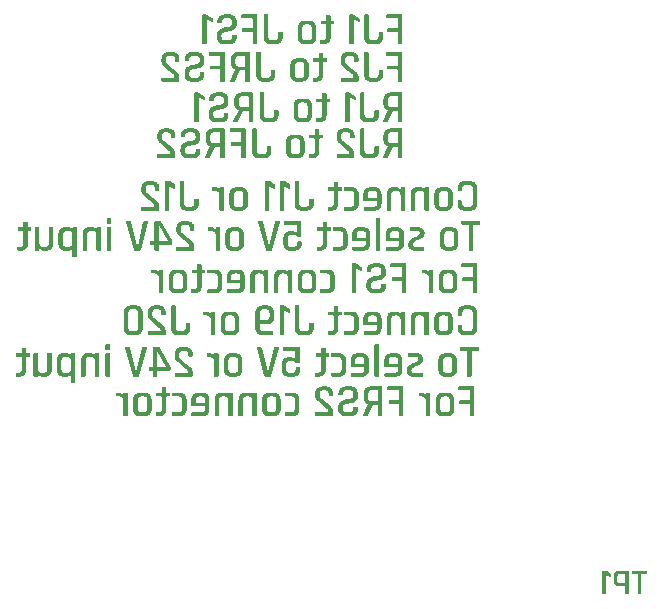
<source format=gbo>
G04*
G04 #@! TF.GenerationSoftware,Altium Limited,Altium Designer,24.1.2 (44)*
G04*
G04 Layer_Color=32896*
%FSLAX44Y44*%
%MOMM*%
G71*
G04*
G04 #@! TF.SameCoordinates,E38D7037-6A90-4068-B891-1ACC2802136D*
G04*
G04*
G04 #@! TF.FilePolarity,Positive*
G04*
G01*
G75*
G36*
X296601Y486093D02*
X297017Y485954D01*
X297156Y485862D01*
X297295Y485769D01*
X297388Y485723D01*
X297434D01*
X301506Y483270D01*
X301691Y483131D01*
X301830Y482992D01*
X301969Y482668D01*
X302062Y482437D01*
Y482391D01*
Y482345D01*
Y480031D01*
X302015Y479799D01*
X301923Y479660D01*
X301830Y479568D01*
X301414D01*
X301321Y479614D01*
X301275D01*
X297017Y482113D01*
Y461658D01*
X296971Y461427D01*
X296925Y461288D01*
X296647Y461103D01*
X296416Y461010D01*
X293778D01*
X293593Y461056D01*
X293407Y461103D01*
X293269Y461334D01*
X293176Y461565D01*
Y461612D01*
Y461658D01*
Y485491D01*
X293222Y485723D01*
X293269Y485862D01*
X293500Y486047D01*
X293731Y486139D01*
X296184D01*
X296601Y486093D01*
D02*
G37*
G36*
X168871D02*
X169288Y485954D01*
X169427Y485862D01*
X169565Y485769D01*
X169658Y485723D01*
X169704D01*
X173777Y483270D01*
X173962Y483131D01*
X174101Y482992D01*
X174240Y482668D01*
X174332Y482437D01*
Y482391D01*
Y482345D01*
Y480031D01*
X174286Y479799D01*
X174193Y479660D01*
X174101Y479568D01*
X173684D01*
X173592Y479614D01*
X173545D01*
X169288Y482113D01*
Y461658D01*
X169242Y461427D01*
X169195Y461288D01*
X168918Y461103D01*
X168686Y461010D01*
X166048D01*
X165863Y461056D01*
X165678Y461103D01*
X165539Y461334D01*
X165447Y461565D01*
Y461612D01*
Y461658D01*
Y485491D01*
X165493Y485723D01*
X165539Y485862D01*
X165771Y486047D01*
X166002Y486139D01*
X168455D01*
X168871Y486093D01*
D02*
G37*
G36*
X341167D02*
X341352Y486047D01*
X341445Y485954D01*
X341537Y485815D01*
X341630Y485584D01*
Y485538D01*
Y485491D01*
Y461658D01*
X341584Y461427D01*
X341537Y461288D01*
X341260Y461103D01*
X341028Y461010D01*
X338483D01*
X338252Y461056D01*
X338113Y461103D01*
X337928Y461334D01*
X337835Y461565D01*
Y461612D01*
Y461658D01*
Y470266D01*
X337743Y470497D01*
X337604Y470590D01*
X337465Y470636D01*
X333392D01*
X329227Y461658D01*
X329088Y461427D01*
X328903Y461288D01*
X328487Y461103D01*
X328302Y461056D01*
X328117Y461010D01*
X325571D01*
X325294Y461056D01*
X325108Y461149D01*
X325016Y461241D01*
X324970Y461380D01*
X325016Y461658D01*
X325062Y461704D01*
Y461750D01*
X329412Y470914D01*
Y471099D01*
X328764Y471376D01*
X328163Y471654D01*
X327654Y472071D01*
X327237Y472487D01*
X326867Y472904D01*
X326589Y473413D01*
X326312Y473876D01*
X326127Y474338D01*
X325849Y475264D01*
X325756Y475680D01*
X325710Y476004D01*
Y476328D01*
X325664Y476560D01*
Y476698D01*
Y476745D01*
Y480077D01*
X325756Y481095D01*
X325942Y481974D01*
X326173Y482715D01*
X326497Y483363D01*
X326821Y483872D01*
X327052Y484242D01*
X327237Y484427D01*
X327330Y484520D01*
X327978Y485075D01*
X328718Y485445D01*
X329459Y485723D01*
X330153Y485954D01*
X330801Y486047D01*
X331310Y486093D01*
X331495Y486139D01*
X340936D01*
X341167Y486093D01*
D02*
G37*
G36*
X309189D02*
X309374Y486047D01*
X309466Y485954D01*
X309559Y485815D01*
X309651Y485584D01*
Y485538D01*
Y485491D01*
Y467211D01*
X309698Y466702D01*
X309790Y466240D01*
X309929Y465869D01*
X310068Y465545D01*
X310299Y465268D01*
X310531Y464990D01*
X311040Y464666D01*
X311595Y464435D01*
X312012Y464342D01*
X312197Y464296D01*
X315251D01*
X315760Y464342D01*
X316177Y464435D01*
X316547Y464574D01*
X316871Y464759D01*
X317148Y464990D01*
X317380Y465221D01*
X317704Y465777D01*
X317935Y466286D01*
X318028Y466749D01*
X318074Y466934D01*
Y467072D01*
Y467165D01*
Y467211D01*
Y470590D01*
X318120Y470821D01*
X318167Y470960D01*
X318398Y471145D01*
X318629Y471238D01*
X321221D01*
X321452Y471191D01*
X321638Y471145D01*
X321730Y471053D01*
X321823Y470914D01*
X321915Y470682D01*
Y470636D01*
Y470590D01*
Y467072D01*
X321823Y466054D01*
X321638Y465175D01*
X321406Y464388D01*
X321082Y463740D01*
X320804Y463231D01*
X320527Y462861D01*
X320342Y462676D01*
X320295Y462584D01*
X319648Y462074D01*
X318907Y461658D01*
X318167Y461380D01*
X317426Y461195D01*
X316778Y461103D01*
X316269Y461056D01*
X316084Y461010D01*
X311873D01*
X310855Y461056D01*
X309975Y461241D01*
X309189Y461519D01*
X308587Y461797D01*
X308078Y462074D01*
X307708Y462352D01*
X307523Y462537D01*
X307430Y462584D01*
X306875Y463231D01*
X306504Y463972D01*
X306227Y464712D01*
X305995Y465453D01*
X305903Y466101D01*
X305856Y466610D01*
X305810Y466795D01*
Y466934D01*
Y467026D01*
Y467072D01*
Y485538D01*
X305856Y485723D01*
X305903Y485908D01*
X306134Y486047D01*
X306366Y486139D01*
X308957D01*
X309189Y486093D01*
D02*
G37*
G36*
X277117Y485491D02*
X277302Y485445D01*
X277395Y485353D01*
X277488Y485214D01*
X277580Y484982D01*
Y484936D01*
Y484890D01*
Y481326D01*
X277626Y481095D01*
X277765Y481002D01*
X277950Y480956D01*
X279848D01*
X280079Y480910D01*
X280218Y480864D01*
X280403Y480632D01*
X280496Y480401D01*
Y480354D01*
Y480308D01*
Y478272D01*
Y478041D01*
X280449Y477902D01*
X280403Y477809D01*
Y477763D01*
X280264Y477670D01*
X280079Y477624D01*
X277997D01*
X277765Y477578D01*
X277626Y477439D01*
X277580Y477300D01*
Y477254D01*
Y466980D01*
X277488Y465962D01*
X277302Y465083D01*
X277071Y464296D01*
X276747Y463694D01*
X276469Y463185D01*
X276192Y462815D01*
X276007Y462630D01*
X275960Y462537D01*
X275266Y462028D01*
X274526Y461658D01*
X273785Y461380D01*
X273045Y461195D01*
X272397Y461103D01*
X271842Y461056D01*
X271656Y461010D01*
X269296D01*
X269065Y461056D01*
X268880Y461103D01*
X268741Y461195D01*
X268648Y461334D01*
X268556Y461519D01*
Y461565D01*
Y461612D01*
Y463648D01*
X268602Y463879D01*
X268648Y464018D01*
X268926Y464203D01*
X269157Y464296D01*
X270823D01*
X271332Y464342D01*
X271795Y464435D01*
X272166Y464574D01*
X272489Y464759D01*
X272767Y464944D01*
X273045Y465221D01*
X273369Y465730D01*
X273600Y466240D01*
X273693Y466702D01*
X273739Y466887D01*
Y467026D01*
Y467119D01*
Y467165D01*
Y477254D01*
X273693Y477485D01*
X273508Y477578D01*
X273369Y477624D01*
X269667D01*
X269435Y477670D01*
X269250Y477717D01*
X269157Y477809D01*
X269065Y477948D01*
X268972Y478179D01*
Y478226D01*
Y478272D01*
Y480308D01*
X269019Y480540D01*
X269065Y480678D01*
X269296Y480864D01*
X269574Y480956D01*
X273323D01*
X273554Y481002D01*
X273693Y481141D01*
X273739Y481280D01*
Y481326D01*
Y484890D01*
X273785Y485121D01*
X273832Y485260D01*
X274063Y485445D01*
X274341Y485538D01*
X276886D01*
X277117Y485491D01*
D02*
G37*
G36*
X260179Y480910D02*
X261059Y480725D01*
X261845Y480447D01*
X262493Y480169D01*
X263002Y479846D01*
X263372Y479614D01*
X263558Y479429D01*
X263650Y479336D01*
X264159Y478689D01*
X264576Y477994D01*
X264853Y477254D01*
X265039Y476513D01*
X265131Y475866D01*
X265177Y475356D01*
X265224Y475171D01*
Y475033D01*
Y474940D01*
Y474894D01*
Y467072D01*
X265177Y466054D01*
X264992Y465175D01*
X264715Y464388D01*
X264437Y463740D01*
X264159Y463231D01*
X263882Y462861D01*
X263696Y462676D01*
X263650Y462584D01*
X263002Y462074D01*
X262262Y461658D01*
X261521Y461380D01*
X260781Y461195D01*
X260133Y461103D01*
X259624Y461056D01*
X259439Y461010D01*
X255690D01*
X254672Y461056D01*
X253793Y461241D01*
X253006Y461519D01*
X252358Y461797D01*
X251849Y462074D01*
X251479Y462352D01*
X251294Y462537D01*
X251201Y462584D01*
X250646Y463231D01*
X250276Y463972D01*
X249998Y464712D01*
X249767Y465453D01*
X249674Y466101D01*
X249628Y466610D01*
X249582Y466795D01*
Y466934D01*
Y467026D01*
Y467072D01*
Y474894D01*
X249628Y475912D01*
X249813Y476791D01*
X250091Y477578D01*
X250368Y478179D01*
X250692Y478689D01*
X250924Y479059D01*
X251109Y479244D01*
X251201Y479336D01*
X251849Y479892D01*
X252590Y480262D01*
X253330Y480540D01*
X254070Y480771D01*
X254718Y480864D01*
X255228Y480910D01*
X255413Y480956D01*
X259161D01*
X260179Y480910D01*
D02*
G37*
G36*
X224174Y486093D02*
X224359Y486047D01*
X224452Y485954D01*
X224545Y485815D01*
X224637Y485584D01*
Y485538D01*
Y485491D01*
Y467211D01*
X224683Y466702D01*
X224776Y466240D01*
X224915Y465869D01*
X225054Y465545D01*
X225285Y465268D01*
X225516Y464990D01*
X226026Y464666D01*
X226581Y464435D01*
X226997Y464342D01*
X227183Y464296D01*
X230237D01*
X230746Y464342D01*
X231162Y464435D01*
X231533Y464574D01*
X231857Y464759D01*
X232134Y464990D01*
X232366Y465221D01*
X232690Y465777D01*
X232921Y466286D01*
X233014Y466749D01*
X233060Y466934D01*
Y467072D01*
Y467165D01*
Y467211D01*
Y470590D01*
X233106Y470821D01*
X233153Y470960D01*
X233384Y471145D01*
X233615Y471238D01*
X236207D01*
X236438Y471191D01*
X236623Y471145D01*
X236716Y471053D01*
X236808Y470914D01*
X236901Y470682D01*
Y470636D01*
Y470590D01*
Y467072D01*
X236808Y466054D01*
X236623Y465175D01*
X236392Y464388D01*
X236068Y463740D01*
X235790Y463231D01*
X235513Y462861D01*
X235328Y462676D01*
X235281Y462584D01*
X234633Y462074D01*
X233893Y461658D01*
X233153Y461380D01*
X232412Y461195D01*
X231764Y461103D01*
X231255Y461056D01*
X231070Y461010D01*
X226859D01*
X225840Y461056D01*
X224961Y461241D01*
X224174Y461519D01*
X223573Y461797D01*
X223064Y462074D01*
X222694Y462352D01*
X222508Y462537D01*
X222416Y462584D01*
X221861Y463231D01*
X221490Y463972D01*
X221213Y464712D01*
X220981Y465453D01*
X220889Y466101D01*
X220842Y466610D01*
X220796Y466795D01*
Y466934D01*
Y467026D01*
Y467072D01*
Y485538D01*
X220842Y485723D01*
X220889Y485908D01*
X221120Y486047D01*
X221351Y486139D01*
X223943D01*
X224174Y486093D01*
D02*
G37*
G36*
X214826D02*
X215011Y486047D01*
X215104Y485954D01*
X215196Y485815D01*
X215289Y485584D01*
Y485538D01*
Y485491D01*
Y461658D01*
X215243Y461427D01*
X215196Y461288D01*
X214919Y461103D01*
X214687Y461010D01*
X212142D01*
X211910Y461056D01*
X211772Y461103D01*
X211587Y461334D01*
X211494Y461565D01*
Y461612D01*
Y461658D01*
Y470266D01*
X211402Y470497D01*
X211263Y470590D01*
X211124Y470636D01*
X207051D01*
X202886Y461658D01*
X202747Y461427D01*
X202562Y461288D01*
X202146Y461103D01*
X201961Y461056D01*
X201775Y461010D01*
X199230D01*
X198953Y461056D01*
X198767Y461149D01*
X198675Y461241D01*
X198629Y461380D01*
X198675Y461658D01*
X198721Y461704D01*
Y461750D01*
X203071Y470914D01*
Y471099D01*
X202423Y471376D01*
X201822Y471654D01*
X201313Y472071D01*
X200896Y472487D01*
X200526Y472904D01*
X200248Y473413D01*
X199971Y473876D01*
X199785Y474338D01*
X199508Y475264D01*
X199415Y475680D01*
X199369Y476004D01*
Y476328D01*
X199323Y476560D01*
Y476698D01*
Y476745D01*
Y480077D01*
X199415Y481095D01*
X199600Y481974D01*
X199832Y482715D01*
X200156Y483363D01*
X200480Y483872D01*
X200711Y484242D01*
X200896Y484427D01*
X200989Y484520D01*
X201637Y485075D01*
X202377Y485445D01*
X203118Y485723D01*
X203812Y485954D01*
X204460Y486047D01*
X204969Y486093D01*
X205154Y486139D01*
X214595D01*
X214826Y486093D01*
D02*
G37*
G36*
X189419D02*
X190298Y485908D01*
X191085Y485630D01*
X191733Y485353D01*
X192242Y485029D01*
X192612Y484797D01*
X192797Y484612D01*
X192890Y484520D01*
X193445Y483872D01*
X193815Y483131D01*
X194093Y482391D01*
X194325Y481697D01*
X194417Y481049D01*
X194463Y480540D01*
X194510Y480354D01*
Y480216D01*
Y480123D01*
Y480077D01*
Y478411D01*
X194463Y477624D01*
X194371Y476930D01*
X194186Y476328D01*
X194001Y475773D01*
X193862Y475356D01*
X193677Y475079D01*
X193584Y474847D01*
X193538Y474801D01*
X193168Y474338D01*
X192751Y473922D01*
X192381Y473598D01*
X192011Y473320D01*
X191687Y473135D01*
X191409Y472996D01*
X191224Y472950D01*
X191178Y472904D01*
X190113Y472533D01*
X189604Y472395D01*
X189141Y472256D01*
X188725Y472117D01*
X188401Y472071D01*
X188216Y471978D01*
X188123D01*
X187475Y471839D01*
X186920Y471747D01*
X186411Y471608D01*
X185948Y471562D01*
X185532Y471469D01*
X185254Y471423D01*
X185069Y471376D01*
X185023D01*
X184513Y471284D01*
X184051Y471145D01*
X183634Y470960D01*
X183264Y470821D01*
X182986Y470636D01*
X182801Y470543D01*
X182662Y470451D01*
X182616Y470405D01*
X182292Y470127D01*
X182061Y469803D01*
X181876Y469479D01*
X181783Y469155D01*
X181691Y468877D01*
X181644Y468646D01*
Y468507D01*
Y468461D01*
Y467582D01*
X181691Y466980D01*
X181783Y466425D01*
X181876Y466008D01*
X182014Y465638D01*
X182199Y465360D01*
X182292Y465175D01*
X182385Y465083D01*
X182431Y465036D01*
X182755Y464805D01*
X183125Y464620D01*
X183495Y464481D01*
X183912Y464388D01*
X184282Y464342D01*
X184560Y464296D01*
X187522D01*
X188123Y464342D01*
X188632Y464435D01*
X189049Y464527D01*
X189373Y464666D01*
X189650Y464805D01*
X189835Y464944D01*
X189928Y464990D01*
X189974Y465036D01*
X190206Y465360D01*
X190391Y465730D01*
X190483Y466101D01*
X190576Y466517D01*
X190622Y466841D01*
X190669Y467119D01*
Y467304D01*
Y467397D01*
Y468091D01*
X190715Y468322D01*
X190761Y468507D01*
X190854Y468600D01*
X190993Y468692D01*
X191224Y468785D01*
X193862D01*
X194093Y468739D01*
X194232Y468692D01*
X194417Y468461D01*
X194510Y468183D01*
Y468137D01*
Y468091D01*
Y467072D01*
X194417Y466054D01*
X194232Y465175D01*
X194001Y464435D01*
X193677Y463787D01*
X193399Y463278D01*
X193121Y462907D01*
X192936Y462722D01*
X192890Y462630D01*
X192196Y462074D01*
X191455Y461704D01*
X190715Y461427D01*
X189974Y461195D01*
X189326Y461103D01*
X188817Y461056D01*
X188632Y461010D01*
X183958D01*
X182940Y461103D01*
X182061Y461288D01*
X181320Y461519D01*
X180672Y461843D01*
X180163Y462121D01*
X179793Y462398D01*
X179608Y462584D01*
X179515Y462630D01*
X178960Y463278D01*
X178543Y464018D01*
X178266Y464759D01*
X178034Y465453D01*
X177942Y466101D01*
X177896Y466610D01*
X177849Y466795D01*
Y466934D01*
Y467026D01*
Y467072D01*
Y468600D01*
X177896Y469294D01*
X177942Y469896D01*
X178081Y470451D01*
X178220Y470914D01*
X178358Y471284D01*
X178451Y471562D01*
X178543Y471747D01*
X178590Y471793D01*
X178867Y472256D01*
X179191Y472672D01*
X179469Y472996D01*
X179793Y473274D01*
X180024Y473505D01*
X180256Y473644D01*
X180395Y473737D01*
X180441Y473783D01*
X181320Y474199D01*
X181737Y474385D01*
X182107Y474523D01*
X182431Y474662D01*
X182709Y474755D01*
X182894Y474801D01*
X182940D01*
X183912Y475079D01*
X184375Y475171D01*
X184791Y475264D01*
X185115Y475310D01*
X185393Y475356D01*
X185578Y475403D01*
X185624D01*
X186596Y475541D01*
X187013Y475634D01*
X187383Y475727D01*
X187707Y475773D01*
X187938Y475819D01*
X188077Y475866D01*
X188123D01*
X188586Y476004D01*
X188956Y476143D01*
X189280Y476328D01*
X189604Y476513D01*
X190067Y476930D01*
X190345Y477300D01*
X190530Y477670D01*
X190622Y477994D01*
X190669Y478179D01*
Y478272D01*
Y479475D01*
X190622Y480123D01*
X190576Y480678D01*
X190437Y481095D01*
X190298Y481465D01*
X190206Y481743D01*
X190067Y481928D01*
X190021Y482021D01*
X189974Y482067D01*
X189650Y482345D01*
X189280Y482530D01*
X188864Y482668D01*
X188447Y482761D01*
X188123Y482807D01*
X187799Y482854D01*
X185069D01*
X184467Y482807D01*
X184004Y482761D01*
X183588Y482622D01*
X183218Y482483D01*
X182986Y482345D01*
X182801Y482252D01*
X182709Y482159D01*
X182662Y482113D01*
X182431Y481789D01*
X182246Y481419D01*
X182107Y481049D01*
X182014Y480632D01*
X181968Y480262D01*
X181922Y479984D01*
Y479799D01*
Y479707D01*
Y479198D01*
X181876Y478966D01*
X181829Y478827D01*
X181598Y478642D01*
X181367Y478550D01*
X178775D01*
X178543Y478596D01*
X178358Y478642D01*
X178266Y478735D01*
X178173Y478874D01*
X178081Y479105D01*
Y479151D01*
Y479198D01*
Y480077D01*
X178173Y481095D01*
X178358Y481974D01*
X178590Y482715D01*
X178914Y483363D01*
X179238Y483872D01*
X179469Y484242D01*
X179654Y484427D01*
X179747Y484520D01*
X180395Y485075D01*
X181135Y485445D01*
X181876Y485723D01*
X182616Y485954D01*
X183264Y486047D01*
X183773Y486093D01*
X183958Y486139D01*
X188401D01*
X189419Y486093D01*
D02*
G37*
G36*
X296184Y455613D02*
X297110Y455428D01*
X297896Y455150D01*
X298544Y454873D01*
X299053Y454595D01*
X299424Y454317D01*
X299609Y454132D01*
X299701Y454086D01*
X300210Y453438D01*
X300627Y452744D01*
X300905Y452003D01*
X301090Y451309D01*
X301182Y450661D01*
X301229Y450152D01*
X301275Y449967D01*
Y449828D01*
Y449736D01*
Y449689D01*
Y448162D01*
X301229Y447931D01*
X301182Y447746D01*
X301090Y447653D01*
X300951Y447561D01*
X300720Y447468D01*
X298082D01*
X297850Y447514D01*
X297711Y447561D01*
X297526Y447838D01*
X297434Y448070D01*
Y448116D01*
Y448162D01*
Y449597D01*
X297388Y450152D01*
X297341Y450569D01*
X297249Y450939D01*
X297110Y451263D01*
X296971Y451494D01*
X296878Y451633D01*
X296832Y451726D01*
X296786Y451772D01*
X296508Y452003D01*
X296138Y452142D01*
X295444Y452327D01*
X295120Y452374D01*
X294842Y452420D01*
X292713D01*
X292204Y452374D01*
X291742Y452281D01*
X291325Y452142D01*
X291001Y452003D01*
X290723Y451772D01*
X290492Y451541D01*
X290122Y451031D01*
X289890Y450476D01*
X289798Y450060D01*
X289751Y449874D01*
Y449736D01*
Y449643D01*
Y449597D01*
Y448301D01*
X289844Y447607D01*
X290029Y446959D01*
X290353Y446357D01*
X290677Y445848D01*
X291047Y445432D01*
X291371Y445154D01*
X291556Y444923D01*
X291649Y444876D01*
X299053Y438860D01*
X299424Y438536D01*
X299748Y438212D01*
X300257Y437518D01*
X300627Y436824D01*
X300858Y436222D01*
X301043Y435621D01*
X301090Y435204D01*
X301136Y435019D01*
Y434880D01*
Y434834D01*
Y434788D01*
Y431178D01*
X301090Y430947D01*
X300997Y430808D01*
X300766Y430623D01*
X300488Y430530D01*
X286651D01*
X286419Y430576D01*
X286234Y430623D01*
X286142Y430715D01*
X286049Y430854D01*
X285957Y431085D01*
Y431132D01*
Y431178D01*
Y433260D01*
X286003Y433492D01*
X286049Y433631D01*
X286281Y433816D01*
X286558Y433908D01*
X296832D01*
Y435158D01*
X296786Y435528D01*
X296693Y435852D01*
X296554Y436176D01*
X296369Y436407D01*
X296231Y436639D01*
X296092Y436778D01*
X295999Y436870D01*
X295953Y436917D01*
X288409Y443072D01*
X287993Y443442D01*
X287623Y443858D01*
X287299Y444275D01*
X287021Y444691D01*
X286604Y445524D01*
X286327Y446311D01*
X286188Y447005D01*
X286142Y447283D01*
X286095Y447561D01*
X286049Y447792D01*
Y447931D01*
Y448023D01*
Y448070D01*
Y449689D01*
X286095Y450708D01*
X286281Y451587D01*
X286558Y452327D01*
X286836Y452975D01*
X287160Y453438D01*
X287391Y453808D01*
X287576Y453993D01*
X287669Y454086D01*
X288317Y454595D01*
X289011Y455011D01*
X289751Y455289D01*
X290492Y455474D01*
X291140Y455567D01*
X291649Y455659D01*
X295166D01*
X296184Y455613D01*
D02*
G37*
G36*
X144436D02*
X145362Y455428D01*
X146148Y455150D01*
X146796Y454873D01*
X147305Y454595D01*
X147676Y454317D01*
X147861Y454132D01*
X147953Y454086D01*
X148462Y453438D01*
X148879Y452744D01*
X149157Y452003D01*
X149342Y451309D01*
X149434Y450661D01*
X149480Y450152D01*
X149527Y449967D01*
Y449828D01*
Y449736D01*
Y449689D01*
Y448162D01*
X149480Y447931D01*
X149434Y447746D01*
X149342Y447653D01*
X149203Y447561D01*
X148971Y447468D01*
X146334D01*
X146102Y447514D01*
X145963Y447561D01*
X145778Y447838D01*
X145686Y448070D01*
Y448116D01*
Y448162D01*
Y449597D01*
X145639Y450152D01*
X145593Y450569D01*
X145500Y450939D01*
X145362Y451263D01*
X145223Y451494D01*
X145130Y451633D01*
X145084Y451726D01*
X145038Y451772D01*
X144760Y452003D01*
X144390Y452142D01*
X143696Y452327D01*
X143372Y452374D01*
X143094Y452420D01*
X140965D01*
X140456Y452374D01*
X139993Y452281D01*
X139577Y452142D01*
X139253Y452003D01*
X138975Y451772D01*
X138744Y451541D01*
X138373Y451031D01*
X138142Y450476D01*
X138050Y450060D01*
X138003Y449874D01*
Y449736D01*
Y449643D01*
Y449597D01*
Y448301D01*
X138096Y447607D01*
X138281Y446959D01*
X138605Y446357D01*
X138929Y445848D01*
X139299Y445432D01*
X139623Y445154D01*
X139808Y444923D01*
X139901Y444876D01*
X147305Y438860D01*
X147676Y438536D01*
X147999Y438212D01*
X148509Y437518D01*
X148879Y436824D01*
X149110Y436222D01*
X149295Y435621D01*
X149342Y435204D01*
X149388Y435019D01*
Y434880D01*
Y434834D01*
Y434788D01*
Y431178D01*
X149342Y430947D01*
X149249Y430808D01*
X149018Y430623D01*
X148740Y430530D01*
X134903D01*
X134671Y430576D01*
X134486Y430623D01*
X134394Y430715D01*
X134301Y430854D01*
X134208Y431085D01*
Y431132D01*
Y431178D01*
Y433260D01*
X134255Y433492D01*
X134301Y433631D01*
X134532Y433816D01*
X134810Y433908D01*
X145084D01*
Y435158D01*
X145038Y435528D01*
X144945Y435852D01*
X144806Y436176D01*
X144621Y436407D01*
X144482Y436639D01*
X144344Y436778D01*
X144251Y436870D01*
X144205Y436917D01*
X136661Y443072D01*
X136245Y443442D01*
X135875Y443858D01*
X135550Y444275D01*
X135273Y444691D01*
X134856Y445524D01*
X134579Y446311D01*
X134440Y447005D01*
X134394Y447283D01*
X134347Y447561D01*
X134301Y447792D01*
Y447931D01*
Y448023D01*
Y448070D01*
Y449689D01*
X134347Y450708D01*
X134532Y451587D01*
X134810Y452327D01*
X135088Y452975D01*
X135412Y453438D01*
X135643Y453808D01*
X135828Y453993D01*
X135921Y454086D01*
X136569Y454595D01*
X137263Y455011D01*
X138003Y455289D01*
X138744Y455474D01*
X139392Y455567D01*
X139901Y455659D01*
X143418D01*
X144436Y455613D01*
D02*
G37*
G36*
X341167D02*
X341352Y455567D01*
X341445Y455474D01*
X341537Y455335D01*
X341630Y455104D01*
Y455058D01*
Y455011D01*
Y431178D01*
X341584Y430947D01*
X341537Y430808D01*
X341260Y430623D01*
X341028Y430530D01*
X338483D01*
X338252Y430576D01*
X338113Y430623D01*
X337928Y430854D01*
X337835Y431085D01*
Y431132D01*
Y431178D01*
Y439786D01*
X337743Y440017D01*
X337604Y440110D01*
X337465Y440156D01*
X333392D01*
X329227Y431178D01*
X329088Y430947D01*
X328903Y430808D01*
X328487Y430623D01*
X328302Y430576D01*
X328117Y430530D01*
X325571D01*
X325294Y430576D01*
X325108Y430669D01*
X325016Y430761D01*
X324970Y430900D01*
X325016Y431178D01*
X325062Y431224D01*
Y431270D01*
X329412Y440434D01*
Y440619D01*
X328764Y440896D01*
X328163Y441174D01*
X327654Y441591D01*
X327237Y442007D01*
X326867Y442424D01*
X326589Y442933D01*
X326312Y443396D01*
X326127Y443858D01*
X325849Y444784D01*
X325756Y445200D01*
X325710Y445524D01*
Y445848D01*
X325664Y446080D01*
Y446218D01*
Y446265D01*
Y449597D01*
X325756Y450615D01*
X325942Y451494D01*
X326173Y452235D01*
X326497Y452883D01*
X326821Y453392D01*
X327052Y453762D01*
X327237Y453947D01*
X327330Y454040D01*
X327978Y454595D01*
X328718Y454965D01*
X329459Y455243D01*
X330153Y455474D01*
X330801Y455567D01*
X331310Y455613D01*
X331495Y455659D01*
X340936D01*
X341167Y455613D01*
D02*
G37*
G36*
X309189D02*
X309374Y455567D01*
X309466Y455474D01*
X309559Y455335D01*
X309651Y455104D01*
Y455058D01*
Y455011D01*
Y436731D01*
X309698Y436222D01*
X309790Y435760D01*
X309929Y435389D01*
X310068Y435065D01*
X310299Y434788D01*
X310531Y434510D01*
X311040Y434186D01*
X311595Y433955D01*
X312012Y433862D01*
X312197Y433816D01*
X315251D01*
X315760Y433862D01*
X316177Y433955D01*
X316547Y434094D01*
X316871Y434279D01*
X317148Y434510D01*
X317380Y434741D01*
X317704Y435297D01*
X317935Y435806D01*
X318028Y436269D01*
X318074Y436454D01*
Y436592D01*
Y436685D01*
Y436731D01*
Y440110D01*
X318120Y440341D01*
X318167Y440480D01*
X318398Y440665D01*
X318629Y440758D01*
X321221D01*
X321452Y440711D01*
X321638Y440665D01*
X321730Y440573D01*
X321823Y440434D01*
X321915Y440202D01*
Y440156D01*
Y440110D01*
Y436592D01*
X321823Y435574D01*
X321638Y434695D01*
X321406Y433908D01*
X321082Y433260D01*
X320804Y432751D01*
X320527Y432381D01*
X320342Y432196D01*
X320295Y432104D01*
X319648Y431594D01*
X318907Y431178D01*
X318167Y430900D01*
X317426Y430715D01*
X316778Y430623D01*
X316269Y430576D01*
X316084Y430530D01*
X311873D01*
X310855Y430576D01*
X309975Y430761D01*
X309189Y431039D01*
X308587Y431317D01*
X308078Y431594D01*
X307708Y431872D01*
X307523Y432057D01*
X307430Y432104D01*
X306875Y432751D01*
X306504Y433492D01*
X306227Y434232D01*
X305995Y434973D01*
X305903Y435621D01*
X305856Y436130D01*
X305810Y436315D01*
Y436454D01*
Y436546D01*
Y436592D01*
Y455058D01*
X305856Y455243D01*
X305903Y455428D01*
X306134Y455567D01*
X306366Y455659D01*
X308957D01*
X309189Y455613D01*
D02*
G37*
G36*
X270870Y455011D02*
X271055Y454965D01*
X271147Y454873D01*
X271240Y454734D01*
X271332Y454502D01*
Y454456D01*
Y454410D01*
Y450846D01*
X271379Y450615D01*
X271518Y450522D01*
X271703Y450476D01*
X273600D01*
X273832Y450430D01*
X273970Y450384D01*
X274156Y450152D01*
X274248Y449921D01*
Y449874D01*
Y449828D01*
Y447792D01*
Y447561D01*
X274202Y447422D01*
X274156Y447329D01*
Y447283D01*
X274017Y447190D01*
X273832Y447144D01*
X271749D01*
X271518Y447098D01*
X271379Y446959D01*
X271332Y446820D01*
Y446774D01*
Y436500D01*
X271240Y435482D01*
X271055Y434603D01*
X270823Y433816D01*
X270499Y433214D01*
X270222Y432705D01*
X269944Y432335D01*
X269759Y432150D01*
X269713Y432057D01*
X269019Y431548D01*
X268278Y431178D01*
X267538Y430900D01*
X266797Y430715D01*
X266149Y430623D01*
X265594Y430576D01*
X265409Y430530D01*
X263049D01*
X262817Y430576D01*
X262632Y430623D01*
X262493Y430715D01*
X262401Y430854D01*
X262308Y431039D01*
Y431085D01*
Y431132D01*
Y433168D01*
X262354Y433399D01*
X262401Y433538D01*
X262678Y433723D01*
X262910Y433816D01*
X264576D01*
X265085Y433862D01*
X265548Y433955D01*
X265918Y434094D01*
X266242Y434279D01*
X266520Y434464D01*
X266797Y434741D01*
X267121Y435250D01*
X267353Y435760D01*
X267445Y436222D01*
X267491Y436407D01*
Y436546D01*
Y436639D01*
Y436685D01*
Y446774D01*
X267445Y447005D01*
X267260Y447098D01*
X267121Y447144D01*
X263419D01*
X263187Y447190D01*
X263002Y447237D01*
X262910Y447329D01*
X262817Y447468D01*
X262725Y447699D01*
Y447746D01*
Y447792D01*
Y449828D01*
X262771Y450060D01*
X262817Y450199D01*
X263049Y450384D01*
X263326Y450476D01*
X267075D01*
X267306Y450522D01*
X267445Y450661D01*
X267491Y450800D01*
Y450846D01*
Y454410D01*
X267538Y454641D01*
X267584Y454780D01*
X267815Y454965D01*
X268093Y455058D01*
X270638D01*
X270870Y455011D01*
D02*
G37*
G36*
X253932Y450430D02*
X254811Y450245D01*
X255598Y449967D01*
X256246Y449689D01*
X256755Y449366D01*
X257125Y449134D01*
X257310Y448949D01*
X257403Y448856D01*
X257912Y448209D01*
X258328Y447514D01*
X258606Y446774D01*
X258791Y446033D01*
X258883Y445386D01*
X258930Y444876D01*
X258976Y444691D01*
Y444552D01*
Y444460D01*
Y444414D01*
Y436592D01*
X258930Y435574D01*
X258745Y434695D01*
X258467Y433908D01*
X258189Y433260D01*
X257912Y432751D01*
X257634Y432381D01*
X257449Y432196D01*
X257403Y432104D01*
X256755Y431594D01*
X256014Y431178D01*
X255274Y430900D01*
X254533Y430715D01*
X253885Y430623D01*
X253376Y430576D01*
X253191Y430530D01*
X249443D01*
X248424Y430576D01*
X247545Y430761D01*
X246758Y431039D01*
X246111Y431317D01*
X245602Y431594D01*
X245231Y431872D01*
X245046Y432057D01*
X244954Y432104D01*
X244398Y432751D01*
X244028Y433492D01*
X243750Y434232D01*
X243519Y434973D01*
X243426Y435621D01*
X243380Y436130D01*
X243334Y436315D01*
Y436454D01*
Y436546D01*
Y436592D01*
Y444414D01*
X243380Y445432D01*
X243565Y446311D01*
X243843Y447098D01*
X244121Y447699D01*
X244445Y448209D01*
X244676Y448579D01*
X244861Y448764D01*
X244954Y448856D01*
X245602Y449412D01*
X246342Y449782D01*
X247082Y450060D01*
X247823Y450291D01*
X248471Y450384D01*
X248980Y450430D01*
X249165Y450476D01*
X252913D01*
X253932Y450430D01*
D02*
G37*
G36*
X217927Y455613D02*
X218112Y455567D01*
X218204Y455474D01*
X218297Y455335D01*
X218390Y455104D01*
Y455058D01*
Y455011D01*
Y436731D01*
X218436Y436222D01*
X218528Y435760D01*
X218667Y435389D01*
X218806Y435065D01*
X219037Y434788D01*
X219269Y434510D01*
X219778Y434186D01*
X220333Y433955D01*
X220750Y433862D01*
X220935Y433816D01*
X223989D01*
X224498Y433862D01*
X224915Y433955D01*
X225285Y434094D01*
X225609Y434279D01*
X225887Y434510D01*
X226118Y434741D01*
X226442Y435297D01*
X226674Y435806D01*
X226766Y436269D01*
X226812Y436454D01*
Y436592D01*
Y436685D01*
Y436731D01*
Y440110D01*
X226859Y440341D01*
X226905Y440480D01*
X227136Y440665D01*
X227368Y440758D01*
X229959D01*
X230191Y440711D01*
X230376Y440665D01*
X230468Y440573D01*
X230561Y440434D01*
X230653Y440202D01*
Y440156D01*
Y440110D01*
Y436592D01*
X230561Y435574D01*
X230376Y434695D01*
X230144Y433908D01*
X229820Y433260D01*
X229543Y432751D01*
X229265Y432381D01*
X229080Y432196D01*
X229034Y432104D01*
X228386Y431594D01*
X227645Y431178D01*
X226905Y430900D01*
X226164Y430715D01*
X225516Y430623D01*
X225007Y430576D01*
X224822Y430530D01*
X220611D01*
X219593Y430576D01*
X218713Y430761D01*
X217927Y431039D01*
X217325Y431317D01*
X216816Y431594D01*
X216446Y431872D01*
X216261Y432057D01*
X216168Y432104D01*
X215613Y432751D01*
X215243Y433492D01*
X214965Y434232D01*
X214734Y434973D01*
X214641Y435621D01*
X214595Y436130D01*
X214548Y436315D01*
Y436454D01*
Y436546D01*
Y436592D01*
Y455058D01*
X214595Y455243D01*
X214641Y455428D01*
X214872Y455567D01*
X215104Y455659D01*
X217695D01*
X217927Y455613D01*
D02*
G37*
G36*
X208578D02*
X208764Y455567D01*
X208856Y455474D01*
X208949Y455335D01*
X209041Y455104D01*
Y455058D01*
Y455011D01*
Y431178D01*
X208995Y430947D01*
X208949Y430808D01*
X208671Y430623D01*
X208440Y430530D01*
X205894D01*
X205663Y430576D01*
X205524Y430623D01*
X205339Y430854D01*
X205246Y431085D01*
Y431132D01*
Y431178D01*
Y440434D01*
X205154Y440665D01*
X205015Y440758D01*
X204876Y440804D01*
X197194D01*
X196963Y440850D01*
X196777Y440896D01*
X196685Y441035D01*
X196592Y441174D01*
X196500Y441405D01*
Y441452D01*
Y441498D01*
Y443488D01*
X196546Y443719D01*
X196592Y443858D01*
X196824Y444043D01*
X197101Y444136D01*
X204784D01*
X205061Y444182D01*
X205200Y444367D01*
X205246Y444506D01*
Y444552D01*
Y451957D01*
X205154Y452188D01*
X205015Y452327D01*
X204876Y452374D01*
X196083D01*
X195852Y452420D01*
X195667Y452466D01*
X195574Y452559D01*
X195481Y452697D01*
X195389Y452929D01*
Y452975D01*
Y453022D01*
Y455011D01*
X195435Y455243D01*
X195481Y455382D01*
X195713Y455567D01*
X195991Y455659D01*
X208347D01*
X208578Y455613D01*
D02*
G37*
G36*
X190807D02*
X190993Y455567D01*
X191085Y455474D01*
X191178Y455335D01*
X191270Y455104D01*
Y455058D01*
Y455011D01*
Y431178D01*
X191224Y430947D01*
X191178Y430808D01*
X190900Y430623D01*
X190669Y430530D01*
X188123D01*
X187892Y430576D01*
X187753Y430623D01*
X187568Y430854D01*
X187475Y431085D01*
Y431132D01*
Y431178D01*
Y439786D01*
X187383Y440017D01*
X187244Y440110D01*
X187105Y440156D01*
X183033D01*
X178867Y431178D01*
X178729Y430947D01*
X178543Y430808D01*
X178127Y430623D01*
X177942Y430576D01*
X177757Y430530D01*
X175211D01*
X174934Y430576D01*
X174749Y430669D01*
X174656Y430761D01*
X174610Y430900D01*
X174656Y431178D01*
X174702Y431224D01*
Y431270D01*
X179053Y440434D01*
Y440619D01*
X178405Y440896D01*
X177803Y441174D01*
X177294Y441591D01*
X176877Y442007D01*
X176507Y442424D01*
X176230Y442933D01*
X175952Y443396D01*
X175767Y443858D01*
X175489Y444784D01*
X175397Y445200D01*
X175350Y445524D01*
Y445848D01*
X175304Y446080D01*
Y446218D01*
Y446265D01*
Y449597D01*
X175397Y450615D01*
X175582Y451494D01*
X175813Y452235D01*
X176137Y452883D01*
X176461Y453392D01*
X176692Y453762D01*
X176877Y453947D01*
X176970Y454040D01*
X177618Y454595D01*
X178358Y454965D01*
X179099Y455243D01*
X179793Y455474D01*
X180441Y455567D01*
X180950Y455613D01*
X181135Y455659D01*
X190576D01*
X190807Y455613D01*
D02*
G37*
G36*
X165400D02*
X166280Y455428D01*
X167066Y455150D01*
X167714Y454873D01*
X168223Y454549D01*
X168594Y454317D01*
X168779Y454132D01*
X168871Y454040D01*
X169427Y453392D01*
X169797Y452651D01*
X170075Y451911D01*
X170306Y451217D01*
X170398Y450569D01*
X170445Y450060D01*
X170491Y449874D01*
Y449736D01*
Y449643D01*
Y449597D01*
Y447931D01*
X170445Y447144D01*
X170352Y446450D01*
X170167Y445848D01*
X169982Y445293D01*
X169843Y444876D01*
X169658Y444599D01*
X169565Y444367D01*
X169519Y444321D01*
X169149Y443858D01*
X168732Y443442D01*
X168362Y443118D01*
X167992Y442840D01*
X167668Y442655D01*
X167390Y442516D01*
X167205Y442470D01*
X167159Y442424D01*
X166094Y442053D01*
X165585Y441915D01*
X165123Y441776D01*
X164706Y441637D01*
X164382Y441591D01*
X164197Y441498D01*
X164104D01*
X163457Y441359D01*
X162901Y441267D01*
X162392Y441128D01*
X161929Y441082D01*
X161513Y440989D01*
X161235Y440943D01*
X161050Y440896D01*
X161004D01*
X160495Y440804D01*
X160032Y440665D01*
X159615Y440480D01*
X159245Y440341D01*
X158968Y440156D01*
X158783Y440063D01*
X158644Y439971D01*
X158597Y439925D01*
X158273Y439647D01*
X158042Y439323D01*
X157857Y438999D01*
X157764Y438675D01*
X157672Y438397D01*
X157626Y438166D01*
Y438027D01*
Y437981D01*
Y437102D01*
X157672Y436500D01*
X157764Y435945D01*
X157857Y435528D01*
X157996Y435158D01*
X158181Y434880D01*
X158273Y434695D01*
X158366Y434603D01*
X158412Y434556D01*
X158736Y434325D01*
X159106Y434140D01*
X159477Y434001D01*
X159893Y433908D01*
X160263Y433862D01*
X160541Y433816D01*
X163503D01*
X164104Y433862D01*
X164614Y433955D01*
X165030Y434047D01*
X165354Y434186D01*
X165632Y434325D01*
X165817Y434464D01*
X165909Y434510D01*
X165956Y434556D01*
X166187Y434880D01*
X166372Y435250D01*
X166465Y435621D01*
X166557Y436037D01*
X166604Y436361D01*
X166650Y436639D01*
Y436824D01*
Y436917D01*
Y437611D01*
X166696Y437842D01*
X166742Y438027D01*
X166835Y438120D01*
X166974Y438212D01*
X167205Y438305D01*
X169843D01*
X170075Y438259D01*
X170213Y438212D01*
X170398Y437981D01*
X170491Y437703D01*
Y437657D01*
Y437611D01*
Y436592D01*
X170398Y435574D01*
X170213Y434695D01*
X169982Y433955D01*
X169658Y433307D01*
X169380Y432798D01*
X169103Y432427D01*
X168918Y432242D01*
X168871Y432150D01*
X168177Y431594D01*
X167437Y431224D01*
X166696Y430947D01*
X165956Y430715D01*
X165308Y430623D01*
X164799Y430576D01*
X164614Y430530D01*
X159939D01*
X158921Y430623D01*
X158042Y430808D01*
X157302Y431039D01*
X156654Y431363D01*
X156145Y431641D01*
X155774Y431918D01*
X155589Y432104D01*
X155497Y432150D01*
X154941Y432798D01*
X154525Y433538D01*
X154247Y434279D01*
X154016Y434973D01*
X153923Y435621D01*
X153877Y436130D01*
X153831Y436315D01*
Y436454D01*
Y436546D01*
Y436592D01*
Y438120D01*
X153877Y438814D01*
X153923Y439416D01*
X154062Y439971D01*
X154201Y440434D01*
X154340Y440804D01*
X154432Y441082D01*
X154525Y441267D01*
X154571Y441313D01*
X154849Y441776D01*
X155173Y442192D01*
X155450Y442516D01*
X155774Y442794D01*
X156006Y443025D01*
X156237Y443164D01*
X156376Y443257D01*
X156422Y443303D01*
X157302Y443719D01*
X157718Y443905D01*
X158088Y444043D01*
X158412Y444182D01*
X158690Y444275D01*
X158875Y444321D01*
X158921D01*
X159893Y444599D01*
X160356Y444691D01*
X160772Y444784D01*
X161096Y444830D01*
X161374Y444876D01*
X161559Y444923D01*
X161605D01*
X162577Y445061D01*
X162994Y445154D01*
X163364Y445247D01*
X163688Y445293D01*
X163919Y445339D01*
X164058Y445386D01*
X164104D01*
X164567Y445524D01*
X164937Y445663D01*
X165261Y445848D01*
X165585Y446033D01*
X166048Y446450D01*
X166326Y446820D01*
X166511Y447190D01*
X166604Y447514D01*
X166650Y447699D01*
Y447792D01*
Y448995D01*
X166604Y449643D01*
X166557Y450199D01*
X166418Y450615D01*
X166280Y450985D01*
X166187Y451263D01*
X166048Y451448D01*
X166002Y451541D01*
X165956Y451587D01*
X165632Y451865D01*
X165261Y452050D01*
X164845Y452188D01*
X164429Y452281D01*
X164104Y452327D01*
X163781Y452374D01*
X161050D01*
X160448Y452327D01*
X159986Y452281D01*
X159569Y452142D01*
X159199Y452003D01*
X158968Y451865D01*
X158783Y451772D01*
X158690Y451679D01*
X158644Y451633D01*
X158412Y451309D01*
X158227Y450939D01*
X158088Y450569D01*
X157996Y450152D01*
X157949Y449782D01*
X157903Y449504D01*
Y449319D01*
Y449227D01*
Y448718D01*
X157857Y448486D01*
X157811Y448347D01*
X157579Y448162D01*
X157348Y448070D01*
X154756D01*
X154525Y448116D01*
X154340Y448162D01*
X154247Y448255D01*
X154155Y448394D01*
X154062Y448625D01*
Y448671D01*
Y448718D01*
Y449597D01*
X154155Y450615D01*
X154340Y451494D01*
X154571Y452235D01*
X154895Y452883D01*
X155219Y453392D01*
X155450Y453762D01*
X155635Y453947D01*
X155728Y454040D01*
X156376Y454595D01*
X157116Y454965D01*
X157857Y455243D01*
X158597Y455474D01*
X159245Y455567D01*
X159754Y455613D01*
X159939Y455659D01*
X164382D01*
X165400Y455613D01*
D02*
G37*
G36*
X299655Y520383D02*
X300581Y520198D01*
X301367Y519920D01*
X302015Y519643D01*
X302524Y519365D01*
X302895Y519087D01*
X303080Y518902D01*
X303172Y518856D01*
X303681Y518208D01*
X304098Y517514D01*
X304376Y516773D01*
X304561Y516079D01*
X304653Y515431D01*
X304699Y514922D01*
X304746Y514737D01*
Y514598D01*
Y514506D01*
Y514459D01*
Y512932D01*
X304699Y512701D01*
X304653Y512516D01*
X304561Y512423D01*
X304422Y512331D01*
X304191Y512238D01*
X301553D01*
X301321Y512284D01*
X301182Y512331D01*
X300997Y512608D01*
X300905Y512840D01*
Y512886D01*
Y512932D01*
Y514367D01*
X300858Y514922D01*
X300812Y515339D01*
X300720Y515709D01*
X300581Y516033D01*
X300442Y516264D01*
X300349Y516403D01*
X300303Y516496D01*
X300257Y516542D01*
X299979Y516773D01*
X299609Y516912D01*
X298915Y517097D01*
X298591Y517144D01*
X298313Y517190D01*
X296184D01*
X295675Y517144D01*
X295212Y517051D01*
X294796Y516912D01*
X294472Y516773D01*
X294194Y516542D01*
X293963Y516311D01*
X293593Y515802D01*
X293361Y515246D01*
X293269Y514830D01*
X293222Y514645D01*
Y514506D01*
Y514413D01*
Y514367D01*
Y513071D01*
X293315Y512377D01*
X293500Y511729D01*
X293824Y511127D01*
X294148Y510618D01*
X294518Y510202D01*
X294842Y509924D01*
X295027Y509693D01*
X295120Y509646D01*
X302524Y503630D01*
X302895Y503306D01*
X303219Y502982D01*
X303728Y502288D01*
X304098Y501594D01*
X304329Y500992D01*
X304514Y500391D01*
X304561Y499974D01*
X304607Y499789D01*
Y499650D01*
Y499604D01*
Y499558D01*
Y495948D01*
X304561Y495717D01*
X304468Y495578D01*
X304237Y495393D01*
X303959Y495300D01*
X290122D01*
X289890Y495346D01*
X289705Y495393D01*
X289613Y495485D01*
X289520Y495624D01*
X289428Y495855D01*
Y495902D01*
Y495948D01*
Y498030D01*
X289474Y498262D01*
X289520Y498401D01*
X289751Y498586D01*
X290029Y498678D01*
X300303D01*
Y499928D01*
X300257Y500298D01*
X300164Y500622D01*
X300025Y500946D01*
X299840Y501177D01*
X299701Y501409D01*
X299563Y501548D01*
X299470Y501640D01*
X299424Y501687D01*
X291880Y507842D01*
X291464Y508212D01*
X291094Y508628D01*
X290770Y509045D01*
X290492Y509461D01*
X290075Y510294D01*
X289798Y511081D01*
X289659Y511775D01*
X289613Y512053D01*
X289566Y512331D01*
X289520Y512562D01*
Y512701D01*
Y512793D01*
Y512840D01*
Y514459D01*
X289566Y515478D01*
X289751Y516357D01*
X290029Y517097D01*
X290307Y517745D01*
X290631Y518208D01*
X290862Y518578D01*
X291047Y518763D01*
X291140Y518856D01*
X291788Y519365D01*
X292482Y519781D01*
X293222Y520059D01*
X293963Y520244D01*
X294611Y520337D01*
X295120Y520429D01*
X298637D01*
X299655Y520383D01*
D02*
G37*
G36*
X147907D02*
X148833Y520198D01*
X149619Y519920D01*
X150267Y519643D01*
X150776Y519365D01*
X151146Y519087D01*
X151332Y518902D01*
X151424Y518856D01*
X151933Y518208D01*
X152350Y517514D01*
X152627Y516773D01*
X152812Y516079D01*
X152905Y515431D01*
X152951Y514922D01*
X152998Y514737D01*
Y514598D01*
Y514506D01*
Y514459D01*
Y512932D01*
X152951Y512701D01*
X152905Y512516D01*
X152812Y512423D01*
X152674Y512331D01*
X152442Y512238D01*
X149804D01*
X149573Y512284D01*
X149434Y512331D01*
X149249Y512608D01*
X149157Y512840D01*
Y512886D01*
Y512932D01*
Y514367D01*
X149110Y514922D01*
X149064Y515339D01*
X148971Y515709D01*
X148833Y516033D01*
X148694Y516264D01*
X148601Y516403D01*
X148555Y516496D01*
X148509Y516542D01*
X148231Y516773D01*
X147861Y516912D01*
X147167Y517097D01*
X146842Y517144D01*
X146565Y517190D01*
X144436D01*
X143927Y517144D01*
X143464Y517051D01*
X143048Y516912D01*
X142724Y516773D01*
X142446Y516542D01*
X142215Y516311D01*
X141844Y515802D01*
X141613Y515246D01*
X141521Y514830D01*
X141474Y514645D01*
Y514506D01*
Y514413D01*
Y514367D01*
Y513071D01*
X141567Y512377D01*
X141752Y511729D01*
X142076Y511127D01*
X142400Y510618D01*
X142770Y510202D01*
X143094Y509924D01*
X143279Y509693D01*
X143372Y509646D01*
X150776Y503630D01*
X151146Y503306D01*
X151470Y502982D01*
X151980Y502288D01*
X152350Y501594D01*
X152581Y500992D01*
X152766Y500391D01*
X152812Y499974D01*
X152859Y499789D01*
Y499650D01*
Y499604D01*
Y499558D01*
Y495948D01*
X152812Y495717D01*
X152720Y495578D01*
X152488Y495393D01*
X152211Y495300D01*
X138373D01*
X138142Y495346D01*
X137957Y495393D01*
X137864Y495485D01*
X137772Y495624D01*
X137679Y495855D01*
Y495902D01*
Y495948D01*
Y498030D01*
X137726Y498262D01*
X137772Y498401D01*
X138003Y498586D01*
X138281Y498678D01*
X148555D01*
Y499928D01*
X148509Y500298D01*
X148416Y500622D01*
X148277Y500946D01*
X148092Y501177D01*
X147953Y501409D01*
X147814Y501548D01*
X147722Y501640D01*
X147676Y501687D01*
X140132Y507842D01*
X139716Y508212D01*
X139345Y508628D01*
X139021Y509045D01*
X138744Y509461D01*
X138327Y510294D01*
X138050Y511081D01*
X137911Y511775D01*
X137864Y512053D01*
X137818Y512331D01*
X137772Y512562D01*
Y512701D01*
Y512793D01*
Y512840D01*
Y514459D01*
X137818Y515478D01*
X138003Y516357D01*
X138281Y517097D01*
X138559Y517745D01*
X138883Y518208D01*
X139114Y518578D01*
X139299Y518763D01*
X139392Y518856D01*
X140040Y519365D01*
X140734Y519781D01*
X141474Y520059D01*
X142215Y520244D01*
X142863Y520337D01*
X143372Y520429D01*
X146889D01*
X147907Y520383D01*
D02*
G37*
G36*
X341167D02*
X341352Y520337D01*
X341445Y520244D01*
X341537Y520105D01*
X341630Y519874D01*
Y519828D01*
Y519781D01*
Y495948D01*
X341584Y495717D01*
X341537Y495578D01*
X341260Y495393D01*
X341028Y495300D01*
X338483D01*
X338252Y495346D01*
X338113Y495393D01*
X337928Y495624D01*
X337835Y495855D01*
Y495902D01*
Y495948D01*
Y505204D01*
X337743Y505435D01*
X337604Y505528D01*
X337465Y505574D01*
X329783D01*
X329551Y505620D01*
X329366Y505667D01*
X329274Y505805D01*
X329181Y505944D01*
X329088Y506175D01*
Y506222D01*
Y506268D01*
Y508258D01*
X329135Y508489D01*
X329181Y508628D01*
X329412Y508813D01*
X329690Y508906D01*
X337372D01*
X337650Y508952D01*
X337789Y509137D01*
X337835Y509276D01*
Y509323D01*
Y516727D01*
X337743Y516959D01*
X337604Y517097D01*
X337465Y517144D01*
X328672D01*
X328441Y517190D01*
X328255Y517236D01*
X328163Y517329D01*
X328070Y517467D01*
X327978Y517699D01*
Y517745D01*
Y517791D01*
Y519781D01*
X328024Y520013D01*
X328070Y520152D01*
X328302Y520337D01*
X328579Y520429D01*
X340936D01*
X341167Y520383D01*
D02*
G37*
G36*
X312659D02*
X312845Y520337D01*
X312937Y520244D01*
X313030Y520105D01*
X313122Y519874D01*
Y519828D01*
Y519781D01*
Y501501D01*
X313169Y500992D01*
X313261Y500530D01*
X313400Y500159D01*
X313539Y499835D01*
X313770Y499558D01*
X314002Y499280D01*
X314511Y498956D01*
X315066Y498725D01*
X315483Y498632D01*
X315668Y498586D01*
X318722D01*
X319231Y498632D01*
X319648Y498725D01*
X320018Y498863D01*
X320342Y499049D01*
X320619Y499280D01*
X320851Y499511D01*
X321175Y500067D01*
X321406Y500576D01*
X321499Y501039D01*
X321545Y501224D01*
Y501362D01*
Y501455D01*
Y501501D01*
Y504880D01*
X321591Y505111D01*
X321638Y505250D01*
X321869Y505435D01*
X322100Y505528D01*
X324692D01*
X324923Y505481D01*
X325108Y505435D01*
X325201Y505342D01*
X325294Y505204D01*
X325386Y504972D01*
Y504926D01*
Y504880D01*
Y501362D01*
X325294Y500344D01*
X325108Y499465D01*
X324877Y498678D01*
X324553Y498030D01*
X324276Y497521D01*
X323998Y497151D01*
X323813Y496966D01*
X323766Y496874D01*
X323119Y496364D01*
X322378Y495948D01*
X321638Y495670D01*
X320897Y495485D01*
X320249Y495393D01*
X319740Y495346D01*
X319555Y495300D01*
X315344D01*
X314326Y495346D01*
X313446Y495531D01*
X312659Y495809D01*
X312058Y496087D01*
X311549Y496364D01*
X311178Y496642D01*
X310993Y496827D01*
X310901Y496874D01*
X310345Y497521D01*
X309975Y498262D01*
X309698Y499002D01*
X309466Y499743D01*
X309374Y500391D01*
X309327Y500900D01*
X309281Y501085D01*
Y501224D01*
Y501316D01*
Y501362D01*
Y519828D01*
X309327Y520013D01*
X309374Y520198D01*
X309605Y520337D01*
X309837Y520429D01*
X312428D01*
X312659Y520383D01*
D02*
G37*
G36*
X274341Y519781D02*
X274526Y519735D01*
X274618Y519643D01*
X274711Y519504D01*
X274803Y519272D01*
Y519226D01*
Y519180D01*
Y515616D01*
X274850Y515385D01*
X274988Y515292D01*
X275174Y515246D01*
X277071D01*
X277302Y515200D01*
X277441Y515154D01*
X277626Y514922D01*
X277719Y514691D01*
Y514645D01*
Y514598D01*
Y512562D01*
Y512331D01*
X277673Y512192D01*
X277626Y512099D01*
Y512053D01*
X277488Y511960D01*
X277302Y511914D01*
X275220D01*
X274988Y511868D01*
X274850Y511729D01*
X274803Y511590D01*
Y511544D01*
Y501270D01*
X274711Y500252D01*
X274526Y499372D01*
X274294Y498586D01*
X273970Y497984D01*
X273693Y497475D01*
X273415Y497105D01*
X273230Y496920D01*
X273184Y496827D01*
X272489Y496318D01*
X271749Y495948D01*
X271009Y495670D01*
X270268Y495485D01*
X269620Y495393D01*
X269065Y495346D01*
X268880Y495300D01*
X266520D01*
X266288Y495346D01*
X266103Y495393D01*
X265964Y495485D01*
X265872Y495624D01*
X265779Y495809D01*
Y495855D01*
Y495902D01*
Y497938D01*
X265825Y498169D01*
X265872Y498308D01*
X266149Y498493D01*
X266381Y498586D01*
X268047D01*
X268556Y498632D01*
X269019Y498725D01*
X269389Y498863D01*
X269713Y499049D01*
X269990Y499234D01*
X270268Y499511D01*
X270592Y500020D01*
X270823Y500530D01*
X270916Y500992D01*
X270962Y501177D01*
Y501316D01*
Y501409D01*
Y501455D01*
Y511544D01*
X270916Y511775D01*
X270731Y511868D01*
X270592Y511914D01*
X266890D01*
X266658Y511960D01*
X266473Y512007D01*
X266381Y512099D01*
X266288Y512238D01*
X266196Y512469D01*
Y512516D01*
Y512562D01*
Y514598D01*
X266242Y514830D01*
X266288Y514968D01*
X266520Y515154D01*
X266797Y515246D01*
X270546D01*
X270777Y515292D01*
X270916Y515431D01*
X270962Y515570D01*
Y515616D01*
Y519180D01*
X271009Y519411D01*
X271055Y519550D01*
X271286Y519735D01*
X271564Y519828D01*
X274109D01*
X274341Y519781D01*
D02*
G37*
G36*
X257403Y515200D02*
X258282Y515015D01*
X259069Y514737D01*
X259716Y514459D01*
X260226Y514136D01*
X260596Y513904D01*
X260781Y513719D01*
X260874Y513626D01*
X261383Y512979D01*
X261799Y512284D01*
X262077Y511544D01*
X262262Y510803D01*
X262354Y510155D01*
X262401Y509646D01*
X262447Y509461D01*
Y509323D01*
Y509230D01*
Y509184D01*
Y501362D01*
X262401Y500344D01*
X262216Y499465D01*
X261938Y498678D01*
X261660Y498030D01*
X261383Y497521D01*
X261105Y497151D01*
X260920Y496966D01*
X260874Y496874D01*
X260226Y496364D01*
X259485Y495948D01*
X258745Y495670D01*
X258004Y495485D01*
X257356Y495393D01*
X256847Y495346D01*
X256662Y495300D01*
X252913D01*
X251895Y495346D01*
X251016Y495531D01*
X250229Y495809D01*
X249582Y496087D01*
X249072Y496364D01*
X248702Y496642D01*
X248517Y496827D01*
X248424Y496874D01*
X247869Y497521D01*
X247499Y498262D01*
X247221Y499002D01*
X246990Y499743D01*
X246897Y500391D01*
X246851Y500900D01*
X246805Y501085D01*
Y501224D01*
Y501316D01*
Y501362D01*
Y509184D01*
X246851Y510202D01*
X247036Y511081D01*
X247314Y511868D01*
X247591Y512469D01*
X247915Y512979D01*
X248147Y513349D01*
X248332Y513534D01*
X248424Y513626D01*
X249072Y514182D01*
X249813Y514552D01*
X250553Y514830D01*
X251294Y515061D01*
X251942Y515154D01*
X252451Y515200D01*
X252636Y515246D01*
X256385D01*
X257403Y515200D01*
D02*
G37*
G36*
X221398Y520383D02*
X221583Y520337D01*
X221675Y520244D01*
X221768Y520105D01*
X221861Y519874D01*
Y519828D01*
Y519781D01*
Y501501D01*
X221907Y500992D01*
X221999Y500530D01*
X222138Y500159D01*
X222277Y499835D01*
X222508Y499558D01*
X222740Y499280D01*
X223249Y498956D01*
X223804Y498725D01*
X224221Y498632D01*
X224406Y498586D01*
X227460D01*
X227969Y498632D01*
X228386Y498725D01*
X228756Y498863D01*
X229080Y499049D01*
X229358Y499280D01*
X229589Y499511D01*
X229913Y500067D01*
X230144Y500576D01*
X230237Y501039D01*
X230283Y501224D01*
Y501362D01*
Y501455D01*
Y501501D01*
Y504880D01*
X230329Y505111D01*
X230376Y505250D01*
X230607Y505435D01*
X230839Y505528D01*
X233430D01*
X233662Y505481D01*
X233847Y505435D01*
X233939Y505342D01*
X234032Y505204D01*
X234124Y504972D01*
Y504926D01*
Y504880D01*
Y501362D01*
X234032Y500344D01*
X233847Y499465D01*
X233615Y498678D01*
X233291Y498030D01*
X233014Y497521D01*
X232736Y497151D01*
X232551Y496966D01*
X232505Y496874D01*
X231857Y496364D01*
X231116Y495948D01*
X230376Y495670D01*
X229635Y495485D01*
X228987Y495393D01*
X228478Y495346D01*
X228293Y495300D01*
X224082D01*
X223064Y495346D01*
X222184Y495531D01*
X221398Y495809D01*
X220796Y496087D01*
X220287Y496364D01*
X219917Y496642D01*
X219732Y496827D01*
X219639Y496874D01*
X219084Y497521D01*
X218713Y498262D01*
X218436Y499002D01*
X218204Y499743D01*
X218112Y500391D01*
X218066Y500900D01*
X218019Y501085D01*
Y501224D01*
Y501316D01*
Y501362D01*
Y519828D01*
X218066Y520013D01*
X218112Y520198D01*
X218343Y520337D01*
X218575Y520429D01*
X221166D01*
X221398Y520383D01*
D02*
G37*
G36*
X212049D02*
X212234Y520337D01*
X212327Y520244D01*
X212420Y520105D01*
X212512Y519874D01*
Y519828D01*
Y519781D01*
Y495948D01*
X212466Y495717D01*
X212420Y495578D01*
X212142Y495393D01*
X211910Y495300D01*
X209365D01*
X209134Y495346D01*
X208995Y495393D01*
X208810Y495624D01*
X208717Y495855D01*
Y495902D01*
Y495948D01*
Y504556D01*
X208625Y504787D01*
X208486Y504880D01*
X208347Y504926D01*
X204275D01*
X200109Y495948D01*
X199971Y495717D01*
X199785Y495578D01*
X199369Y495393D01*
X199184Y495346D01*
X198999Y495300D01*
X196453D01*
X196176Y495346D01*
X195991Y495439D01*
X195898Y495531D01*
X195852Y495670D01*
X195898Y495948D01*
X195944Y495994D01*
Y496040D01*
X200294Y505204D01*
Y505389D01*
X199647Y505667D01*
X199045Y505944D01*
X198536Y506361D01*
X198119Y506777D01*
X197749Y507194D01*
X197472Y507703D01*
X197194Y508166D01*
X197009Y508628D01*
X196731Y509554D01*
X196639Y509970D01*
X196592Y510294D01*
Y510618D01*
X196546Y510850D01*
Y510989D01*
Y511035D01*
Y514367D01*
X196639Y515385D01*
X196824Y516264D01*
X197055Y517005D01*
X197379Y517653D01*
X197703Y518162D01*
X197934Y518532D01*
X198119Y518717D01*
X198212Y518810D01*
X198860Y519365D01*
X199600Y519735D01*
X200341Y520013D01*
X201035Y520244D01*
X201683Y520337D01*
X202192Y520383D01*
X202377Y520429D01*
X211818D01*
X212049Y520383D01*
D02*
G37*
G36*
X190807D02*
X190993Y520337D01*
X191085Y520244D01*
X191178Y520105D01*
X191270Y519874D01*
Y519828D01*
Y519781D01*
Y495948D01*
X191224Y495717D01*
X191178Y495578D01*
X190900Y495393D01*
X190669Y495300D01*
X188123D01*
X187892Y495346D01*
X187753Y495393D01*
X187568Y495624D01*
X187475Y495855D01*
Y495902D01*
Y495948D01*
Y505204D01*
X187383Y505435D01*
X187244Y505528D01*
X187105Y505574D01*
X179423D01*
X179191Y505620D01*
X179006Y505667D01*
X178914Y505805D01*
X178821Y505944D01*
X178729Y506175D01*
Y506222D01*
Y506268D01*
Y508258D01*
X178775Y508489D01*
X178821Y508628D01*
X179053Y508813D01*
X179330Y508906D01*
X187013D01*
X187290Y508952D01*
X187429Y509137D01*
X187475Y509276D01*
Y509323D01*
Y516727D01*
X187383Y516959D01*
X187244Y517097D01*
X187105Y517144D01*
X178312D01*
X178081Y517190D01*
X177896Y517236D01*
X177803Y517329D01*
X177710Y517467D01*
X177618Y517699D01*
Y517745D01*
Y517791D01*
Y519781D01*
X177664Y520013D01*
X177710Y520152D01*
X177942Y520337D01*
X178220Y520429D01*
X190576D01*
X190807Y520383D01*
D02*
G37*
G36*
X168871D02*
X169750Y520198D01*
X170537Y519920D01*
X171185Y519643D01*
X171694Y519319D01*
X172064Y519087D01*
X172250Y518902D01*
X172342Y518810D01*
X172897Y518162D01*
X173268Y517421D01*
X173545Y516681D01*
X173777Y515987D01*
X173869Y515339D01*
X173916Y514830D01*
X173962Y514645D01*
Y514506D01*
Y514413D01*
Y514367D01*
Y512701D01*
X173916Y511914D01*
X173823Y511220D01*
X173638Y510618D01*
X173453Y510063D01*
X173314Y509646D01*
X173129Y509369D01*
X173036Y509137D01*
X172990Y509091D01*
X172620Y508628D01*
X172203Y508212D01*
X171833Y507888D01*
X171463Y507610D01*
X171139Y507425D01*
X170861Y507286D01*
X170676Y507240D01*
X170630Y507194D01*
X169565Y506823D01*
X169056Y506685D01*
X168594Y506546D01*
X168177Y506407D01*
X167853Y506361D01*
X167668Y506268D01*
X167575D01*
X166928Y506129D01*
X166372Y506037D01*
X165863Y505898D01*
X165400Y505852D01*
X164984Y505759D01*
X164706Y505713D01*
X164521Y505667D01*
X164475D01*
X163966Y505574D01*
X163503Y505435D01*
X163086Y505250D01*
X162716Y505111D01*
X162439Y504926D01*
X162253Y504833D01*
X162115Y504741D01*
X162068Y504695D01*
X161744Y504417D01*
X161513Y504093D01*
X161328Y503769D01*
X161235Y503445D01*
X161143Y503167D01*
X161096Y502936D01*
Y502797D01*
Y502751D01*
Y501872D01*
X161143Y501270D01*
X161235Y500715D01*
X161328Y500298D01*
X161467Y499928D01*
X161652Y499650D01*
X161744Y499465D01*
X161837Y499372D01*
X161883Y499326D01*
X162207Y499095D01*
X162577Y498910D01*
X162948Y498771D01*
X163364Y498678D01*
X163734Y498632D01*
X164012Y498586D01*
X166974D01*
X167575Y498632D01*
X168085Y498725D01*
X168501Y498817D01*
X168825Y498956D01*
X169103Y499095D01*
X169288Y499234D01*
X169380Y499280D01*
X169427Y499326D01*
X169658Y499650D01*
X169843Y500020D01*
X169936Y500391D01*
X170028Y500807D01*
X170075Y501131D01*
X170121Y501409D01*
Y501594D01*
Y501687D01*
Y502381D01*
X170167Y502612D01*
X170213Y502797D01*
X170306Y502890D01*
X170445Y502982D01*
X170676Y503075D01*
X173314D01*
X173545Y503029D01*
X173684Y502982D01*
X173869Y502751D01*
X173962Y502473D01*
Y502427D01*
Y502381D01*
Y501362D01*
X173869Y500344D01*
X173684Y499465D01*
X173453Y498725D01*
X173129Y498077D01*
X172851Y497568D01*
X172574Y497197D01*
X172388Y497012D01*
X172342Y496920D01*
X171648Y496364D01*
X170907Y495994D01*
X170167Y495717D01*
X169427Y495485D01*
X168779Y495393D01*
X168270Y495346D01*
X168085Y495300D01*
X163410D01*
X162392Y495393D01*
X161513Y495578D01*
X160772Y495809D01*
X160124Y496133D01*
X159615Y496411D01*
X159245Y496688D01*
X159060Y496874D01*
X158968Y496920D01*
X158412Y497568D01*
X157996Y498308D01*
X157718Y499049D01*
X157487Y499743D01*
X157394Y500391D01*
X157348Y500900D01*
X157302Y501085D01*
Y501224D01*
Y501316D01*
Y501362D01*
Y502890D01*
X157348Y503584D01*
X157394Y504185D01*
X157533Y504741D01*
X157672Y505204D01*
X157811Y505574D01*
X157903Y505852D01*
X157996Y506037D01*
X158042Y506083D01*
X158320Y506546D01*
X158644Y506962D01*
X158921Y507286D01*
X159245Y507564D01*
X159477Y507795D01*
X159708Y507934D01*
X159847Y508027D01*
X159893Y508073D01*
X160772Y508489D01*
X161189Y508675D01*
X161559Y508813D01*
X161883Y508952D01*
X162161Y509045D01*
X162346Y509091D01*
X162392D01*
X163364Y509369D01*
X163827Y509461D01*
X164243Y509554D01*
X164567Y509600D01*
X164845Y509646D01*
X165030Y509693D01*
X165076D01*
X166048Y509832D01*
X166465Y509924D01*
X166835Y510017D01*
X167159Y510063D01*
X167390Y510109D01*
X167529Y510155D01*
X167575D01*
X168038Y510294D01*
X168409Y510433D01*
X168732Y510618D01*
X169056Y510803D01*
X169519Y511220D01*
X169797Y511590D01*
X169982Y511960D01*
X170075Y512284D01*
X170121Y512469D01*
Y512562D01*
Y513765D01*
X170075Y514413D01*
X170028Y514968D01*
X169889Y515385D01*
X169750Y515755D01*
X169658Y516033D01*
X169519Y516218D01*
X169473Y516311D01*
X169427Y516357D01*
X169103Y516634D01*
X168732Y516820D01*
X168316Y516959D01*
X167899Y517051D01*
X167575Y517097D01*
X167251Y517144D01*
X164521D01*
X163919Y517097D01*
X163457Y517051D01*
X163040Y516912D01*
X162670Y516773D01*
X162439Y516634D01*
X162253Y516542D01*
X162161Y516449D01*
X162115Y516403D01*
X161883Y516079D01*
X161698Y515709D01*
X161559Y515339D01*
X161467Y514922D01*
X161420Y514552D01*
X161374Y514274D01*
Y514089D01*
Y513997D01*
Y513488D01*
X161328Y513256D01*
X161282Y513117D01*
X161050Y512932D01*
X160819Y512840D01*
X158227D01*
X157996Y512886D01*
X157811Y512932D01*
X157718Y513025D01*
X157626Y513164D01*
X157533Y513395D01*
Y513441D01*
Y513488D01*
Y514367D01*
X157626Y515385D01*
X157811Y516264D01*
X158042Y517005D01*
X158366Y517653D01*
X158690Y518162D01*
X158921Y518532D01*
X159106Y518717D01*
X159199Y518810D01*
X159847Y519365D01*
X160587Y519735D01*
X161328Y520013D01*
X162068Y520244D01*
X162716Y520337D01*
X163225Y520383D01*
X163410Y520429D01*
X167853D01*
X168871Y520383D01*
D02*
G37*
G36*
X300072Y552133D02*
X300488Y551994D01*
X300627Y551902D01*
X300766Y551809D01*
X300858Y551763D01*
X300905D01*
X304977Y549310D01*
X305162Y549171D01*
X305301Y549032D01*
X305440Y548708D01*
X305532Y548477D01*
Y548431D01*
Y548385D01*
Y546071D01*
X305486Y545839D01*
X305394Y545700D01*
X305301Y545608D01*
X304885D01*
X304792Y545654D01*
X304746D01*
X300488Y548153D01*
Y527698D01*
X300442Y527467D01*
X300396Y527328D01*
X300118Y527143D01*
X299886Y527050D01*
X297249D01*
X297064Y527096D01*
X296878Y527143D01*
X296740Y527374D01*
X296647Y527605D01*
Y527652D01*
Y527698D01*
Y551531D01*
X296693Y551763D01*
X296740Y551902D01*
X296971Y552087D01*
X297202Y552179D01*
X299655D01*
X300072Y552133D01*
D02*
G37*
G36*
X175813D02*
X176230Y551994D01*
X176368Y551902D01*
X176507Y551809D01*
X176600Y551763D01*
X176646D01*
X180719Y549310D01*
X180904Y549171D01*
X181043Y549032D01*
X181181Y548708D01*
X181274Y548477D01*
Y548431D01*
Y548385D01*
Y546071D01*
X181228Y545839D01*
X181135Y545700D01*
X181043Y545608D01*
X180626D01*
X180534Y545654D01*
X180487D01*
X176230Y548153D01*
Y527698D01*
X176183Y527467D01*
X176137Y527328D01*
X175859Y527143D01*
X175628Y527050D01*
X172990D01*
X172805Y527096D01*
X172620Y527143D01*
X172481Y527374D01*
X172388Y527605D01*
Y527652D01*
Y527698D01*
Y551531D01*
X172435Y551763D01*
X172481Y551902D01*
X172712Y552087D01*
X172944Y552179D01*
X175397D01*
X175813Y552133D01*
D02*
G37*
G36*
X341167D02*
X341352Y552087D01*
X341445Y551994D01*
X341537Y551855D01*
X341630Y551624D01*
Y551578D01*
Y551531D01*
Y527698D01*
X341584Y527467D01*
X341537Y527328D01*
X341260Y527143D01*
X341028Y527050D01*
X338483D01*
X338252Y527096D01*
X338113Y527143D01*
X337928Y527374D01*
X337835Y527605D01*
Y527652D01*
Y527698D01*
Y536954D01*
X337743Y537185D01*
X337604Y537278D01*
X337465Y537324D01*
X329783D01*
X329551Y537370D01*
X329366Y537416D01*
X329274Y537555D01*
X329181Y537694D01*
X329088Y537925D01*
Y537972D01*
Y538018D01*
Y540008D01*
X329135Y540239D01*
X329181Y540378D01*
X329412Y540563D01*
X329690Y540656D01*
X337372D01*
X337650Y540702D01*
X337789Y540887D01*
X337835Y541026D01*
Y541073D01*
Y548477D01*
X337743Y548708D01*
X337604Y548847D01*
X337465Y548894D01*
X328672D01*
X328441Y548940D01*
X328255Y548986D01*
X328163Y549079D01*
X328070Y549217D01*
X327978Y549449D01*
Y549495D01*
Y549542D01*
Y551531D01*
X328024Y551763D01*
X328070Y551902D01*
X328302Y552087D01*
X328579Y552179D01*
X340936D01*
X341167Y552133D01*
D02*
G37*
G36*
X312659D02*
X312845Y552087D01*
X312937Y551994D01*
X313030Y551855D01*
X313122Y551624D01*
Y551578D01*
Y551531D01*
Y533251D01*
X313169Y532742D01*
X313261Y532280D01*
X313400Y531909D01*
X313539Y531585D01*
X313770Y531308D01*
X314002Y531030D01*
X314511Y530706D01*
X315066Y530475D01*
X315483Y530382D01*
X315668Y530336D01*
X318722D01*
X319231Y530382D01*
X319648Y530475D01*
X320018Y530614D01*
X320342Y530799D01*
X320619Y531030D01*
X320851Y531261D01*
X321175Y531817D01*
X321406Y532326D01*
X321499Y532789D01*
X321545Y532974D01*
Y533112D01*
Y533205D01*
Y533251D01*
Y536630D01*
X321591Y536861D01*
X321638Y537000D01*
X321869Y537185D01*
X322100Y537278D01*
X324692D01*
X324923Y537231D01*
X325108Y537185D01*
X325201Y537093D01*
X325294Y536954D01*
X325386Y536722D01*
Y536676D01*
Y536630D01*
Y533112D01*
X325294Y532094D01*
X325108Y531215D01*
X324877Y530428D01*
X324553Y529780D01*
X324276Y529271D01*
X323998Y528901D01*
X323813Y528716D01*
X323766Y528624D01*
X323119Y528114D01*
X322378Y527698D01*
X321638Y527420D01*
X320897Y527235D01*
X320249Y527143D01*
X319740Y527096D01*
X319555Y527050D01*
X315344D01*
X314326Y527096D01*
X313446Y527281D01*
X312659Y527559D01*
X312058Y527837D01*
X311549Y528114D01*
X311178Y528392D01*
X310993Y528577D01*
X310901Y528624D01*
X310345Y529271D01*
X309975Y530012D01*
X309698Y530752D01*
X309466Y531493D01*
X309374Y532141D01*
X309327Y532650D01*
X309281Y532835D01*
Y532974D01*
Y533066D01*
Y533112D01*
Y551578D01*
X309327Y551763D01*
X309374Y551948D01*
X309605Y552087D01*
X309837Y552179D01*
X312428D01*
X312659Y552133D01*
D02*
G37*
G36*
X280588Y551531D02*
X280773Y551485D01*
X280866Y551393D01*
X280958Y551254D01*
X281051Y551022D01*
Y550976D01*
Y550930D01*
Y547366D01*
X281097Y547135D01*
X281236Y547042D01*
X281421Y546996D01*
X283319D01*
X283550Y546950D01*
X283689Y546904D01*
X283874Y546672D01*
X283967Y546441D01*
Y546395D01*
Y546348D01*
Y544312D01*
Y544081D01*
X283920Y543942D01*
X283874Y543849D01*
Y543803D01*
X283735Y543710D01*
X283550Y543664D01*
X281468D01*
X281236Y543618D01*
X281097Y543479D01*
X281051Y543340D01*
Y543294D01*
Y533020D01*
X280958Y532002D01*
X280773Y531123D01*
X280542Y530336D01*
X280218Y529734D01*
X279940Y529225D01*
X279663Y528855D01*
X279478Y528670D01*
X279431Y528577D01*
X278737Y528068D01*
X277997Y527698D01*
X277256Y527420D01*
X276516Y527235D01*
X275868Y527143D01*
X275312Y527096D01*
X275127Y527050D01*
X272767D01*
X272536Y527096D01*
X272351Y527143D01*
X272212Y527235D01*
X272119Y527374D01*
X272027Y527559D01*
Y527605D01*
Y527652D01*
Y529688D01*
X272073Y529919D01*
X272119Y530058D01*
X272397Y530243D01*
X272628Y530336D01*
X274294D01*
X274803Y530382D01*
X275266Y530475D01*
X275636Y530614D01*
X275960Y530799D01*
X276238Y530984D01*
X276516Y531261D01*
X276840Y531770D01*
X277071Y532280D01*
X277164Y532742D01*
X277210Y532927D01*
Y533066D01*
Y533159D01*
Y533205D01*
Y543294D01*
X277164Y543525D01*
X276978Y543618D01*
X276840Y543664D01*
X273137D01*
X272906Y543710D01*
X272721Y543757D01*
X272628Y543849D01*
X272536Y543988D01*
X272443Y544219D01*
Y544266D01*
Y544312D01*
Y546348D01*
X272489Y546580D01*
X272536Y546718D01*
X272767Y546904D01*
X273045Y546996D01*
X276793D01*
X277025Y547042D01*
X277164Y547181D01*
X277210Y547320D01*
Y547366D01*
Y550930D01*
X277256Y551161D01*
X277302Y551300D01*
X277534Y551485D01*
X277812Y551578D01*
X280357D01*
X280588Y551531D01*
D02*
G37*
G36*
X263650Y546950D02*
X264529Y546765D01*
X265316Y546487D01*
X265964Y546209D01*
X266473Y545886D01*
X266843Y545654D01*
X267029Y545469D01*
X267121Y545376D01*
X267630Y544729D01*
X268047Y544034D01*
X268324Y543294D01*
X268510Y542553D01*
X268602Y541906D01*
X268648Y541396D01*
X268695Y541211D01*
Y541073D01*
Y540980D01*
Y540934D01*
Y533112D01*
X268648Y532094D01*
X268463Y531215D01*
X268186Y530428D01*
X267908Y529780D01*
X267630Y529271D01*
X267353Y528901D01*
X267167Y528716D01*
X267121Y528624D01*
X266473Y528114D01*
X265733Y527698D01*
X264992Y527420D01*
X264252Y527235D01*
X263604Y527143D01*
X263095Y527096D01*
X262910Y527050D01*
X259161D01*
X258143Y527096D01*
X257264Y527281D01*
X256477Y527559D01*
X255829Y527837D01*
X255320Y528114D01*
X254950Y528392D01*
X254765Y528577D01*
X254672Y528624D01*
X254117Y529271D01*
X253747Y530012D01*
X253469Y530752D01*
X253237Y531493D01*
X253145Y532141D01*
X253099Y532650D01*
X253052Y532835D01*
Y532974D01*
Y533066D01*
Y533112D01*
Y540934D01*
X253099Y541952D01*
X253284Y542831D01*
X253561Y543618D01*
X253839Y544219D01*
X254163Y544729D01*
X254394Y545099D01*
X254580Y545284D01*
X254672Y545376D01*
X255320Y545932D01*
X256061Y546302D01*
X256801Y546580D01*
X257541Y546811D01*
X258189Y546904D01*
X258698Y546950D01*
X258883Y546996D01*
X262632D01*
X263650Y546950D01*
D02*
G37*
G36*
X227645Y552133D02*
X227830Y552087D01*
X227923Y551994D01*
X228015Y551855D01*
X228108Y551624D01*
Y551578D01*
Y551531D01*
Y533251D01*
X228154Y532742D01*
X228247Y532280D01*
X228386Y531909D01*
X228525Y531585D01*
X228756Y531308D01*
X228987Y531030D01*
X229496Y530706D01*
X230052Y530475D01*
X230468Y530382D01*
X230653Y530336D01*
X233708D01*
X234217Y530382D01*
X234633Y530475D01*
X235004Y530614D01*
X235328Y530799D01*
X235605Y531030D01*
X235837Y531261D01*
X236161Y531817D01*
X236392Y532326D01*
X236485Y532789D01*
X236531Y532974D01*
Y533112D01*
Y533205D01*
Y533251D01*
Y536630D01*
X236577Y536861D01*
X236623Y537000D01*
X236855Y537185D01*
X237086Y537278D01*
X239678D01*
X239909Y537231D01*
X240094Y537185D01*
X240187Y537093D01*
X240279Y536954D01*
X240372Y536722D01*
Y536676D01*
Y536630D01*
Y533112D01*
X240279Y532094D01*
X240094Y531215D01*
X239863Y530428D01*
X239539Y529780D01*
X239261Y529271D01*
X238984Y528901D01*
X238799Y528716D01*
X238752Y528624D01*
X238104Y528114D01*
X237364Y527698D01*
X236623Y527420D01*
X235883Y527235D01*
X235235Y527143D01*
X234726Y527096D01*
X234541Y527050D01*
X230329D01*
X229311Y527096D01*
X228432Y527281D01*
X227645Y527559D01*
X227044Y527837D01*
X226535Y528114D01*
X226164Y528392D01*
X225979Y528577D01*
X225887Y528624D01*
X225331Y529271D01*
X224961Y530012D01*
X224683Y530752D01*
X224452Y531493D01*
X224359Y532141D01*
X224313Y532650D01*
X224267Y532835D01*
Y532974D01*
Y533066D01*
Y533112D01*
Y551578D01*
X224313Y551763D01*
X224359Y551948D01*
X224591Y552087D01*
X224822Y552179D01*
X227414D01*
X227645Y552133D01*
D02*
G37*
G36*
X218297D02*
X218482Y552087D01*
X218575Y551994D01*
X218667Y551855D01*
X218760Y551624D01*
Y551578D01*
Y551531D01*
Y527698D01*
X218713Y527467D01*
X218667Y527328D01*
X218390Y527143D01*
X218158Y527050D01*
X215613D01*
X215381Y527096D01*
X215243Y527143D01*
X215058Y527374D01*
X214965Y527605D01*
Y527652D01*
Y527698D01*
Y536954D01*
X214872Y537185D01*
X214734Y537278D01*
X214595Y537324D01*
X206912D01*
X206681Y537370D01*
X206496Y537416D01*
X206403Y537555D01*
X206311Y537694D01*
X206218Y537925D01*
Y537972D01*
Y538018D01*
Y540008D01*
X206264Y540239D01*
X206311Y540378D01*
X206542Y540563D01*
X206820Y540656D01*
X214502D01*
X214780Y540702D01*
X214919Y540887D01*
X214965Y541026D01*
Y541073D01*
Y548477D01*
X214872Y548708D01*
X214734Y548847D01*
X214595Y548894D01*
X205802D01*
X205570Y548940D01*
X205385Y548986D01*
X205293Y549079D01*
X205200Y549217D01*
X205107Y549449D01*
Y549495D01*
Y549542D01*
Y551531D01*
X205154Y551763D01*
X205200Y551902D01*
X205431Y552087D01*
X205709Y552179D01*
X218066D01*
X218297Y552133D01*
D02*
G37*
G36*
X196361D02*
X197240Y551948D01*
X198027Y551670D01*
X198675Y551393D01*
X199184Y551069D01*
X199554Y550837D01*
X199739Y550652D01*
X199832Y550560D01*
X200387Y549912D01*
X200757Y549171D01*
X201035Y548431D01*
X201266Y547737D01*
X201359Y547089D01*
X201405Y546580D01*
X201451Y546395D01*
Y546256D01*
Y546163D01*
Y546117D01*
Y544451D01*
X201405Y543664D01*
X201313Y542970D01*
X201128Y542368D01*
X200942Y541813D01*
X200804Y541396D01*
X200618Y541119D01*
X200526Y540887D01*
X200480Y540841D01*
X200109Y540378D01*
X199693Y539962D01*
X199323Y539638D01*
X198953Y539360D01*
X198629Y539175D01*
X198351Y539036D01*
X198166Y538990D01*
X198119Y538944D01*
X197055Y538573D01*
X196546Y538435D01*
X196083Y538296D01*
X195667Y538157D01*
X195343Y538111D01*
X195158Y538018D01*
X195065D01*
X194417Y537879D01*
X193862Y537787D01*
X193353Y537648D01*
X192890Y537602D01*
X192473Y537509D01*
X192196Y537463D01*
X192011Y537416D01*
X191964D01*
X191455Y537324D01*
X190993Y537185D01*
X190576Y537000D01*
X190206Y536861D01*
X189928Y536676D01*
X189743Y536583D01*
X189604Y536491D01*
X189558Y536445D01*
X189234Y536167D01*
X189002Y535843D01*
X188817Y535519D01*
X188725Y535195D01*
X188632Y534917D01*
X188586Y534686D01*
Y534547D01*
Y534501D01*
Y533622D01*
X188632Y533020D01*
X188725Y532465D01*
X188817Y532048D01*
X188956Y531678D01*
X189141Y531400D01*
X189234Y531215D01*
X189326Y531123D01*
X189373Y531076D01*
X189697Y530845D01*
X190067Y530660D01*
X190437Y530521D01*
X190854Y530428D01*
X191224Y530382D01*
X191502Y530336D01*
X194463D01*
X195065Y530382D01*
X195574Y530475D01*
X195991Y530567D01*
X196315Y530706D01*
X196592Y530845D01*
X196777Y530984D01*
X196870Y531030D01*
X196916Y531076D01*
X197148Y531400D01*
X197333Y531770D01*
X197425Y532141D01*
X197518Y532557D01*
X197564Y532881D01*
X197610Y533159D01*
Y533344D01*
Y533437D01*
Y534131D01*
X197657Y534362D01*
X197703Y534547D01*
X197796Y534640D01*
X197934Y534732D01*
X198166Y534825D01*
X200804D01*
X201035Y534779D01*
X201174Y534732D01*
X201359Y534501D01*
X201451Y534223D01*
Y534177D01*
Y534131D01*
Y533112D01*
X201359Y532094D01*
X201174Y531215D01*
X200942Y530475D01*
X200618Y529827D01*
X200341Y529318D01*
X200063Y528947D01*
X199878Y528762D01*
X199832Y528670D01*
X199138Y528114D01*
X198397Y527744D01*
X197657Y527467D01*
X196916Y527235D01*
X196268Y527143D01*
X195759Y527096D01*
X195574Y527050D01*
X190900D01*
X189882Y527143D01*
X189002Y527328D01*
X188262Y527559D01*
X187614Y527883D01*
X187105Y528161D01*
X186735Y528438D01*
X186550Y528624D01*
X186457Y528670D01*
X185902Y529318D01*
X185485Y530058D01*
X185208Y530799D01*
X184976Y531493D01*
X184884Y532141D01*
X184837Y532650D01*
X184791Y532835D01*
Y532974D01*
Y533066D01*
Y533112D01*
Y534640D01*
X184837Y535334D01*
X184884Y535936D01*
X185023Y536491D01*
X185161Y536954D01*
X185300Y537324D01*
X185393Y537602D01*
X185485Y537787D01*
X185532Y537833D01*
X185809Y538296D01*
X186133Y538712D01*
X186411Y539036D01*
X186735Y539314D01*
X186966Y539545D01*
X187198Y539684D01*
X187337Y539777D01*
X187383Y539823D01*
X188262Y540239D01*
X188679Y540425D01*
X189049Y540563D01*
X189373Y540702D01*
X189650Y540795D01*
X189835Y540841D01*
X189882D01*
X190854Y541119D01*
X191317Y541211D01*
X191733Y541304D01*
X192057Y541350D01*
X192335Y541396D01*
X192520Y541443D01*
X192566D01*
X193538Y541581D01*
X193954Y541674D01*
X194325Y541767D01*
X194648Y541813D01*
X194880Y541859D01*
X195019Y541906D01*
X195065D01*
X195528Y542044D01*
X195898Y542183D01*
X196222Y542368D01*
X196546Y542553D01*
X197009Y542970D01*
X197286Y543340D01*
X197472Y543710D01*
X197564Y544034D01*
X197610Y544219D01*
Y544312D01*
Y545515D01*
X197564Y546163D01*
X197518Y546718D01*
X197379Y547135D01*
X197240Y547505D01*
X197148Y547783D01*
X197009Y547968D01*
X196963Y548061D01*
X196916Y548107D01*
X196592Y548385D01*
X196222Y548570D01*
X195805Y548708D01*
X195389Y548801D01*
X195065Y548847D01*
X194741Y548894D01*
X192011D01*
X191409Y548847D01*
X190946Y548801D01*
X190530Y548662D01*
X190159Y548523D01*
X189928Y548385D01*
X189743Y548292D01*
X189650Y548199D01*
X189604Y548153D01*
X189373Y547829D01*
X189188Y547459D01*
X189049Y547089D01*
X188956Y546672D01*
X188910Y546302D01*
X188864Y546024D01*
Y545839D01*
Y545747D01*
Y545238D01*
X188817Y545006D01*
X188771Y544867D01*
X188540Y544682D01*
X188308Y544590D01*
X185717D01*
X185485Y544636D01*
X185300Y544682D01*
X185208Y544775D01*
X185115Y544914D01*
X185023Y545145D01*
Y545191D01*
Y545238D01*
Y546117D01*
X185115Y547135D01*
X185300Y548014D01*
X185532Y548755D01*
X185856Y549403D01*
X186180Y549912D01*
X186411Y550282D01*
X186596Y550467D01*
X186689Y550560D01*
X187337Y551115D01*
X188077Y551485D01*
X188817Y551763D01*
X189558Y551994D01*
X190206Y552087D01*
X190715Y552133D01*
X190900Y552179D01*
X195343D01*
X196361Y552133D01*
D02*
G37*
G36*
X218076Y231990D02*
X218215Y231944D01*
X218400Y231712D01*
X218493Y231481D01*
Y231434D01*
Y231388D01*
Y212738D01*
X218447Y212507D01*
X218400Y212368D01*
X218169Y212183D01*
X217938Y212090D01*
X215392D01*
X215161Y212136D01*
X214976Y212183D01*
X214883Y212275D01*
X214791Y212414D01*
X214698Y212645D01*
Y212692D01*
Y212738D01*
Y225372D01*
X214652Y225974D01*
X214559Y226483D01*
X214420Y226899D01*
X214189Y227316D01*
X213958Y227640D01*
X213680Y227871D01*
X213402Y228102D01*
X213078Y228288D01*
X212523Y228519D01*
X212014Y228658D01*
X211782Y228704D01*
X209654D01*
X209145Y228658D01*
X208728Y228565D01*
X208312Y228426D01*
X207988Y228241D01*
X207710Y228010D01*
X207479Y227778D01*
X207155Y227269D01*
X206923Y226714D01*
X206831Y226251D01*
X206784Y226066D01*
Y225927D01*
Y225835D01*
Y225788D01*
Y212738D01*
X206738Y212507D01*
X206692Y212368D01*
X206460Y212183D01*
X206229Y212090D01*
X203684D01*
X203452Y212136D01*
X203267Y212183D01*
X203128Y212275D01*
X203036Y212414D01*
X202943Y212645D01*
Y212692D01*
Y212738D01*
Y225974D01*
X202990Y226992D01*
X203175Y227917D01*
X203406Y228658D01*
X203684Y229306D01*
X204008Y229815D01*
X204239Y230185D01*
X204424Y230370D01*
X204471Y230463D01*
X205118Y230972D01*
X205812Y231388D01*
X206553Y231666D01*
X207247Y231851D01*
X207895Y231944D01*
X208404Y232036D01*
X211135D01*
X211597Y231944D01*
X212477Y231712D01*
X213171Y231388D01*
X213680Y231018D01*
X214096Y230602D01*
X214374Y230278D01*
X214513Y230046D01*
X214559Y230000D01*
Y229954D01*
X214698D01*
Y231388D01*
X214744Y231620D01*
X214791Y231758D01*
X215022Y231944D01*
X215300Y232036D01*
X217845D01*
X218076Y231990D01*
D02*
G37*
G36*
X197806D02*
X197945Y231944D01*
X198130Y231712D01*
X198223Y231481D01*
Y231434D01*
Y231388D01*
Y212738D01*
X198176Y212507D01*
X198130Y212368D01*
X197899Y212183D01*
X197668Y212090D01*
X195122D01*
X194891Y212136D01*
X194706Y212183D01*
X194613Y212275D01*
X194520Y212414D01*
X194428Y212645D01*
Y212692D01*
Y212738D01*
Y225372D01*
X194382Y225974D01*
X194289Y226483D01*
X194150Y226899D01*
X193919Y227316D01*
X193687Y227640D01*
X193410Y227871D01*
X193132Y228102D01*
X192808Y228288D01*
X192253Y228519D01*
X191744Y228658D01*
X191512Y228704D01*
X189384D01*
X188874Y228658D01*
X188458Y228565D01*
X188041Y228426D01*
X187717Y228241D01*
X187440Y228010D01*
X187208Y227778D01*
X186884Y227269D01*
X186653Y226714D01*
X186561Y226251D01*
X186514Y226066D01*
Y225927D01*
Y225835D01*
Y225788D01*
Y212738D01*
X186468Y212507D01*
X186422Y212368D01*
X186190Y212183D01*
X185959Y212090D01*
X183414D01*
X183182Y212136D01*
X182997Y212183D01*
X182858Y212275D01*
X182766Y212414D01*
X182673Y212645D01*
Y212692D01*
Y212738D01*
Y225974D01*
X182719Y226992D01*
X182904Y227917D01*
X183136Y228658D01*
X183414Y229306D01*
X183738Y229815D01*
X183969Y230185D01*
X184154Y230370D01*
X184200Y230463D01*
X184848Y230972D01*
X185542Y231388D01*
X186283Y231666D01*
X186977Y231851D01*
X187625Y231944D01*
X188134Y232036D01*
X190865D01*
X191327Y231944D01*
X192207Y231712D01*
X192901Y231388D01*
X193410Y231018D01*
X193826Y230602D01*
X194104Y230278D01*
X194243Y230046D01*
X194289Y230000D01*
Y229954D01*
X194428D01*
Y231388D01*
X194474Y231620D01*
X194520Y231758D01*
X194752Y231944D01*
X195030Y232036D01*
X197575D01*
X197806Y231990D01*
D02*
G37*
G36*
X365012D02*
X365150Y231944D01*
X365336Y231712D01*
X365428Y231481D01*
Y231434D01*
Y231388D01*
Y212738D01*
X365382Y212507D01*
X365336Y212368D01*
X365104Y212183D01*
X364873Y212090D01*
X362327D01*
X362096Y212136D01*
X361911Y212183D01*
X361818Y212275D01*
X361726Y212414D01*
X361633Y212645D01*
Y212692D01*
Y212738D01*
Y225141D01*
X361587Y225788D01*
X361494Y226298D01*
X361356Y226807D01*
X361124Y227223D01*
X360893Y227547D01*
X360615Y227825D01*
X360291Y228056D01*
X360014Y228241D01*
X359412Y228519D01*
X358903Y228658D01*
X358671Y228704D01*
X355802D01*
X355663Y228750D01*
X355478Y228982D01*
X355386Y229259D01*
Y229306D01*
Y229352D01*
Y231388D01*
X355432Y231620D01*
X355478Y231758D01*
X355710Y231944D01*
X355941Y232036D01*
X357468D01*
X357977Y231990D01*
X358440Y231944D01*
X358857Y231851D01*
X359227Y231758D01*
X359551Y231620D01*
X359782Y231527D01*
X359921Y231481D01*
X359967Y231434D01*
X360337Y231203D01*
X360661Y230972D01*
X360939Y230694D01*
X361124Y230463D01*
X361309Y230231D01*
X361402Y230046D01*
X361494Y229907D01*
Y229861D01*
X361633D01*
Y231388D01*
X361679Y231620D01*
X361726Y231758D01*
X361957Y231944D01*
X362235Y232036D01*
X364780D01*
X365012Y231990D01*
D02*
G37*
G36*
X108858D02*
X108997Y231944D01*
X109182Y231712D01*
X109275Y231481D01*
Y231434D01*
Y231388D01*
Y212738D01*
X109229Y212507D01*
X109182Y212368D01*
X108951Y212183D01*
X108720Y212090D01*
X106174D01*
X105943Y212136D01*
X105758Y212183D01*
X105665Y212275D01*
X105573Y212414D01*
X105480Y212645D01*
Y212692D01*
Y212738D01*
Y225141D01*
X105434Y225788D01*
X105341Y226298D01*
X105202Y226807D01*
X104971Y227223D01*
X104740Y227547D01*
X104462Y227825D01*
X104138Y228056D01*
X103860Y228241D01*
X103259Y228519D01*
X102750Y228658D01*
X102518Y228704D01*
X99649D01*
X99510Y228750D01*
X99325Y228982D01*
X99233Y229259D01*
Y229306D01*
Y229352D01*
Y231388D01*
X99279Y231620D01*
X99325Y231758D01*
X99556Y231944D01*
X99788Y232036D01*
X101315D01*
X101824Y231990D01*
X102287Y231944D01*
X102703Y231851D01*
X103074Y231758D01*
X103398Y231620D01*
X103629Y231527D01*
X103768Y231481D01*
X103814Y231434D01*
X104184Y231203D01*
X104508Y230972D01*
X104786Y230694D01*
X104971Y230463D01*
X105156Y230231D01*
X105249Y230046D01*
X105341Y229907D01*
Y229861D01*
X105480D01*
Y231388D01*
X105526Y231620D01*
X105573Y231758D01*
X105804Y231944D01*
X106082Y232036D01*
X108627D01*
X108858Y231990D01*
D02*
G37*
G36*
X278008Y237173D02*
X278933Y236988D01*
X279720Y236710D01*
X280368Y236433D01*
X280877Y236155D01*
X281247Y235877D01*
X281432Y235692D01*
X281525Y235646D01*
X282034Y234998D01*
X282450Y234304D01*
X282728Y233563D01*
X282913Y232869D01*
X283006Y232221D01*
X283052Y231712D01*
X283098Y231527D01*
Y231388D01*
Y231296D01*
Y231249D01*
Y229722D01*
X283052Y229491D01*
X283006Y229306D01*
X282913Y229213D01*
X282774Y229121D01*
X282543Y229028D01*
X279905D01*
X279674Y229074D01*
X279535Y229121D01*
X279350Y229398D01*
X279257Y229630D01*
Y229676D01*
Y229722D01*
Y231157D01*
X279211Y231712D01*
X279164Y232129D01*
X279072Y232499D01*
X278933Y232823D01*
X278794Y233054D01*
X278702Y233193D01*
X278655Y233286D01*
X278609Y233332D01*
X278331Y233563D01*
X277961Y233702D01*
X277267Y233887D01*
X276943Y233934D01*
X276665Y233980D01*
X274537D01*
X274028Y233934D01*
X273565Y233841D01*
X273148Y233702D01*
X272824Y233563D01*
X272547Y233332D01*
X272315Y233101D01*
X271945Y232591D01*
X271714Y232036D01*
X271621Y231620D01*
X271575Y231434D01*
Y231296D01*
Y231203D01*
Y231157D01*
Y229861D01*
X271667Y229167D01*
X271852Y228519D01*
X272176Y227917D01*
X272500Y227408D01*
X272871Y226992D01*
X273195Y226714D01*
X273380Y226483D01*
X273472Y226436D01*
X280877Y220420D01*
X281247Y220096D01*
X281571Y219772D01*
X282080Y219078D01*
X282450Y218384D01*
X282682Y217782D01*
X282867Y217181D01*
X282913Y216764D01*
X282959Y216579D01*
Y216440D01*
Y216394D01*
Y216348D01*
Y212738D01*
X282913Y212507D01*
X282820Y212368D01*
X282589Y212183D01*
X282311Y212090D01*
X268474D01*
X268243Y212136D01*
X268057Y212183D01*
X267965Y212275D01*
X267872Y212414D01*
X267780Y212645D01*
Y212692D01*
Y212738D01*
Y214820D01*
X267826Y215052D01*
X267872Y215191D01*
X268104Y215376D01*
X268382Y215468D01*
X278655D01*
Y216718D01*
X278609Y217088D01*
X278517Y217412D01*
X278378Y217736D01*
X278193Y217967D01*
X278054Y218199D01*
X277915Y218338D01*
X277822Y218430D01*
X277776Y218477D01*
X270233Y224632D01*
X269816Y225002D01*
X269446Y225418D01*
X269122Y225835D01*
X268844Y226251D01*
X268428Y227084D01*
X268150Y227871D01*
X268011Y228565D01*
X267965Y228843D01*
X267919Y229121D01*
X267872Y229352D01*
Y229491D01*
Y229583D01*
Y229630D01*
Y231249D01*
X267919Y232268D01*
X268104Y233147D01*
X268382Y233887D01*
X268659Y234535D01*
X268983Y234998D01*
X269214Y235368D01*
X269400Y235553D01*
X269492Y235646D01*
X270140Y236155D01*
X270834Y236572D01*
X271575Y236849D01*
X272315Y237034D01*
X272963Y237127D01*
X273472Y237219D01*
X276989D01*
X278008Y237173D01*
D02*
G37*
G36*
X402127D02*
X402312Y237127D01*
X402405Y237034D01*
X402497Y236895D01*
X402590Y236664D01*
Y236618D01*
Y236572D01*
Y212738D01*
X402544Y212507D01*
X402497Y212368D01*
X402220Y212183D01*
X401988Y212090D01*
X399443D01*
X399212Y212136D01*
X399073Y212183D01*
X398888Y212414D01*
X398795Y212645D01*
Y212692D01*
Y212738D01*
Y221994D01*
X398703Y222225D01*
X398564Y222318D01*
X398425Y222364D01*
X390743D01*
X390511Y222410D01*
X390326Y222456D01*
X390234Y222595D01*
X390141Y222734D01*
X390048Y222966D01*
Y223012D01*
Y223058D01*
Y225048D01*
X390095Y225280D01*
X390141Y225418D01*
X390372Y225603D01*
X390650Y225696D01*
X398332D01*
X398610Y225742D01*
X398749Y225927D01*
X398795Y226066D01*
Y226112D01*
Y233517D01*
X398703Y233748D01*
X398564Y233887D01*
X398425Y233934D01*
X389632D01*
X389400Y233980D01*
X389215Y234026D01*
X389123Y234119D01*
X389030Y234258D01*
X388938Y234489D01*
Y234535D01*
Y234582D01*
Y236572D01*
X388984Y236803D01*
X389030Y236942D01*
X389262Y237127D01*
X389539Y237219D01*
X401896D01*
X402127Y237173D01*
D02*
G37*
G36*
X380561Y231990D02*
X381441Y231805D01*
X382227Y231527D01*
X382875Y231249D01*
X383384Y230926D01*
X383755Y230694D01*
X383940Y230509D01*
X384032Y230416D01*
X384541Y229769D01*
X384958Y229074D01*
X385235Y228334D01*
X385421Y227593D01*
X385513Y226945D01*
X385559Y226436D01*
X385606Y226251D01*
Y226112D01*
Y226020D01*
Y225974D01*
Y218153D01*
X385559Y217134D01*
X385374Y216255D01*
X385097Y215468D01*
X384819Y214820D01*
X384541Y214311D01*
X384264Y213941D01*
X384078Y213756D01*
X384032Y213664D01*
X383384Y213154D01*
X382644Y212738D01*
X381903Y212460D01*
X381163Y212275D01*
X380515Y212183D01*
X380006Y212136D01*
X379821Y212090D01*
X376072D01*
X375054Y212136D01*
X374175Y212321D01*
X373388Y212599D01*
X372740Y212877D01*
X372231Y213154D01*
X371861Y213432D01*
X371676Y213617D01*
X371583Y213664D01*
X371028Y214311D01*
X370658Y215052D01*
X370380Y215792D01*
X370149Y216533D01*
X370056Y217181D01*
X370010Y217690D01*
X369963Y217875D01*
Y218014D01*
Y218106D01*
Y218153D01*
Y225974D01*
X370010Y226992D01*
X370195Y227871D01*
X370472Y228658D01*
X370750Y229259D01*
X371074Y229769D01*
X371306Y230139D01*
X371491Y230324D01*
X371583Y230416D01*
X372231Y230972D01*
X372972Y231342D01*
X373712Y231620D01*
X374453Y231851D01*
X375100Y231944D01*
X375610Y231990D01*
X375795Y232036D01*
X379543D01*
X380561Y231990D01*
D02*
G37*
G36*
X342150Y237173D02*
X342335Y237127D01*
X342428Y237034D01*
X342520Y236895D01*
X342613Y236664D01*
Y236618D01*
Y236572D01*
Y212738D01*
X342566Y212507D01*
X342520Y212368D01*
X342242Y212183D01*
X342011Y212090D01*
X339466D01*
X339234Y212136D01*
X339095Y212183D01*
X338910Y212414D01*
X338818Y212645D01*
Y212692D01*
Y212738D01*
Y221994D01*
X338725Y222225D01*
X338586Y222318D01*
X338448Y222364D01*
X330765D01*
X330534Y222410D01*
X330349Y222456D01*
X330256Y222595D01*
X330164Y222734D01*
X330071Y222966D01*
Y223012D01*
Y223058D01*
Y225048D01*
X330117Y225280D01*
X330164Y225418D01*
X330395Y225603D01*
X330673Y225696D01*
X338355D01*
X338633Y225742D01*
X338772Y225927D01*
X338818Y226066D01*
Y226112D01*
Y233517D01*
X338725Y233748D01*
X338586Y233887D01*
X338448Y233934D01*
X329655D01*
X329423Y233980D01*
X329238Y234026D01*
X329146Y234119D01*
X329053Y234258D01*
X328960Y234489D01*
Y234535D01*
Y234582D01*
Y236572D01*
X329007Y236803D01*
X329053Y236942D01*
X329284Y237127D01*
X329562Y237219D01*
X341918D01*
X342150Y237173D01*
D02*
G37*
G36*
X324379D02*
X324564Y237127D01*
X324656Y237034D01*
X324749Y236895D01*
X324842Y236664D01*
Y236618D01*
Y236572D01*
Y212738D01*
X324795Y212507D01*
X324749Y212368D01*
X324471Y212183D01*
X324240Y212090D01*
X321695D01*
X321463Y212136D01*
X321324Y212183D01*
X321139Y212414D01*
X321047Y212645D01*
Y212692D01*
Y212738D01*
Y221346D01*
X320954Y221577D01*
X320815Y221670D01*
X320676Y221716D01*
X316604D01*
X312439Y212738D01*
X312300Y212507D01*
X312115Y212368D01*
X311698Y212183D01*
X311513Y212136D01*
X311328Y212090D01*
X308783D01*
X308505Y212136D01*
X308320Y212229D01*
X308228Y212321D01*
X308181Y212460D01*
X308228Y212738D01*
X308274Y212784D01*
Y212831D01*
X312624Y221994D01*
Y222179D01*
X311976Y222456D01*
X311374Y222734D01*
X310865Y223151D01*
X310449Y223567D01*
X310079Y223984D01*
X309801Y224493D01*
X309523Y224956D01*
X309338Y225418D01*
X309060Y226344D01*
X308968Y226760D01*
X308922Y227084D01*
Y227408D01*
X308875Y227640D01*
Y227778D01*
Y227825D01*
Y231157D01*
X308968Y232175D01*
X309153Y233054D01*
X309384Y233795D01*
X309708Y234443D01*
X310032Y234952D01*
X310264Y235322D01*
X310449Y235507D01*
X310541Y235600D01*
X311189Y236155D01*
X311930Y236525D01*
X312670Y236803D01*
X313365Y237034D01*
X314012Y237127D01*
X314521Y237173D01*
X314707Y237219D01*
X324147D01*
X324379Y237173D01*
D02*
G37*
G36*
X298972D02*
X299851Y236988D01*
X300638Y236710D01*
X301286Y236433D01*
X301795Y236109D01*
X302165Y235877D01*
X302350Y235692D01*
X302443Y235600D01*
X302998Y234952D01*
X303368Y234211D01*
X303646Y233471D01*
X303877Y232777D01*
X303970Y232129D01*
X304016Y231620D01*
X304062Y231434D01*
Y231296D01*
Y231203D01*
Y231157D01*
Y229491D01*
X304016Y228704D01*
X303924Y228010D01*
X303738Y227408D01*
X303553Y226853D01*
X303414Y226436D01*
X303229Y226159D01*
X303137Y225927D01*
X303091Y225881D01*
X302720Y225418D01*
X302304Y225002D01*
X301934Y224678D01*
X301563Y224400D01*
X301239Y224215D01*
X300962Y224076D01*
X300777Y224030D01*
X300730Y223984D01*
X299666Y223613D01*
X299157Y223475D01*
X298694Y223336D01*
X298278Y223197D01*
X297954Y223151D01*
X297768Y223058D01*
X297676D01*
X297028Y222919D01*
X296473Y222827D01*
X295964Y222688D01*
X295501Y222642D01*
X295084Y222549D01*
X294807Y222503D01*
X294622Y222456D01*
X294575D01*
X294066Y222364D01*
X293603Y222225D01*
X293187Y222040D01*
X292817Y221901D01*
X292539Y221716D01*
X292354Y221623D01*
X292215Y221531D01*
X292169Y221485D01*
X291845Y221207D01*
X291613Y220883D01*
X291428Y220559D01*
X291336Y220235D01*
X291243Y219957D01*
X291197Y219726D01*
Y219587D01*
Y219541D01*
Y218662D01*
X291243Y218060D01*
X291336Y217505D01*
X291428Y217088D01*
X291567Y216718D01*
X291752Y216440D01*
X291845Y216255D01*
X291937Y216162D01*
X291984Y216116D01*
X292308Y215885D01*
X292678Y215700D01*
X293048Y215561D01*
X293465Y215468D01*
X293835Y215422D01*
X294112Y215376D01*
X297074D01*
X297676Y215422D01*
X298185Y215515D01*
X298601Y215607D01*
X298925Y215746D01*
X299203Y215885D01*
X299388Y216024D01*
X299481Y216070D01*
X299527Y216116D01*
X299758Y216440D01*
X299944Y216810D01*
X300036Y217181D01*
X300129Y217597D01*
X300175Y217921D01*
X300221Y218199D01*
Y218384D01*
Y218477D01*
Y219171D01*
X300268Y219402D01*
X300314Y219587D01*
X300406Y219680D01*
X300545Y219772D01*
X300777Y219865D01*
X303414D01*
X303646Y219819D01*
X303785Y219772D01*
X303970Y219541D01*
X304062Y219263D01*
Y219217D01*
Y219171D01*
Y218153D01*
X303970Y217134D01*
X303785Y216255D01*
X303553Y215515D01*
X303229Y214867D01*
X302952Y214358D01*
X302674Y213987D01*
X302489Y213802D01*
X302443Y213710D01*
X301749Y213154D01*
X301008Y212784D01*
X300268Y212507D01*
X299527Y212275D01*
X298879Y212183D01*
X298370Y212136D01*
X298185Y212090D01*
X293511D01*
X292493Y212183D01*
X291613Y212368D01*
X290873Y212599D01*
X290225Y212923D01*
X289716Y213201D01*
X289346Y213478D01*
X289161Y213664D01*
X289068Y213710D01*
X288513Y214358D01*
X288096Y215098D01*
X287819Y215839D01*
X287587Y216533D01*
X287495Y217181D01*
X287448Y217690D01*
X287402Y217875D01*
Y218014D01*
Y218106D01*
Y218153D01*
Y219680D01*
X287448Y220374D01*
X287495Y220975D01*
X287633Y221531D01*
X287772Y221994D01*
X287911Y222364D01*
X288004Y222642D01*
X288096Y222827D01*
X288143Y222873D01*
X288420Y223336D01*
X288744Y223752D01*
X289022Y224076D01*
X289346Y224354D01*
X289577Y224585D01*
X289809Y224724D01*
X289947Y224817D01*
X289994Y224863D01*
X290873Y225280D01*
X291290Y225465D01*
X291660Y225603D01*
X291984Y225742D01*
X292261Y225835D01*
X292446Y225881D01*
X292493D01*
X293465Y226159D01*
X293927Y226251D01*
X294344Y226344D01*
X294668Y226390D01*
X294946Y226436D01*
X295131Y226483D01*
X295177D01*
X296149Y226621D01*
X296565Y226714D01*
X296936Y226807D01*
X297260Y226853D01*
X297491Y226899D01*
X297630Y226945D01*
X297676D01*
X298139Y227084D01*
X298509Y227223D01*
X298833Y227408D01*
X299157Y227593D01*
X299620Y228010D01*
X299897Y228380D01*
X300082Y228750D01*
X300175Y229074D01*
X300221Y229259D01*
Y229352D01*
Y230555D01*
X300175Y231203D01*
X300129Y231758D01*
X299990Y232175D01*
X299851Y232545D01*
X299758Y232823D01*
X299620Y233008D01*
X299573Y233101D01*
X299527Y233147D01*
X299203Y233424D01*
X298833Y233610D01*
X298416Y233748D01*
X298000Y233841D01*
X297676Y233887D01*
X297352Y233934D01*
X294622D01*
X294020Y233887D01*
X293557Y233841D01*
X293141Y233702D01*
X292770Y233563D01*
X292539Y233424D01*
X292354Y233332D01*
X292261Y233239D01*
X292215Y233193D01*
X291984Y232869D01*
X291799Y232499D01*
X291660Y232129D01*
X291567Y231712D01*
X291521Y231342D01*
X291475Y231064D01*
Y230879D01*
Y230787D01*
Y230278D01*
X291428Y230046D01*
X291382Y229907D01*
X291151Y229722D01*
X290919Y229630D01*
X288328D01*
X288096Y229676D01*
X287911Y229722D01*
X287819Y229815D01*
X287726Y229954D01*
X287633Y230185D01*
Y230231D01*
Y230278D01*
Y231157D01*
X287726Y232175D01*
X287911Y233054D01*
X288143Y233795D01*
X288466Y234443D01*
X288790Y234952D01*
X289022Y235322D01*
X289207Y235507D01*
X289300Y235600D01*
X289947Y236155D01*
X290688Y236525D01*
X291428Y236803D01*
X292169Y237034D01*
X292817Y237127D01*
X293326Y237173D01*
X293511Y237219D01*
X297954D01*
X298972Y237173D01*
D02*
G37*
G36*
X249500Y231990D02*
X250379Y231805D01*
X251166Y231527D01*
X251814Y231249D01*
X252323Y230926D01*
X252693Y230694D01*
X252878Y230509D01*
X252971Y230416D01*
X253480Y229769D01*
X253896Y229074D01*
X254174Y228334D01*
X254359Y227593D01*
X254452Y226945D01*
X254498Y226436D01*
X254544Y226251D01*
Y226112D01*
Y226020D01*
Y225974D01*
Y218153D01*
X254498Y217134D01*
X254313Y216255D01*
X254035Y215468D01*
X253757Y214820D01*
X253480Y214311D01*
X253202Y213941D01*
X253017Y213756D01*
X252971Y213664D01*
X252323Y213154D01*
X251582Y212738D01*
X250842Y212460D01*
X250101Y212275D01*
X249454Y212183D01*
X248944Y212136D01*
X248759Y212090D01*
X242697D01*
X242465Y212136D01*
X242280Y212183D01*
X242188Y212275D01*
X242095Y212414D01*
X242003Y212599D01*
Y212645D01*
Y212692D01*
Y214728D01*
X242049Y214959D01*
X242095Y215098D01*
X242327Y215283D01*
X242604Y215376D01*
X247926D01*
X248435Y215422D01*
X248852Y215515D01*
X249222Y215653D01*
X249546Y215839D01*
X249824Y216070D01*
X250055Y216301D01*
X250379Y216857D01*
X250610Y217366D01*
X250703Y217829D01*
X250749Y218014D01*
Y218153D01*
Y218245D01*
Y218291D01*
Y225788D01*
X250703Y226298D01*
X250610Y226760D01*
X250472Y227131D01*
X250287Y227455D01*
X250101Y227778D01*
X249870Y228010D01*
X249315Y228334D01*
X248806Y228565D01*
X248343Y228658D01*
X248204Y228704D01*
X242697D01*
X242465Y228750D01*
X242280Y228797D01*
X242188Y228889D01*
X242095Y229028D01*
X242003Y229259D01*
Y229306D01*
Y229352D01*
Y231388D01*
X242049Y231620D01*
X242095Y231758D01*
X242327Y231944D01*
X242604Y232036D01*
X248482D01*
X249500Y231990D01*
D02*
G37*
G36*
X233626D02*
X234505Y231805D01*
X235292Y231527D01*
X235940Y231249D01*
X236449Y230926D01*
X236819Y230694D01*
X237005Y230509D01*
X237097Y230416D01*
X237606Y229769D01*
X238023Y229074D01*
X238300Y228334D01*
X238485Y227593D01*
X238578Y226945D01*
X238624Y226436D01*
X238671Y226251D01*
Y226112D01*
Y226020D01*
Y225974D01*
Y218153D01*
X238624Y217134D01*
X238439Y216255D01*
X238161Y215468D01*
X237884Y214820D01*
X237606Y214311D01*
X237328Y213941D01*
X237143Y213756D01*
X237097Y213664D01*
X236449Y213154D01*
X235709Y212738D01*
X234968Y212460D01*
X234228Y212275D01*
X233580Y212183D01*
X233071Y212136D01*
X232886Y212090D01*
X229137D01*
X228119Y212136D01*
X227240Y212321D01*
X226453Y212599D01*
X225805Y212877D01*
X225296Y213154D01*
X224926Y213432D01*
X224741Y213617D01*
X224648Y213664D01*
X224093Y214311D01*
X223722Y215052D01*
X223445Y215792D01*
X223213Y216533D01*
X223121Y217181D01*
X223074Y217690D01*
X223028Y217875D01*
Y218014D01*
Y218106D01*
Y218153D01*
Y225974D01*
X223074Y226992D01*
X223260Y227871D01*
X223537Y228658D01*
X223815Y229259D01*
X224139Y229769D01*
X224370Y230139D01*
X224555Y230324D01*
X224648Y230416D01*
X225296Y230972D01*
X226036Y231342D01*
X226777Y231620D01*
X227517Y231851D01*
X228165Y231944D01*
X228674Y231990D01*
X228859Y232036D01*
X232608D01*
X233626Y231990D01*
D02*
G37*
G36*
X173325D02*
X174204Y231805D01*
X174991Y231527D01*
X175639Y231249D01*
X176148Y230926D01*
X176518Y230694D01*
X176703Y230509D01*
X176796Y230416D01*
X177305Y229769D01*
X177721Y229074D01*
X177999Y228334D01*
X178184Y227593D01*
X178277Y226945D01*
X178323Y226436D01*
X178369Y226251D01*
Y226112D01*
Y226020D01*
Y225974D01*
Y218153D01*
X178323Y217134D01*
X178138Y216255D01*
X177860Y215468D01*
X177582Y214820D01*
X177305Y214311D01*
X177027Y213941D01*
X176842Y213756D01*
X176796Y213664D01*
X176148Y213154D01*
X175407Y212738D01*
X174667Y212460D01*
X173926Y212275D01*
X173279Y212183D01*
X172770Y212136D01*
X172584Y212090D01*
X163838D01*
X163606Y212136D01*
X163421Y212183D01*
X163329Y212275D01*
X163236Y212414D01*
X163144Y212599D01*
Y212645D01*
Y212692D01*
Y214635D01*
X163190Y214867D01*
X163236Y215052D01*
X163375Y215191D01*
X163467Y215283D01*
X163745Y215376D01*
X171751D01*
X172260Y215422D01*
X172677Y215515D01*
X173047Y215653D01*
X173371Y215839D01*
X173649Y216024D01*
X173880Y216255D01*
X174204Y216810D01*
X174436Y217320D01*
X174528Y217782D01*
X174574Y217921D01*
Y218060D01*
Y218153D01*
Y218199D01*
Y219911D01*
X174528Y220142D01*
X174343Y220235D01*
X174204Y220281D01*
X163653D01*
X163421Y220328D01*
X163236Y220374D01*
X163144Y220513D01*
X163051Y220652D01*
X162958Y220883D01*
Y220929D01*
Y220975D01*
Y225974D01*
X163005Y226992D01*
X163190Y227871D01*
X163467Y228658D01*
X163745Y229259D01*
X164069Y229769D01*
X164300Y230139D01*
X164486Y230324D01*
X164578Y230416D01*
X165226Y230972D01*
X165966Y231342D01*
X166707Y231620D01*
X167447Y231851D01*
X168095Y231944D01*
X168604Y231990D01*
X168790Y232036D01*
X172307D01*
X173325Y231990D01*
D02*
G37*
G36*
X154027D02*
X154906Y231805D01*
X155693Y231527D01*
X156341Y231249D01*
X156850Y230926D01*
X157220Y230694D01*
X157405Y230509D01*
X157498Y230416D01*
X158006Y229769D01*
X158423Y229074D01*
X158701Y228334D01*
X158886Y227593D01*
X158978Y226945D01*
X159025Y226436D01*
X159071Y226251D01*
Y226112D01*
Y226020D01*
Y225974D01*
Y218153D01*
X159025Y217134D01*
X158840Y216255D01*
X158562Y215468D01*
X158284Y214820D01*
X158006Y214311D01*
X157729Y213941D01*
X157544Y213756D01*
X157498Y213664D01*
X156850Y213154D01*
X156109Y212738D01*
X155369Y212460D01*
X154628Y212275D01*
X153980Y212183D01*
X153471Y212136D01*
X153286Y212090D01*
X147224D01*
X146992Y212136D01*
X146807Y212183D01*
X146714Y212275D01*
X146622Y212414D01*
X146529Y212599D01*
Y212645D01*
Y212692D01*
Y214728D01*
X146576Y214959D01*
X146622Y215098D01*
X146853Y215283D01*
X147131Y215376D01*
X152453D01*
X152962Y215422D01*
X153379Y215515D01*
X153749Y215653D01*
X154073Y215839D01*
X154351Y216070D01*
X154582Y216301D01*
X154906Y216857D01*
X155137Y217366D01*
X155230Y217829D01*
X155276Y218014D01*
Y218153D01*
Y218245D01*
Y218291D01*
Y225788D01*
X155230Y226298D01*
X155137Y226760D01*
X154998Y227131D01*
X154813Y227455D01*
X154628Y227778D01*
X154397Y228010D01*
X153841Y228334D01*
X153332Y228565D01*
X152870Y228658D01*
X152731Y228704D01*
X147224D01*
X146992Y228750D01*
X146807Y228797D01*
X146714Y228889D01*
X146622Y229028D01*
X146529Y229259D01*
Y229306D01*
Y229352D01*
Y231388D01*
X146576Y231620D01*
X146622Y231758D01*
X146853Y231944D01*
X147131Y232036D01*
X153008D01*
X154027Y231990D01*
D02*
G37*
G36*
X141346Y236572D02*
X141531Y236525D01*
X141624Y236433D01*
X141716Y236294D01*
X141809Y236062D01*
Y236016D01*
Y235970D01*
Y232406D01*
X141855Y232175D01*
X141994Y232082D01*
X142179Y232036D01*
X144077D01*
X144308Y231990D01*
X144447Y231944D01*
X144632Y231712D01*
X144725Y231481D01*
Y231434D01*
Y231388D01*
Y229352D01*
Y229121D01*
X144678Y228982D01*
X144632Y228889D01*
Y228843D01*
X144493Y228750D01*
X144308Y228704D01*
X142226D01*
X141994Y228658D01*
X141855Y228519D01*
X141809Y228380D01*
Y228334D01*
Y218060D01*
X141716Y217042D01*
X141531Y216162D01*
X141300Y215376D01*
X140976Y214774D01*
X140698Y214265D01*
X140421Y213895D01*
X140236Y213710D01*
X140189Y213617D01*
X139495Y213108D01*
X138755Y212738D01*
X138014Y212460D01*
X137274Y212275D01*
X136626Y212183D01*
X136070Y212136D01*
X135885Y212090D01*
X133525D01*
X133294Y212136D01*
X133109Y212183D01*
X132970Y212275D01*
X132877Y212414D01*
X132785Y212599D01*
Y212645D01*
Y212692D01*
Y214728D01*
X132831Y214959D01*
X132877Y215098D01*
X133155Y215283D01*
X133386Y215376D01*
X135052D01*
X135561Y215422D01*
X136024Y215515D01*
X136394Y215653D01*
X136718Y215839D01*
X136996Y216024D01*
X137274Y216301D01*
X137598Y216810D01*
X137829Y217320D01*
X137921Y217782D01*
X137968Y217967D01*
Y218106D01*
Y218199D01*
Y218245D01*
Y228334D01*
X137921Y228565D01*
X137736Y228658D01*
X137598Y228704D01*
X133895D01*
X133664Y228750D01*
X133479Y228797D01*
X133386Y228889D01*
X133294Y229028D01*
X133201Y229259D01*
Y229306D01*
Y229352D01*
Y231388D01*
X133247Y231620D01*
X133294Y231758D01*
X133525Y231944D01*
X133803Y232036D01*
X137551D01*
X137783Y232082D01*
X137921Y232221D01*
X137968Y232360D01*
Y232406D01*
Y235970D01*
X138014Y236201D01*
X138060Y236340D01*
X138292Y236525D01*
X138569Y236618D01*
X141115D01*
X141346Y236572D01*
D02*
G37*
G36*
X124408Y231990D02*
X125287Y231805D01*
X126074Y231527D01*
X126722Y231249D01*
X127231Y230926D01*
X127601Y230694D01*
X127787Y230509D01*
X127879Y230416D01*
X128388Y229769D01*
X128805Y229074D01*
X129082Y228334D01*
X129267Y227593D01*
X129360Y226945D01*
X129406Y226436D01*
X129452Y226251D01*
Y226112D01*
Y226020D01*
Y225974D01*
Y218153D01*
X129406Y217134D01*
X129221Y216255D01*
X128944Y215468D01*
X128666Y214820D01*
X128388Y214311D01*
X128110Y213941D01*
X127925Y213756D01*
X127879Y213664D01*
X127231Y213154D01*
X126491Y212738D01*
X125750Y212460D01*
X125010Y212275D01*
X124362Y212183D01*
X123853Y212136D01*
X123668Y212090D01*
X119919D01*
X118901Y212136D01*
X118022Y212321D01*
X117235Y212599D01*
X116587Y212877D01*
X116078Y213154D01*
X115708Y213432D01*
X115523Y213617D01*
X115430Y213664D01*
X114875Y214311D01*
X114504Y215052D01*
X114227Y215792D01*
X113995Y216533D01*
X113903Y217181D01*
X113857Y217690D01*
X113810Y217875D01*
Y218014D01*
Y218106D01*
Y218153D01*
Y225974D01*
X113857Y226992D01*
X114042Y227871D01*
X114319Y228658D01*
X114597Y229259D01*
X114921Y229769D01*
X115152Y230139D01*
X115337Y230324D01*
X115430Y230416D01*
X116078Y230972D01*
X116818Y231342D01*
X117559Y231620D01*
X118299Y231851D01*
X118947Y231944D01*
X119456Y231990D01*
X119641Y232036D01*
X123390D01*
X124408Y231990D01*
D02*
G37*
G36*
X302206Y341313D02*
X302623Y341174D01*
X302761Y341082D01*
X302900Y340989D01*
X302993Y340943D01*
X303039D01*
X307111Y338490D01*
X307297Y338351D01*
X307435Y338212D01*
X307574Y337888D01*
X307667Y337657D01*
Y337611D01*
Y337565D01*
Y335251D01*
X307621Y335019D01*
X307528Y334880D01*
X307435Y334788D01*
X307019D01*
X306926Y334834D01*
X306880D01*
X302623Y337333D01*
Y316878D01*
X302576Y316646D01*
X302530Y316508D01*
X302252Y316323D01*
X302021Y316230D01*
X299383D01*
X299198Y316276D01*
X299013Y316323D01*
X298874Y316554D01*
X298781Y316785D01*
Y316832D01*
Y316878D01*
Y340712D01*
X298828Y340943D01*
X298874Y341082D01*
X299105Y341267D01*
X299337Y341359D01*
X301789D01*
X302206Y341313D01*
D02*
G37*
G36*
X248106Y336130D02*
X248245Y336084D01*
X248430Y335852D01*
X248522Y335621D01*
Y335574D01*
Y335528D01*
Y316878D01*
X248476Y316646D01*
X248430Y316508D01*
X248199Y316323D01*
X247967Y316230D01*
X245422D01*
X245191Y316276D01*
X245005Y316323D01*
X244913Y316415D01*
X244820Y316554D01*
X244728Y316785D01*
Y316832D01*
Y316878D01*
Y329512D01*
X244681Y330114D01*
X244589Y330623D01*
X244450Y331039D01*
X244219Y331456D01*
X243987Y331780D01*
X243710Y332011D01*
X243432Y332243D01*
X243108Y332428D01*
X242553Y332659D01*
X242043Y332798D01*
X241812Y332844D01*
X239683D01*
X239174Y332798D01*
X238758Y332705D01*
X238341Y332566D01*
X238017Y332381D01*
X237740Y332150D01*
X237508Y331918D01*
X237184Y331409D01*
X236953Y330854D01*
X236860Y330391D01*
X236814Y330206D01*
Y330067D01*
Y329975D01*
Y329929D01*
Y316878D01*
X236768Y316646D01*
X236721Y316508D01*
X236490Y316323D01*
X236259Y316230D01*
X233713D01*
X233482Y316276D01*
X233297Y316323D01*
X233158Y316415D01*
X233065Y316554D01*
X232973Y316785D01*
Y316832D01*
Y316878D01*
Y330114D01*
X233019Y331132D01*
X233204Y332057D01*
X233436Y332798D01*
X233713Y333446D01*
X234037Y333955D01*
X234269Y334325D01*
X234454Y334510D01*
X234500Y334603D01*
X235148Y335112D01*
X235842Y335528D01*
X236583Y335806D01*
X237277Y335991D01*
X237925Y336084D01*
X238434Y336176D01*
X241164D01*
X241627Y336084D01*
X242506Y335852D01*
X243200Y335528D01*
X243710Y335158D01*
X244126Y334742D01*
X244404Y334418D01*
X244543Y334186D01*
X244589Y334140D01*
Y334094D01*
X244728D01*
Y335528D01*
X244774Y335760D01*
X244820Y335899D01*
X245052Y336084D01*
X245329Y336176D01*
X247875D01*
X248106Y336130D01*
D02*
G37*
G36*
X227836D02*
X227975Y336084D01*
X228160Y335852D01*
X228252Y335621D01*
Y335574D01*
Y335528D01*
Y316878D01*
X228206Y316646D01*
X228160Y316508D01*
X227929Y316323D01*
X227697Y316230D01*
X225152D01*
X224920Y316276D01*
X224735Y316323D01*
X224643Y316415D01*
X224550Y316554D01*
X224458Y316785D01*
Y316832D01*
Y316878D01*
Y329512D01*
X224411Y330114D01*
X224319Y330623D01*
X224180Y331039D01*
X223948Y331456D01*
X223717Y331780D01*
X223439Y332011D01*
X223162Y332243D01*
X222838Y332428D01*
X222283Y332659D01*
X221773Y332798D01*
X221542Y332844D01*
X219413D01*
X218904Y332798D01*
X218488Y332705D01*
X218071Y332566D01*
X217747Y332381D01*
X217470Y332150D01*
X217238Y331918D01*
X216914Y331409D01*
X216683Y330854D01*
X216590Y330391D01*
X216544Y330206D01*
Y330067D01*
Y329975D01*
Y329929D01*
Y316878D01*
X216498Y316646D01*
X216451Y316508D01*
X216220Y316323D01*
X215989Y316230D01*
X213443D01*
X213212Y316276D01*
X213027Y316323D01*
X212888Y316415D01*
X212795Y316554D01*
X212703Y316785D01*
Y316832D01*
Y316878D01*
Y330114D01*
X212749Y331132D01*
X212934Y332057D01*
X213165Y332798D01*
X213443Y333446D01*
X213767Y333955D01*
X213999Y334325D01*
X214184Y334510D01*
X214230Y334603D01*
X214878Y335112D01*
X215572Y335528D01*
X216313Y335806D01*
X217007Y335991D01*
X217655Y336084D01*
X218164Y336176D01*
X220894D01*
X221357Y336084D01*
X222236Y335852D01*
X222930Y335528D01*
X223439Y335158D01*
X223856Y334742D01*
X224134Y334418D01*
X224272Y334186D01*
X224319Y334140D01*
Y334094D01*
X224458D01*
Y335528D01*
X224504Y335760D01*
X224550Y335899D01*
X224781Y336084D01*
X225059Y336176D01*
X227605D01*
X227836Y336130D01*
D02*
G37*
G36*
X367552D02*
X367691Y336084D01*
X367876Y335852D01*
X367968Y335621D01*
Y335574D01*
Y335528D01*
Y316878D01*
X367922Y316646D01*
X367876Y316508D01*
X367644Y316323D01*
X367413Y316230D01*
X364867D01*
X364636Y316276D01*
X364451Y316323D01*
X364358Y316415D01*
X364266Y316554D01*
X364173Y316785D01*
Y316832D01*
Y316878D01*
Y329281D01*
X364127Y329929D01*
X364034Y330438D01*
X363896Y330947D01*
X363664Y331363D01*
X363433Y331687D01*
X363155Y331965D01*
X362831Y332196D01*
X362553Y332381D01*
X361952Y332659D01*
X361443Y332798D01*
X361211Y332844D01*
X358342D01*
X358203Y332890D01*
X358018Y333122D01*
X357926Y333399D01*
Y333446D01*
Y333492D01*
Y335528D01*
X357972Y335760D01*
X358018Y335899D01*
X358250Y336084D01*
X358481Y336176D01*
X360008D01*
X360517Y336130D01*
X360980Y336084D01*
X361396Y335991D01*
X361767Y335899D01*
X362091Y335760D01*
X362322Y335667D01*
X362461Y335621D01*
X362507Y335574D01*
X362878Y335343D01*
X363201Y335112D01*
X363479Y334834D01*
X363664Y334603D01*
X363849Y334371D01*
X363942Y334186D01*
X364034Y334047D01*
Y334001D01*
X364173D01*
Y335528D01*
X364220Y335760D01*
X364266Y335899D01*
X364497Y336084D01*
X364775Y336176D01*
X367320D01*
X367552Y336130D01*
D02*
G37*
G36*
X138888D02*
X139027Y336084D01*
X139212Y335852D01*
X139305Y335621D01*
Y335574D01*
Y335528D01*
Y316878D01*
X139258Y316646D01*
X139212Y316508D01*
X138981Y316323D01*
X138749Y316230D01*
X136204D01*
X135972Y316276D01*
X135787Y316323D01*
X135695Y316415D01*
X135602Y316554D01*
X135510Y316785D01*
Y316832D01*
Y316878D01*
Y329281D01*
X135463Y329929D01*
X135371Y330438D01*
X135232Y330947D01*
X135001Y331363D01*
X134769Y331687D01*
X134492Y331965D01*
X134168Y332196D01*
X133890Y332381D01*
X133288Y332659D01*
X132779Y332798D01*
X132548Y332844D01*
X129679D01*
X129540Y332890D01*
X129355Y333122D01*
X129262Y333399D01*
Y333446D01*
Y333492D01*
Y335528D01*
X129308Y335760D01*
X129355Y335899D01*
X129586Y336084D01*
X129817Y336176D01*
X131345D01*
X131854Y336130D01*
X132317Y336084D01*
X132733Y335991D01*
X133103Y335899D01*
X133427Y335760D01*
X133659Y335667D01*
X133797Y335621D01*
X133844Y335574D01*
X134214Y335343D01*
X134538Y335112D01*
X134816Y334834D01*
X135001Y334603D01*
X135186Y334371D01*
X135278Y334186D01*
X135371Y334047D01*
Y334001D01*
X135510D01*
Y335528D01*
X135556Y335760D01*
X135602Y335899D01*
X135834Y336084D01*
X136111Y336176D01*
X138657D01*
X138888Y336130D01*
D02*
G37*
G36*
X404667Y341313D02*
X404852Y341267D01*
X404945Y341174D01*
X405037Y341035D01*
X405130Y340804D01*
Y340758D01*
Y340712D01*
Y316878D01*
X405084Y316646D01*
X405037Y316508D01*
X404760Y316323D01*
X404528Y316230D01*
X401983D01*
X401752Y316276D01*
X401613Y316323D01*
X401428Y316554D01*
X401335Y316785D01*
Y316832D01*
Y316878D01*
Y326134D01*
X401243Y326365D01*
X401104Y326458D01*
X400965Y326504D01*
X393283D01*
X393051Y326550D01*
X392866Y326596D01*
X392774Y326735D01*
X392681Y326874D01*
X392588Y327105D01*
Y327152D01*
Y327198D01*
Y329188D01*
X392635Y329420D01*
X392681Y329558D01*
X392912Y329743D01*
X393190Y329836D01*
X400872D01*
X401150Y329882D01*
X401289Y330067D01*
X401335Y330206D01*
Y330252D01*
Y337657D01*
X401243Y337888D01*
X401104Y338027D01*
X400965Y338074D01*
X392172D01*
X391940Y338120D01*
X391755Y338166D01*
X391663Y338259D01*
X391570Y338397D01*
X391478Y338629D01*
Y338675D01*
Y338722D01*
Y340712D01*
X391524Y340943D01*
X391570Y341082D01*
X391802Y341267D01*
X392079Y341359D01*
X404436D01*
X404667Y341313D01*
D02*
G37*
G36*
X383101Y336130D02*
X383981Y335945D01*
X384767Y335667D01*
X385415Y335389D01*
X385924Y335065D01*
X386295Y334834D01*
X386480Y334649D01*
X386572Y334556D01*
X387081Y333909D01*
X387498Y333214D01*
X387775Y332474D01*
X387961Y331733D01*
X388053Y331086D01*
X388099Y330576D01*
X388146Y330391D01*
Y330252D01*
Y330160D01*
Y330114D01*
Y322293D01*
X388099Y321274D01*
X387914Y320395D01*
X387637Y319608D01*
X387359Y318960D01*
X387081Y318451D01*
X386804Y318081D01*
X386618Y317896D01*
X386572Y317803D01*
X385924Y317294D01*
X385184Y316878D01*
X384443Y316600D01*
X383703Y316415D01*
X383055Y316323D01*
X382546Y316276D01*
X382361Y316230D01*
X378612D01*
X377594Y316276D01*
X376715Y316461D01*
X375928Y316739D01*
X375280Y317017D01*
X374771Y317294D01*
X374401Y317572D01*
X374216Y317757D01*
X374123Y317803D01*
X373568Y318451D01*
X373198Y319192D01*
X372920Y319932D01*
X372689Y320673D01*
X372596Y321321D01*
X372550Y321830D01*
X372503Y322015D01*
Y322154D01*
Y322246D01*
Y322293D01*
Y330114D01*
X372550Y331132D01*
X372735Y332011D01*
X373013Y332798D01*
X373290Y333399D01*
X373614Y333909D01*
X373845Y334279D01*
X374031Y334464D01*
X374123Y334556D01*
X374771Y335112D01*
X375512Y335482D01*
X376252Y335760D01*
X376992Y335991D01*
X377640Y336084D01*
X378149Y336130D01*
X378335Y336176D01*
X382083D01*
X383101Y336130D01*
D02*
G37*
G36*
X344690Y341313D02*
X344875Y341267D01*
X344968Y341174D01*
X345060Y341035D01*
X345153Y340804D01*
Y340758D01*
Y340712D01*
Y316878D01*
X345106Y316646D01*
X345060Y316508D01*
X344782Y316323D01*
X344551Y316230D01*
X342006D01*
X341774Y316276D01*
X341636Y316323D01*
X341450Y316554D01*
X341358Y316785D01*
Y316832D01*
Y316878D01*
Y326134D01*
X341265Y326365D01*
X341126Y326458D01*
X340988Y326504D01*
X333305D01*
X333074Y326550D01*
X332889Y326596D01*
X332796Y326735D01*
X332704Y326874D01*
X332611Y327105D01*
Y327152D01*
Y327198D01*
Y329188D01*
X332657Y329420D01*
X332704Y329558D01*
X332935Y329743D01*
X333213Y329836D01*
X340895D01*
X341173Y329882D01*
X341311Y330067D01*
X341358Y330206D01*
Y330252D01*
Y337657D01*
X341265Y337888D01*
X341126Y338027D01*
X340988Y338074D01*
X332195D01*
X331963Y338120D01*
X331778Y338166D01*
X331685Y338259D01*
X331593Y338397D01*
X331500Y338629D01*
Y338675D01*
Y338722D01*
Y340712D01*
X331547Y340943D01*
X331593Y341082D01*
X331824Y341267D01*
X332102Y341359D01*
X344459D01*
X344690Y341313D01*
D02*
G37*
G36*
X322754D02*
X323633Y341128D01*
X324420Y340850D01*
X325068Y340573D01*
X325577Y340249D01*
X325947Y340017D01*
X326132Y339832D01*
X326225Y339740D01*
X326780Y339092D01*
X327150Y338351D01*
X327428Y337611D01*
X327659Y336917D01*
X327752Y336269D01*
X327798Y335760D01*
X327844Y335574D01*
Y335436D01*
Y335343D01*
Y335297D01*
Y333631D01*
X327798Y332844D01*
X327706Y332150D01*
X327520Y331548D01*
X327335Y330993D01*
X327197Y330576D01*
X327011Y330299D01*
X326919Y330067D01*
X326872Y330021D01*
X326502Y329558D01*
X326086Y329142D01*
X325716Y328818D01*
X325345Y328540D01*
X325021Y328355D01*
X324744Y328216D01*
X324559Y328170D01*
X324512Y328124D01*
X323448Y327753D01*
X322939Y327615D01*
X322476Y327476D01*
X322060Y327337D01*
X321736Y327291D01*
X321550Y327198D01*
X321458D01*
X320810Y327059D01*
X320255Y326967D01*
X319746Y326828D01*
X319283Y326782D01*
X318866Y326689D01*
X318589Y326643D01*
X318403Y326596D01*
X318357D01*
X317848Y326504D01*
X317385Y326365D01*
X316969Y326180D01*
X316599Y326041D01*
X316321Y325856D01*
X316136Y325763D01*
X315997Y325671D01*
X315951Y325625D01*
X315627Y325347D01*
X315395Y325023D01*
X315210Y324699D01*
X315118Y324375D01*
X315025Y324097D01*
X314979Y323866D01*
Y323727D01*
Y323681D01*
Y322802D01*
X315025Y322200D01*
X315118Y321645D01*
X315210Y321228D01*
X315349Y320858D01*
X315534Y320580D01*
X315627Y320395D01*
X315719Y320303D01*
X315766Y320256D01*
X316090Y320025D01*
X316460Y319840D01*
X316830Y319701D01*
X317247Y319608D01*
X317617Y319562D01*
X317894Y319516D01*
X320856D01*
X321458Y319562D01*
X321967Y319655D01*
X322383Y319747D01*
X322707Y319886D01*
X322985Y320025D01*
X323170Y320164D01*
X323263Y320210D01*
X323309Y320256D01*
X323540Y320580D01*
X323726Y320950D01*
X323818Y321321D01*
X323911Y321737D01*
X323957Y322061D01*
X324003Y322339D01*
Y322524D01*
Y322617D01*
Y323311D01*
X324049Y323542D01*
X324096Y323727D01*
X324188Y323820D01*
X324327Y323912D01*
X324559Y324005D01*
X327197D01*
X327428Y323959D01*
X327567Y323912D01*
X327752Y323681D01*
X327844Y323403D01*
Y323357D01*
Y323311D01*
Y322293D01*
X327752Y321274D01*
X327567Y320395D01*
X327335Y319655D01*
X327011Y319007D01*
X326734Y318498D01*
X326456Y318127D01*
X326271Y317942D01*
X326225Y317850D01*
X325531Y317294D01*
X324790Y316924D01*
X324049Y316646D01*
X323309Y316415D01*
X322661Y316323D01*
X322152Y316276D01*
X321967Y316230D01*
X317293D01*
X316275Y316323D01*
X315395Y316508D01*
X314655Y316739D01*
X314007Y317063D01*
X313498Y317341D01*
X313128Y317618D01*
X312943Y317803D01*
X312850Y317850D01*
X312295Y318498D01*
X311878Y319238D01*
X311600Y319979D01*
X311369Y320673D01*
X311277Y321321D01*
X311230Y321830D01*
X311184Y322015D01*
Y322154D01*
Y322246D01*
Y322293D01*
Y323820D01*
X311230Y324514D01*
X311277Y325116D01*
X311415Y325671D01*
X311554Y326134D01*
X311693Y326504D01*
X311786Y326782D01*
X311878Y326967D01*
X311924Y327013D01*
X312202Y327476D01*
X312526Y327892D01*
X312804Y328216D01*
X313128Y328494D01*
X313359Y328725D01*
X313591Y328864D01*
X313729Y328957D01*
X313776Y329003D01*
X314655Y329420D01*
X315072Y329605D01*
X315442Y329743D01*
X315766Y329882D01*
X316043Y329975D01*
X316228Y330021D01*
X316275D01*
X317247Y330299D01*
X317709Y330391D01*
X318126Y330484D01*
X318450Y330530D01*
X318727Y330576D01*
X318913Y330623D01*
X318959D01*
X319931Y330761D01*
X320347Y330854D01*
X320718Y330947D01*
X321041Y330993D01*
X321273Y331039D01*
X321412Y331086D01*
X321458D01*
X321921Y331224D01*
X322291Y331363D01*
X322615Y331548D01*
X322939Y331733D01*
X323402Y332150D01*
X323679Y332520D01*
X323864Y332890D01*
X323957Y333214D01*
X324003Y333399D01*
Y333492D01*
Y334695D01*
X323957Y335343D01*
X323911Y335899D01*
X323772Y336315D01*
X323633Y336685D01*
X323540Y336963D01*
X323402Y337148D01*
X323355Y337241D01*
X323309Y337287D01*
X322985Y337565D01*
X322615Y337750D01*
X322198Y337888D01*
X321782Y337981D01*
X321458Y338027D01*
X321134Y338074D01*
X318403D01*
X317802Y338027D01*
X317339Y337981D01*
X316923Y337842D01*
X316552Y337703D01*
X316321Y337565D01*
X316136Y337472D01*
X316043Y337379D01*
X315997Y337333D01*
X315766Y337009D01*
X315581Y336639D01*
X315442Y336269D01*
X315349Y335852D01*
X315303Y335482D01*
X315257Y335204D01*
Y335019D01*
Y334927D01*
Y334418D01*
X315210Y334186D01*
X315164Y334047D01*
X314933Y333862D01*
X314701Y333770D01*
X312110D01*
X311878Y333816D01*
X311693Y333862D01*
X311600Y333955D01*
X311508Y334094D01*
X311415Y334325D01*
Y334371D01*
Y334418D01*
Y335297D01*
X311508Y336315D01*
X311693Y337194D01*
X311924Y337935D01*
X312248Y338583D01*
X312572Y339092D01*
X312804Y339462D01*
X312989Y339647D01*
X313081Y339740D01*
X313729Y340295D01*
X314470Y340665D01*
X315210Y340943D01*
X315951Y341174D01*
X316599Y341267D01*
X317108Y341313D01*
X317293Y341359D01*
X321736D01*
X322754Y341313D01*
D02*
G37*
G36*
X279529Y336130D02*
X280409Y335945D01*
X281195Y335667D01*
X281843Y335389D01*
X282352Y335065D01*
X282723Y334834D01*
X282908Y334649D01*
X283000Y334556D01*
X283509Y333909D01*
X283926Y333214D01*
X284203Y332474D01*
X284389Y331733D01*
X284481Y331086D01*
X284527Y330576D01*
X284574Y330391D01*
Y330252D01*
Y330160D01*
Y330114D01*
Y322293D01*
X284527Y321274D01*
X284342Y320395D01*
X284065Y319608D01*
X283787Y318960D01*
X283509Y318451D01*
X283232Y318081D01*
X283046Y317896D01*
X283000Y317803D01*
X282352Y317294D01*
X281612Y316878D01*
X280871Y316600D01*
X280131Y316415D01*
X279483Y316323D01*
X278974Y316276D01*
X278789Y316230D01*
X272726D01*
X272495Y316276D01*
X272310Y316323D01*
X272217Y316415D01*
X272125Y316554D01*
X272032Y316739D01*
Y316785D01*
Y316832D01*
Y318868D01*
X272078Y319099D01*
X272125Y319238D01*
X272356Y319423D01*
X272634Y319516D01*
X277956D01*
X278465Y319562D01*
X278881Y319655D01*
X279252Y319793D01*
X279576Y319979D01*
X279853Y320210D01*
X280085Y320441D01*
X280409Y320997D01*
X280640Y321506D01*
X280733Y321969D01*
X280779Y322154D01*
Y322293D01*
Y322385D01*
Y322431D01*
Y329929D01*
X280733Y330438D01*
X280640Y330900D01*
X280501Y331271D01*
X280316Y331595D01*
X280131Y331918D01*
X279900Y332150D01*
X279344Y332474D01*
X278835Y332705D01*
X278372Y332798D01*
X278234Y332844D01*
X272726D01*
X272495Y332890D01*
X272310Y332937D01*
X272217Y333029D01*
X272125Y333168D01*
X272032Y333399D01*
Y333446D01*
Y333492D01*
Y335528D01*
X272078Y335760D01*
X272125Y335899D01*
X272356Y336084D01*
X272634Y336176D01*
X278511D01*
X279529Y336130D01*
D02*
G37*
G36*
X263656D02*
X264535Y335945D01*
X265322Y335667D01*
X265970Y335389D01*
X266479Y335065D01*
X266849Y334834D01*
X267034Y334649D01*
X267127Y334556D01*
X267636Y333909D01*
X268052Y333214D01*
X268330Y332474D01*
X268515Y331733D01*
X268608Y331086D01*
X268654Y330576D01*
X268700Y330391D01*
Y330252D01*
Y330160D01*
Y330114D01*
Y322293D01*
X268654Y321274D01*
X268469Y320395D01*
X268191Y319608D01*
X267913Y318960D01*
X267636Y318451D01*
X267358Y318081D01*
X267173Y317896D01*
X267127Y317803D01*
X266479Y317294D01*
X265738Y316878D01*
X264998Y316600D01*
X264257Y316415D01*
X263609Y316323D01*
X263100Y316276D01*
X262915Y316230D01*
X259167D01*
X258148Y316276D01*
X257269Y316461D01*
X256483Y316739D01*
X255835Y317017D01*
X255326Y317294D01*
X254955Y317572D01*
X254770Y317757D01*
X254678Y317803D01*
X254122Y318451D01*
X253752Y319192D01*
X253474Y319932D01*
X253243Y320673D01*
X253150Y321321D01*
X253104Y321830D01*
X253058Y322015D01*
Y322154D01*
Y322246D01*
Y322293D01*
Y330114D01*
X253104Y331132D01*
X253289Y332011D01*
X253567Y332798D01*
X253845Y333399D01*
X254169Y333909D01*
X254400Y334279D01*
X254585Y334464D01*
X254678Y334556D01*
X255326Y335112D01*
X256066Y335482D01*
X256806Y335760D01*
X257547Y335991D01*
X258195Y336084D01*
X258704Y336130D01*
X258889Y336176D01*
X262638D01*
X263656Y336130D01*
D02*
G37*
G36*
X203354D02*
X204234Y335945D01*
X205021Y335667D01*
X205668Y335389D01*
X206177Y335065D01*
X206548Y334834D01*
X206733Y334649D01*
X206825Y334556D01*
X207334Y333909D01*
X207751Y333214D01*
X208029Y332474D01*
X208214Y331733D01*
X208306Y331086D01*
X208353Y330576D01*
X208399Y330391D01*
Y330252D01*
Y330160D01*
Y330114D01*
Y322293D01*
X208353Y321274D01*
X208167Y320395D01*
X207890Y319608D01*
X207612Y318960D01*
X207334Y318451D01*
X207057Y318081D01*
X206872Y317896D01*
X206825Y317803D01*
X206177Y317294D01*
X205437Y316878D01*
X204697Y316600D01*
X203956Y316415D01*
X203308Y316323D01*
X202799Y316276D01*
X202614Y316230D01*
X193867D01*
X193636Y316276D01*
X193451Y316323D01*
X193358Y316415D01*
X193266Y316554D01*
X193173Y316739D01*
Y316785D01*
Y316832D01*
Y318775D01*
X193219Y319007D01*
X193266Y319192D01*
X193405Y319331D01*
X193497Y319423D01*
X193775Y319516D01*
X201781D01*
X202290Y319562D01*
X202707Y319655D01*
X203077Y319793D01*
X203401Y319979D01*
X203678Y320164D01*
X203910Y320395D01*
X204234Y320950D01*
X204465Y321460D01*
X204558Y321922D01*
X204604Y322061D01*
Y322200D01*
Y322293D01*
Y322339D01*
Y324051D01*
X204558Y324282D01*
X204373Y324375D01*
X204234Y324421D01*
X193682D01*
X193451Y324468D01*
X193266Y324514D01*
X193173Y324653D01*
X193081Y324792D01*
X192988Y325023D01*
Y325069D01*
Y325116D01*
Y330114D01*
X193034Y331132D01*
X193219Y332011D01*
X193497Y332798D01*
X193775Y333399D01*
X194099Y333909D01*
X194330Y334279D01*
X194515Y334464D01*
X194608Y334556D01*
X195256Y335112D01*
X195996Y335482D01*
X196737Y335760D01*
X197477Y335991D01*
X198125Y336084D01*
X198634Y336130D01*
X198819Y336176D01*
X202336D01*
X203354Y336130D01*
D02*
G37*
G36*
X184056D02*
X184935Y335945D01*
X185722Y335667D01*
X186370Y335389D01*
X186879Y335065D01*
X187249Y334834D01*
X187435Y334649D01*
X187527Y334556D01*
X188036Y333909D01*
X188453Y333214D01*
X188730Y332474D01*
X188915Y331733D01*
X189008Y331086D01*
X189054Y330576D01*
X189101Y330391D01*
Y330252D01*
Y330160D01*
Y330114D01*
Y322293D01*
X189054Y321274D01*
X188869Y320395D01*
X188591Y319608D01*
X188314Y318960D01*
X188036Y318451D01*
X187759Y318081D01*
X187573Y317896D01*
X187527Y317803D01*
X186879Y317294D01*
X186139Y316878D01*
X185398Y316600D01*
X184658Y316415D01*
X184010Y316323D01*
X183501Y316276D01*
X183316Y316230D01*
X177253D01*
X177022Y316276D01*
X176837Y316323D01*
X176744Y316415D01*
X176652Y316554D01*
X176559Y316739D01*
Y316785D01*
Y316832D01*
Y318868D01*
X176605Y319099D01*
X176652Y319238D01*
X176883Y319423D01*
X177161Y319516D01*
X182483D01*
X182992Y319562D01*
X183408Y319655D01*
X183778Y319793D01*
X184102Y319979D01*
X184380Y320210D01*
X184611Y320441D01*
X184935Y320997D01*
X185167Y321506D01*
X185259Y321969D01*
X185306Y322154D01*
Y322293D01*
Y322385D01*
Y322431D01*
Y329929D01*
X185259Y330438D01*
X185167Y330900D01*
X185028Y331271D01*
X184843Y331595D01*
X184658Y331918D01*
X184426Y332150D01*
X183871Y332474D01*
X183362Y332705D01*
X182899Y332798D01*
X182760Y332844D01*
X177253D01*
X177022Y332890D01*
X176837Y332937D01*
X176744Y333029D01*
X176652Y333168D01*
X176559Y333399D01*
Y333446D01*
Y333492D01*
Y335528D01*
X176605Y335760D01*
X176652Y335899D01*
X176883Y336084D01*
X177161Y336176D01*
X183038D01*
X184056Y336130D01*
D02*
G37*
G36*
X171376Y340712D02*
X171561Y340665D01*
X171653Y340573D01*
X171746Y340434D01*
X171839Y340202D01*
Y340156D01*
Y340110D01*
Y336546D01*
X171885Y336315D01*
X172024Y336222D01*
X172209Y336176D01*
X174106D01*
X174338Y336130D01*
X174477Y336084D01*
X174662Y335852D01*
X174754Y335621D01*
Y335574D01*
Y335528D01*
Y333492D01*
Y333261D01*
X174708Y333122D01*
X174662Y333029D01*
Y332983D01*
X174523Y332890D01*
X174338Y332844D01*
X172255D01*
X172024Y332798D01*
X171885Y332659D01*
X171839Y332520D01*
Y332474D01*
Y322200D01*
X171746Y321182D01*
X171561Y320303D01*
X171329Y319516D01*
X171006Y318914D01*
X170728Y318405D01*
X170450Y318035D01*
X170265Y317850D01*
X170219Y317757D01*
X169525Y317248D01*
X168784Y316878D01*
X168044Y316600D01*
X167303Y316415D01*
X166655Y316323D01*
X166100Y316276D01*
X165915Y316230D01*
X163555D01*
X163323Y316276D01*
X163138Y316323D01*
X162999Y316415D01*
X162907Y316554D01*
X162814Y316739D01*
Y316785D01*
Y316832D01*
Y318868D01*
X162861Y319099D01*
X162907Y319238D01*
X163184Y319423D01*
X163416Y319516D01*
X165082D01*
X165591Y319562D01*
X166054Y319655D01*
X166424Y319793D01*
X166748Y319979D01*
X167026Y320164D01*
X167303Y320441D01*
X167627Y320950D01*
X167859Y321460D01*
X167951Y321922D01*
X167997Y322107D01*
Y322246D01*
Y322339D01*
Y322385D01*
Y332474D01*
X167951Y332705D01*
X167766Y332798D01*
X167627Y332844D01*
X163925D01*
X163694Y332890D01*
X163508Y332937D01*
X163416Y333029D01*
X163323Y333168D01*
X163231Y333399D01*
Y333446D01*
Y333492D01*
Y335528D01*
X163277Y335760D01*
X163323Y335899D01*
X163555Y336084D01*
X163832Y336176D01*
X167581D01*
X167812Y336222D01*
X167951Y336361D01*
X167997Y336500D01*
Y336546D01*
Y340110D01*
X168044Y340341D01*
X168090Y340480D01*
X168321Y340665D01*
X168599Y340758D01*
X171144D01*
X171376Y340712D01*
D02*
G37*
G36*
X154438Y336130D02*
X155317Y335945D01*
X156104Y335667D01*
X156752Y335389D01*
X157261Y335065D01*
X157631Y334834D01*
X157816Y334649D01*
X157909Y334556D01*
X158418Y333909D01*
X158834Y333214D01*
X159112Y332474D01*
X159297Y331733D01*
X159390Y331086D01*
X159436Y330576D01*
X159482Y330391D01*
Y330252D01*
Y330160D01*
Y330114D01*
Y322293D01*
X159436Y321274D01*
X159251Y320395D01*
X158973Y319608D01*
X158695Y318960D01*
X158418Y318451D01*
X158140Y318081D01*
X157955Y317896D01*
X157909Y317803D01*
X157261Y317294D01*
X156520Y316878D01*
X155780Y316600D01*
X155039Y316415D01*
X154391Y316323D01*
X153882Y316276D01*
X153697Y316230D01*
X149949D01*
X148931Y316276D01*
X148051Y316461D01*
X147264Y316739D01*
X146617Y317017D01*
X146108Y317294D01*
X145737Y317572D01*
X145552Y317757D01*
X145460Y317803D01*
X144904Y318451D01*
X144534Y319192D01*
X144256Y319932D01*
X144025Y320673D01*
X143933Y321321D01*
X143886Y321830D01*
X143840Y322015D01*
Y322154D01*
Y322246D01*
Y322293D01*
Y330114D01*
X143886Y331132D01*
X144071Y332011D01*
X144349Y332798D01*
X144627Y333399D01*
X144951Y333909D01*
X145182Y334279D01*
X145367Y334464D01*
X145460Y334556D01*
X146108Y335112D01*
X146848Y335482D01*
X147589Y335760D01*
X148329Y335991D01*
X148977Y336084D01*
X149486Y336130D01*
X149671Y336176D01*
X153420D01*
X154438Y336130D01*
D02*
G37*
G36*
X241303Y305753D02*
X241720Y305614D01*
X241858Y305522D01*
X241997Y305429D01*
X242090Y305383D01*
X242136D01*
X246209Y302930D01*
X246394Y302791D01*
X246533Y302652D01*
X246671Y302328D01*
X246764Y302097D01*
Y302051D01*
Y302005D01*
Y299691D01*
X246718Y299459D01*
X246625Y299320D01*
X246533Y299228D01*
X246116D01*
X246024Y299274D01*
X245977D01*
X241720Y301773D01*
Y281318D01*
X241673Y281087D01*
X241627Y280948D01*
X241349Y280763D01*
X241118Y280670D01*
X238480D01*
X238295Y280716D01*
X238110Y280763D01*
X237971Y280994D01*
X237878Y281225D01*
Y281272D01*
Y281318D01*
Y305152D01*
X237925Y305383D01*
X237971Y305522D01*
X238202Y305707D01*
X238434Y305799D01*
X240886D01*
X241303Y305753D01*
D02*
G37*
G36*
X363803Y300570D02*
X363942Y300524D01*
X364127Y300292D01*
X364220Y300061D01*
Y300014D01*
Y299968D01*
Y281318D01*
X364173Y281087D01*
X364127Y280948D01*
X363896Y280763D01*
X363664Y280670D01*
X361119D01*
X360887Y280716D01*
X360702Y280763D01*
X360610Y280855D01*
X360517Y280994D01*
X360425Y281225D01*
Y281272D01*
Y281318D01*
Y293952D01*
X360378Y294554D01*
X360286Y295063D01*
X360147Y295479D01*
X359916Y295896D01*
X359684Y296220D01*
X359407Y296451D01*
X359129Y296682D01*
X358805Y296868D01*
X358250Y297099D01*
X357741Y297238D01*
X357509Y297284D01*
X355380D01*
X354871Y297238D01*
X354455Y297145D01*
X354038Y297006D01*
X353714Y296821D01*
X353437Y296590D01*
X353205Y296359D01*
X352881Y295849D01*
X352650Y295294D01*
X352557Y294831D01*
X352511Y294646D01*
Y294507D01*
Y294415D01*
Y294368D01*
Y281318D01*
X352465Y281087D01*
X352418Y280948D01*
X352187Y280763D01*
X351956Y280670D01*
X349410D01*
X349179Y280716D01*
X348994Y280763D01*
X348855Y280855D01*
X348762Y280994D01*
X348670Y281225D01*
Y281272D01*
Y281318D01*
Y294554D01*
X348716Y295572D01*
X348901Y296497D01*
X349133Y297238D01*
X349410Y297886D01*
X349734Y298395D01*
X349966Y298765D01*
X350151Y298950D01*
X350197Y299043D01*
X350845Y299552D01*
X351539Y299968D01*
X352280Y300246D01*
X352974Y300431D01*
X353622Y300524D01*
X354131Y300616D01*
X356861D01*
X357324Y300524D01*
X358203Y300292D01*
X358898Y299968D01*
X359407Y299598D01*
X359823Y299181D01*
X360101Y298858D01*
X360240Y298626D01*
X360286Y298580D01*
Y298534D01*
X360425D01*
Y299968D01*
X360471Y300200D01*
X360517Y300338D01*
X360749Y300524D01*
X361026Y300616D01*
X363572D01*
X363803Y300570D01*
D02*
G37*
G36*
X343533D02*
X343672Y300524D01*
X343857Y300292D01*
X343949Y300061D01*
Y300014D01*
Y299968D01*
Y281318D01*
X343903Y281087D01*
X343857Y280948D01*
X343625Y280763D01*
X343394Y280670D01*
X340849D01*
X340617Y280716D01*
X340432Y280763D01*
X340340Y280855D01*
X340247Y280994D01*
X340155Y281225D01*
Y281272D01*
Y281318D01*
Y293952D01*
X340108Y294554D01*
X340016Y295063D01*
X339877Y295479D01*
X339646Y295896D01*
X339414Y296220D01*
X339136Y296451D01*
X338859Y296682D01*
X338535Y296868D01*
X337980Y297099D01*
X337470Y297238D01*
X337239Y297284D01*
X335110D01*
X334601Y297238D01*
X334185Y297145D01*
X333768Y297006D01*
X333444Y296821D01*
X333167Y296590D01*
X332935Y296359D01*
X332611Y295849D01*
X332380Y295294D01*
X332287Y294831D01*
X332241Y294646D01*
Y294507D01*
Y294415D01*
Y294368D01*
Y281318D01*
X332195Y281087D01*
X332148Y280948D01*
X331917Y280763D01*
X331685Y280670D01*
X329140D01*
X328909Y280716D01*
X328724Y280763D01*
X328585Y280855D01*
X328492Y280994D01*
X328400Y281225D01*
Y281272D01*
Y281318D01*
Y294554D01*
X328446Y295572D01*
X328631Y296497D01*
X328862Y297238D01*
X329140Y297886D01*
X329464Y298395D01*
X329696Y298765D01*
X329881Y298950D01*
X329927Y299043D01*
X330575Y299552D01*
X331269Y299968D01*
X332010Y300246D01*
X332704Y300431D01*
X333352Y300524D01*
X333861Y300616D01*
X336591D01*
X337054Y300524D01*
X337933Y300292D01*
X338627Y299968D01*
X339136Y299598D01*
X339553Y299181D01*
X339831Y298858D01*
X339969Y298626D01*
X340016Y298580D01*
Y298534D01*
X340155D01*
Y299968D01*
X340201Y300200D01*
X340247Y300338D01*
X340479Y300524D01*
X340756Y300616D01*
X343302D01*
X343533Y300570D01*
D02*
G37*
G36*
X182899D02*
X183038Y300524D01*
X183223Y300292D01*
X183316Y300061D01*
Y300014D01*
Y299968D01*
Y281318D01*
X183269Y281087D01*
X183223Y280948D01*
X182992Y280763D01*
X182760Y280670D01*
X180215D01*
X179984Y280716D01*
X179799Y280763D01*
X179706Y280855D01*
X179613Y280994D01*
X179521Y281225D01*
Y281272D01*
Y281318D01*
Y293721D01*
X179475Y294368D01*
X179382Y294878D01*
X179243Y295387D01*
X179012Y295803D01*
X178780Y296127D01*
X178503Y296405D01*
X178179Y296636D01*
X177901Y296821D01*
X177299Y297099D01*
X176790Y297238D01*
X176559Y297284D01*
X173690D01*
X173551Y297330D01*
X173366Y297562D01*
X173273Y297839D01*
Y297886D01*
Y297932D01*
Y299968D01*
X173319Y300200D01*
X173366Y300338D01*
X173597Y300524D01*
X173829Y300616D01*
X175356D01*
X175865Y300570D01*
X176328Y300524D01*
X176744Y300431D01*
X177114Y300338D01*
X177438Y300200D01*
X177670Y300107D01*
X177808Y300061D01*
X177855Y300014D01*
X178225Y299783D01*
X178549Y299552D01*
X178827Y299274D01*
X179012Y299043D01*
X179197Y298811D01*
X179289Y298626D01*
X179382Y298487D01*
Y298441D01*
X179521D01*
Y299968D01*
X179567Y300200D01*
X179613Y300338D01*
X179845Y300524D01*
X180123Y300616D01*
X182668D01*
X182899Y300570D01*
D02*
G37*
G36*
X136297Y305753D02*
X137222Y305568D01*
X138009Y305290D01*
X138657Y305013D01*
X139166Y304735D01*
X139536Y304457D01*
X139721Y304272D01*
X139814Y304226D01*
X140323Y303578D01*
X140739Y302884D01*
X141017Y302143D01*
X141202Y301449D01*
X141295Y300801D01*
X141341Y300292D01*
X141387Y300107D01*
Y299968D01*
Y299876D01*
Y299829D01*
Y298302D01*
X141341Y298071D01*
X141295Y297886D01*
X141202Y297793D01*
X141063Y297701D01*
X140832Y297608D01*
X138194D01*
X137963Y297654D01*
X137824Y297701D01*
X137639Y297978D01*
X137546Y298210D01*
Y298256D01*
Y298302D01*
Y299737D01*
X137500Y300292D01*
X137453Y300709D01*
X137361Y301079D01*
X137222Y301403D01*
X137083Y301634D01*
X136991Y301773D01*
X136944Y301866D01*
X136898Y301912D01*
X136620Y302143D01*
X136250Y302282D01*
X135556Y302467D01*
X135232Y302514D01*
X134954Y302560D01*
X132825D01*
X132317Y302514D01*
X131854Y302421D01*
X131437Y302282D01*
X131113Y302143D01*
X130836Y301912D01*
X130604Y301681D01*
X130234Y301171D01*
X130002Y300616D01*
X129910Y300200D01*
X129864Y300014D01*
Y299876D01*
Y299783D01*
Y299737D01*
Y298441D01*
X129956Y297747D01*
X130141Y297099D01*
X130465Y296497D01*
X130789Y295988D01*
X131159Y295572D01*
X131483Y295294D01*
X131669Y295063D01*
X131761Y295016D01*
X139166Y289000D01*
X139536Y288676D01*
X139860Y288352D01*
X140369Y287658D01*
X140739Y286964D01*
X140971Y286362D01*
X141156Y285761D01*
X141202Y285344D01*
X141248Y285159D01*
Y285020D01*
Y284974D01*
Y284928D01*
Y281318D01*
X141202Y281087D01*
X141109Y280948D01*
X140878Y280763D01*
X140600Y280670D01*
X126763D01*
X126532Y280716D01*
X126347Y280763D01*
X126254Y280855D01*
X126161Y280994D01*
X126069Y281225D01*
Y281272D01*
Y281318D01*
Y283400D01*
X126115Y283632D01*
X126161Y283771D01*
X126393Y283956D01*
X126671Y284048D01*
X136944D01*
Y285298D01*
X136898Y285668D01*
X136805Y285992D01*
X136667Y286316D01*
X136482Y286547D01*
X136343Y286779D01*
X136204Y286918D01*
X136111Y287010D01*
X136065Y287057D01*
X128522Y293212D01*
X128105Y293582D01*
X127735Y293998D01*
X127411Y294415D01*
X127133Y294831D01*
X126717Y295664D01*
X126439Y296451D01*
X126300Y297145D01*
X126254Y297423D01*
X126208Y297701D01*
X126161Y297932D01*
Y298071D01*
Y298163D01*
Y298210D01*
Y299829D01*
X126208Y300848D01*
X126393Y301727D01*
X126671Y302467D01*
X126948Y303115D01*
X127272Y303578D01*
X127503Y303948D01*
X127689Y304133D01*
X127781Y304226D01*
X128429Y304735D01*
X129123Y305152D01*
X129864Y305429D01*
X130604Y305614D01*
X131252Y305707D01*
X131761Y305799D01*
X135278D01*
X136297Y305753D01*
D02*
G37*
G36*
X400086D02*
X401011Y305568D01*
X401752Y305290D01*
X402400Y305013D01*
X402909Y304735D01*
X403279Y304457D01*
X403464Y304272D01*
X403557Y304226D01*
X404066Y303578D01*
X404482Y302884D01*
X404760Y302097D01*
X404945Y301403D01*
X405037Y300755D01*
X405084Y300200D01*
X405130Y300014D01*
Y299876D01*
Y299783D01*
Y299737D01*
Y286733D01*
X405084Y285714D01*
X404899Y284835D01*
X404621Y284048D01*
X404343Y283400D01*
X404066Y282891D01*
X403788Y282521D01*
X403603Y282336D01*
X403557Y282243D01*
X402909Y281734D01*
X402168Y281318D01*
X401428Y281040D01*
X400733Y280855D01*
X400086Y280763D01*
X399530Y280716D01*
X399345Y280670D01*
X394532D01*
X393514Y280716D01*
X392635Y280901D01*
X391848Y281179D01*
X391246Y281457D01*
X390737Y281734D01*
X390367Y282012D01*
X390182Y282197D01*
X390089Y282243D01*
X389534Y282891D01*
X389164Y283632D01*
X388886Y284372D01*
X388655Y285113D01*
X388562Y285761D01*
X388516Y286270D01*
X388470Y286455D01*
Y286594D01*
Y286686D01*
Y286733D01*
Y288584D01*
X388516Y288815D01*
X388562Y289000D01*
X388701Y289093D01*
X388794Y289185D01*
X389071Y289278D01*
X391617D01*
X391848Y289232D01*
X392033Y289185D01*
X392126Y289046D01*
X392218Y288954D01*
X392311Y288676D01*
Y288630D01*
Y288584D01*
Y286871D01*
X392357Y286362D01*
X392450Y285900D01*
X392588Y285529D01*
X392727Y285205D01*
X392959Y284928D01*
X393190Y284650D01*
X393699Y284326D01*
X394254Y284095D01*
X394671Y284002D01*
X394856Y283956D01*
X398512D01*
X399021Y284002D01*
X399438Y284095D01*
X399808Y284233D01*
X400132Y284419D01*
X400410Y284650D01*
X400641Y284881D01*
X400965Y285437D01*
X401196Y285946D01*
X401289Y286409D01*
X401335Y286594D01*
Y286733D01*
Y286825D01*
Y286871D01*
Y299598D01*
X401289Y300107D01*
X401196Y300570D01*
X401058Y300940D01*
X400872Y301264D01*
X400687Y301588D01*
X400456Y301819D01*
X399901Y302143D01*
X399391Y302375D01*
X398929Y302467D01*
X398790Y302514D01*
X395134D01*
X394625Y302467D01*
X394208Y302375D01*
X393838Y302236D01*
X393514Y302051D01*
X393236Y301819D01*
X393005Y301588D01*
X392681Y301079D01*
X392450Y300524D01*
X392357Y300061D01*
X392311Y299876D01*
Y299737D01*
Y299644D01*
Y299598D01*
Y297886D01*
X392265Y297654D01*
X392218Y297469D01*
X392079Y297377D01*
X391940Y297284D01*
X391709Y297192D01*
X389164D01*
X388932Y297238D01*
X388747Y297284D01*
X388655Y297423D01*
X388562Y297562D01*
X388470Y297793D01*
Y297839D01*
Y297886D01*
Y299737D01*
X388516Y300755D01*
X388701Y301681D01*
X388979Y302421D01*
X389256Y303069D01*
X389580Y303578D01*
X389812Y303948D01*
X389997Y304133D01*
X390089Y304226D01*
X390737Y304735D01*
X391432Y305152D01*
X392172Y305429D01*
X392912Y305614D01*
X393560Y305707D01*
X394069Y305799D01*
X399067D01*
X400086Y305753D01*
D02*
G37*
G36*
X379353Y300570D02*
X380232Y300385D01*
X381019Y300107D01*
X381667Y299829D01*
X382176Y299506D01*
X382546Y299274D01*
X382731Y299089D01*
X382824Y298996D01*
X383333Y298349D01*
X383749Y297654D01*
X384027Y296914D01*
X384212Y296173D01*
X384305Y295525D01*
X384351Y295016D01*
X384397Y294831D01*
Y294692D01*
Y294600D01*
Y294554D01*
Y286733D01*
X384351Y285714D01*
X384166Y284835D01*
X383888Y284048D01*
X383610Y283400D01*
X383333Y282891D01*
X383055Y282521D01*
X382870Y282336D01*
X382824Y282243D01*
X382176Y281734D01*
X381435Y281318D01*
X380695Y281040D01*
X379954Y280855D01*
X379306Y280763D01*
X378797Y280716D01*
X378612Y280670D01*
X374864D01*
X373845Y280716D01*
X372966Y280901D01*
X372179Y281179D01*
X371532Y281457D01*
X371022Y281734D01*
X370652Y282012D01*
X370467Y282197D01*
X370375Y282243D01*
X369819Y282891D01*
X369449Y283632D01*
X369171Y284372D01*
X368940Y285113D01*
X368847Y285761D01*
X368801Y286270D01*
X368755Y286455D01*
Y286594D01*
Y286686D01*
Y286733D01*
Y294554D01*
X368801Y295572D01*
X368986Y296451D01*
X369264Y297238D01*
X369542Y297839D01*
X369866Y298349D01*
X370097Y298719D01*
X370282Y298904D01*
X370375Y298996D01*
X371022Y299552D01*
X371763Y299922D01*
X372503Y300200D01*
X373244Y300431D01*
X373892Y300524D01*
X374401Y300570D01*
X374586Y300616D01*
X378335D01*
X379353Y300570D01*
D02*
G37*
G36*
X319051D02*
X319931Y300385D01*
X320718Y300107D01*
X321365Y299829D01*
X321874Y299506D01*
X322245Y299274D01*
X322430Y299089D01*
X322522Y298996D01*
X323031Y298349D01*
X323448Y297654D01*
X323726Y296914D01*
X323911Y296173D01*
X324003Y295525D01*
X324049Y295016D01*
X324096Y294831D01*
Y294692D01*
Y294600D01*
Y294554D01*
Y286733D01*
X324049Y285714D01*
X323864Y284835D01*
X323587Y284048D01*
X323309Y283400D01*
X323031Y282891D01*
X322754Y282521D01*
X322569Y282336D01*
X322522Y282243D01*
X321874Y281734D01*
X321134Y281318D01*
X320393Y281040D01*
X319653Y280855D01*
X319005Y280763D01*
X318496Y280716D01*
X318311Y280670D01*
X309564D01*
X309333Y280716D01*
X309148Y280763D01*
X309055Y280855D01*
X308963Y280994D01*
X308870Y281179D01*
Y281225D01*
Y281272D01*
Y283215D01*
X308916Y283447D01*
X308963Y283632D01*
X309102Y283771D01*
X309194Y283863D01*
X309472Y283956D01*
X317478D01*
X317987Y284002D01*
X318403Y284095D01*
X318774Y284233D01*
X319098Y284419D01*
X319375Y284604D01*
X319607Y284835D01*
X319931Y285390D01*
X320162Y285900D01*
X320255Y286362D01*
X320301Y286501D01*
Y286640D01*
Y286733D01*
Y286779D01*
Y288491D01*
X320255Y288722D01*
X320070Y288815D01*
X319931Y288861D01*
X309379D01*
X309148Y288908D01*
X308963Y288954D01*
X308870Y289093D01*
X308778Y289232D01*
X308685Y289463D01*
Y289509D01*
Y289555D01*
Y294554D01*
X308731Y295572D01*
X308916Y296451D01*
X309194Y297238D01*
X309472Y297839D01*
X309796Y298349D01*
X310027Y298719D01*
X310212Y298904D01*
X310305Y298996D01*
X310953Y299552D01*
X311693Y299922D01*
X312434Y300200D01*
X313174Y300431D01*
X313822Y300524D01*
X314331Y300570D01*
X314516Y300616D01*
X318033D01*
X319051Y300570D01*
D02*
G37*
G36*
X299753D02*
X300632Y300385D01*
X301419Y300107D01*
X302067Y299829D01*
X302576Y299506D01*
X302946Y299274D01*
X303132Y299089D01*
X303224Y298996D01*
X303733Y298349D01*
X304150Y297654D01*
X304427Y296914D01*
X304612Y296173D01*
X304705Y295525D01*
X304751Y295016D01*
X304798Y294831D01*
Y294692D01*
Y294600D01*
Y294554D01*
Y286733D01*
X304751Y285714D01*
X304566Y284835D01*
X304289Y284048D01*
X304011Y283400D01*
X303733Y282891D01*
X303456Y282521D01*
X303270Y282336D01*
X303224Y282243D01*
X302576Y281734D01*
X301836Y281318D01*
X301095Y281040D01*
X300355Y280855D01*
X299707Y280763D01*
X299198Y280716D01*
X299013Y280670D01*
X292950D01*
X292719Y280716D01*
X292534Y280763D01*
X292441Y280855D01*
X292349Y280994D01*
X292256Y281179D01*
Y281225D01*
Y281272D01*
Y283308D01*
X292302Y283539D01*
X292349Y283678D01*
X292580Y283863D01*
X292858Y283956D01*
X298180D01*
X298689Y284002D01*
X299105Y284095D01*
X299475Y284233D01*
X299799Y284419D01*
X300077Y284650D01*
X300308Y284881D01*
X300632Y285437D01*
X300864Y285946D01*
X300956Y286409D01*
X301003Y286594D01*
Y286733D01*
Y286825D01*
Y286871D01*
Y294368D01*
X300956Y294878D01*
X300864Y295340D01*
X300725Y295711D01*
X300540Y296035D01*
X300355Y296359D01*
X300123Y296590D01*
X299568Y296914D01*
X299059Y297145D01*
X298596Y297238D01*
X298457Y297284D01*
X292950D01*
X292719Y297330D01*
X292534Y297377D01*
X292441Y297469D01*
X292349Y297608D01*
X292256Y297839D01*
Y297886D01*
Y297932D01*
Y299968D01*
X292302Y300200D01*
X292349Y300338D01*
X292580Y300524D01*
X292858Y300616D01*
X298735D01*
X299753Y300570D01*
D02*
G37*
G36*
X287073Y305152D02*
X287258Y305105D01*
X287351Y305013D01*
X287443Y304874D01*
X287536Y304642D01*
Y304596D01*
Y304550D01*
Y300986D01*
X287582Y300755D01*
X287721Y300662D01*
X287906Y300616D01*
X289803D01*
X290035Y300570D01*
X290173Y300524D01*
X290359Y300292D01*
X290451Y300061D01*
Y300014D01*
Y299968D01*
Y297932D01*
Y297701D01*
X290405Y297562D01*
X290359Y297469D01*
Y297423D01*
X290220Y297330D01*
X290035Y297284D01*
X287952D01*
X287721Y297238D01*
X287582Y297099D01*
X287536Y296960D01*
Y296914D01*
Y286640D01*
X287443Y285622D01*
X287258Y284743D01*
X287027Y283956D01*
X286703Y283354D01*
X286425Y282845D01*
X286147Y282475D01*
X285962Y282290D01*
X285916Y282197D01*
X285222Y281688D01*
X284481Y281318D01*
X283741Y281040D01*
X283000Y280855D01*
X282352Y280763D01*
X281797Y280716D01*
X281612Y280670D01*
X279252D01*
X279020Y280716D01*
X278835Y280763D01*
X278696Y280855D01*
X278604Y280994D01*
X278511Y281179D01*
Y281225D01*
Y281272D01*
Y283308D01*
X278557Y283539D01*
X278604Y283678D01*
X278881Y283863D01*
X279113Y283956D01*
X280779D01*
X281288Y284002D01*
X281751Y284095D01*
X282121Y284233D01*
X282445Y284419D01*
X282723Y284604D01*
X283000Y284881D01*
X283324Y285390D01*
X283556Y285900D01*
X283648Y286362D01*
X283694Y286547D01*
Y286686D01*
Y286779D01*
Y286825D01*
Y296914D01*
X283648Y297145D01*
X283463Y297238D01*
X283324Y297284D01*
X279622D01*
X279391Y297330D01*
X279205Y297377D01*
X279113Y297469D01*
X279020Y297608D01*
X278928Y297839D01*
Y297886D01*
Y297932D01*
Y299968D01*
X278974Y300200D01*
X279020Y300338D01*
X279252Y300524D01*
X279529Y300616D01*
X283278D01*
X283509Y300662D01*
X283648Y300801D01*
X283694Y300940D01*
Y300986D01*
Y304550D01*
X283741Y304781D01*
X283787Y304920D01*
X284018Y305105D01*
X284296Y305198D01*
X286841D01*
X287073Y305152D01*
D02*
G37*
G36*
X253891Y305753D02*
X254076Y305707D01*
X254169Y305614D01*
X254261Y305475D01*
X254354Y305244D01*
Y305198D01*
Y305152D01*
Y286871D01*
X254400Y286362D01*
X254492Y285900D01*
X254631Y285529D01*
X254770Y285205D01*
X255002Y284928D01*
X255233Y284650D01*
X255742Y284326D01*
X256297Y284095D01*
X256714Y284002D01*
X256899Y283956D01*
X259953D01*
X260462Y284002D01*
X260879Y284095D01*
X261249Y284233D01*
X261573Y284419D01*
X261851Y284650D01*
X262082Y284881D01*
X262406Y285437D01*
X262638Y285946D01*
X262730Y286409D01*
X262776Y286594D01*
Y286733D01*
Y286825D01*
Y286871D01*
Y290250D01*
X262823Y290481D01*
X262869Y290620D01*
X263100Y290805D01*
X263332Y290898D01*
X265923D01*
X266155Y290851D01*
X266340Y290805D01*
X266432Y290713D01*
X266525Y290574D01*
X266618Y290342D01*
Y290296D01*
Y290250D01*
Y286733D01*
X266525Y285714D01*
X266340Y284835D01*
X266108Y284048D01*
X265784Y283400D01*
X265507Y282891D01*
X265229Y282521D01*
X265044Y282336D01*
X264998Y282243D01*
X264350Y281734D01*
X263609Y281318D01*
X262869Y281040D01*
X262129Y280855D01*
X261481Y280763D01*
X260972Y280716D01*
X260786Y280670D01*
X256575D01*
X255557Y280716D01*
X254678Y280901D01*
X253891Y281179D01*
X253289Y281457D01*
X252780Y281734D01*
X252410Y282012D01*
X252225Y282197D01*
X252132Y282243D01*
X251577Y282891D01*
X251207Y283632D01*
X250929Y284372D01*
X250698Y285113D01*
X250605Y285761D01*
X250559Y286270D01*
X250513Y286455D01*
Y286594D01*
Y286686D01*
Y286733D01*
Y305198D01*
X250559Y305383D01*
X250605Y305568D01*
X250837Y305707D01*
X251068Y305799D01*
X253659D01*
X253891Y305753D01*
D02*
G37*
G36*
X228067D02*
X228993Y305568D01*
X229780Y305290D01*
X230427Y305013D01*
X230937Y304735D01*
X231307Y304457D01*
X231492Y304272D01*
X231584Y304226D01*
X232094Y303578D01*
X232510Y302884D01*
X232788Y302097D01*
X232973Y301403D01*
X233065Y300755D01*
X233112Y300200D01*
X233158Y300014D01*
Y299876D01*
Y299783D01*
Y299737D01*
Y296081D01*
X233112Y295063D01*
X232927Y294183D01*
X232649Y293397D01*
X232371Y292795D01*
X232094Y292286D01*
X231816Y291916D01*
X231631Y291731D01*
X231584Y291638D01*
X230937Y291129D01*
X230196Y290713D01*
X229456Y290435D01*
X228715Y290250D01*
X228067Y290157D01*
X227512Y290111D01*
X227327Y290065D01*
X221033D01*
Y286871D01*
X221079Y286362D01*
X221172Y285900D01*
X221311Y285529D01*
X221449Y285205D01*
X221681Y284928D01*
X221912Y284650D01*
X222421Y284326D01*
X222977Y284095D01*
X223393Y284002D01*
X223578Y283956D01*
X231214D01*
X231492Y283909D01*
X231677Y283863D01*
X231816Y283771D01*
X231908Y283678D01*
X232001Y283447D01*
Y283400D01*
Y283354D01*
Y281318D01*
X231955Y281087D01*
X231862Y280948D01*
X231584Y280763D01*
X231353Y280670D01*
X223301D01*
X222283Y280716D01*
X221357Y280901D01*
X220616Y281179D01*
X219968Y281457D01*
X219459Y281734D01*
X219089Y282012D01*
X218904Y282197D01*
X218812Y282243D01*
X218256Y282891D01*
X217886Y283632D01*
X217608Y284372D01*
X217377Y285113D01*
X217284Y285761D01*
X217238Y286270D01*
X217192Y286455D01*
Y286594D01*
Y286686D01*
Y286733D01*
Y299737D01*
X217238Y300755D01*
X217423Y301681D01*
X217701Y302421D01*
X217978Y303069D01*
X218302Y303578D01*
X218534Y303948D01*
X218719Y304133D01*
X218812Y304226D01*
X219459Y304735D01*
X220154Y305152D01*
X220940Y305429D01*
X221635Y305614D01*
X222283Y305707D01*
X222838Y305799D01*
X227049D01*
X228067Y305753D01*
D02*
G37*
G36*
X198449Y300570D02*
X199328Y300385D01*
X200115Y300107D01*
X200763Y299829D01*
X201272Y299506D01*
X201642Y299274D01*
X201827Y299089D01*
X201920Y298996D01*
X202429Y298349D01*
X202845Y297654D01*
X203123Y296914D01*
X203308Y296173D01*
X203401Y295525D01*
X203447Y295016D01*
X203493Y294831D01*
Y294692D01*
Y294600D01*
Y294554D01*
Y286733D01*
X203447Y285714D01*
X203262Y284835D01*
X202984Y284048D01*
X202707Y283400D01*
X202429Y282891D01*
X202151Y282521D01*
X201966Y282336D01*
X201920Y282243D01*
X201272Y281734D01*
X200531Y281318D01*
X199791Y281040D01*
X199051Y280855D01*
X198403Y280763D01*
X197894Y280716D01*
X197708Y280670D01*
X193960D01*
X192942Y280716D01*
X192062Y280901D01*
X191276Y281179D01*
X190628Y281457D01*
X190119Y281734D01*
X189748Y282012D01*
X189563Y282197D01*
X189471Y282243D01*
X188915Y282891D01*
X188545Y283632D01*
X188267Y284372D01*
X188036Y285113D01*
X187944Y285761D01*
X187897Y286270D01*
X187851Y286455D01*
Y286594D01*
Y286686D01*
Y286733D01*
Y294554D01*
X187897Y295572D01*
X188082Y296451D01*
X188360Y297238D01*
X188638Y297839D01*
X188962Y298349D01*
X189193Y298719D01*
X189378Y298904D01*
X189471Y298996D01*
X190119Y299552D01*
X190859Y299922D01*
X191600Y300200D01*
X192340Y300431D01*
X192988Y300524D01*
X193497Y300570D01*
X193682Y300616D01*
X197431D01*
X198449Y300570D01*
D02*
G37*
G36*
X149301Y305753D02*
X149486Y305707D01*
X149579Y305614D01*
X149671Y305475D01*
X149764Y305244D01*
Y305198D01*
Y305152D01*
Y286871D01*
X149810Y286362D01*
X149902Y285900D01*
X150041Y285529D01*
X150180Y285205D01*
X150412Y284928D01*
X150643Y284650D01*
X151152Y284326D01*
X151707Y284095D01*
X152124Y284002D01*
X152309Y283956D01*
X155363D01*
X155872Y284002D01*
X156289Y284095D01*
X156659Y284233D01*
X156983Y284419D01*
X157261Y284650D01*
X157492Y284881D01*
X157816Y285437D01*
X158048Y285946D01*
X158140Y286409D01*
X158186Y286594D01*
Y286733D01*
Y286825D01*
Y286871D01*
Y290250D01*
X158233Y290481D01*
X158279Y290620D01*
X158510Y290805D01*
X158742Y290898D01*
X161333D01*
X161565Y290851D01*
X161750Y290805D01*
X161842Y290713D01*
X161935Y290574D01*
X162027Y290342D01*
Y290296D01*
Y290250D01*
Y286733D01*
X161935Y285714D01*
X161750Y284835D01*
X161518Y284048D01*
X161194Y283400D01*
X160917Y282891D01*
X160639Y282521D01*
X160454Y282336D01*
X160408Y282243D01*
X159760Y281734D01*
X159019Y281318D01*
X158279Y281040D01*
X157538Y280855D01*
X156890Y280763D01*
X156381Y280716D01*
X156196Y280670D01*
X151985D01*
X150967Y280716D01*
X150087Y280901D01*
X149301Y281179D01*
X148699Y281457D01*
X148190Y281734D01*
X147820Y282012D01*
X147635Y282197D01*
X147542Y282243D01*
X146987Y282891D01*
X146617Y283632D01*
X146339Y284372D01*
X146108Y285113D01*
X146015Y285761D01*
X145969Y286270D01*
X145922Y286455D01*
Y286594D01*
Y286686D01*
Y286733D01*
Y305198D01*
X145969Y305383D01*
X146015Y305568D01*
X146246Y305707D01*
X146478Y305799D01*
X149069D01*
X149301Y305753D01*
D02*
G37*
G36*
X116813D02*
X117739Y305568D01*
X118525Y305290D01*
X119173Y305013D01*
X119682Y304735D01*
X120053Y304457D01*
X120238Y304272D01*
X120330Y304226D01*
X120839Y303578D01*
X121256Y302884D01*
X121533Y302097D01*
X121719Y301403D01*
X121811Y300755D01*
X121858Y300200D01*
X121904Y300014D01*
Y299876D01*
Y299783D01*
Y299737D01*
Y286733D01*
X121858Y285714D01*
X121672Y284835D01*
X121395Y284048D01*
X121117Y283400D01*
X120839Y282891D01*
X120562Y282521D01*
X120377Y282336D01*
X120330Y282243D01*
X119682Y281734D01*
X118942Y281318D01*
X118201Y281040D01*
X117461Y280855D01*
X116813Y280763D01*
X116258Y280716D01*
X116073Y280670D01*
X111908D01*
X110889Y280716D01*
X110010Y280901D01*
X109223Y281179D01*
X108622Y281457D01*
X108113Y281734D01*
X107742Y282012D01*
X107557Y282197D01*
X107465Y282243D01*
X106909Y282891D01*
X106539Y283632D01*
X106262Y284372D01*
X106030Y285113D01*
X105938Y285761D01*
X105891Y286270D01*
X105845Y286455D01*
Y286594D01*
Y286686D01*
Y286733D01*
Y299737D01*
X105891Y300755D01*
X106076Y301681D01*
X106354Y302421D01*
X106632Y303069D01*
X106956Y303578D01*
X107187Y303948D01*
X107372Y304133D01*
X107465Y304226D01*
X108113Y304735D01*
X108807Y305152D01*
X109547Y305429D01*
X110288Y305614D01*
X110936Y305707D01*
X111445Y305799D01*
X115795D01*
X116813Y305753D01*
D02*
G37*
G36*
X93740Y272934D02*
X93879Y272888D01*
X94064Y272703D01*
X94157Y272471D01*
Y272425D01*
Y272379D01*
Y268815D01*
X94111Y268584D01*
X94064Y268399D01*
X93972Y268306D01*
X93833Y268214D01*
X93602Y268121D01*
X90964D01*
X90779Y268167D01*
X90594Y268214D01*
X90455Y268491D01*
X90362Y268723D01*
Y268769D01*
Y268815D01*
Y272379D01*
X90408Y272564D01*
X90455Y272749D01*
X90640Y272888D01*
X90871Y272980D01*
X93509D01*
X93740Y272934D01*
D02*
G37*
G36*
X84809Y265437D02*
X84948Y265391D01*
X85133Y265159D01*
X85225Y264928D01*
Y264882D01*
Y264835D01*
Y246185D01*
X85179Y245954D01*
X85133Y245815D01*
X84901Y245630D01*
X84670Y245537D01*
X82124D01*
X81893Y245583D01*
X81708Y245630D01*
X81615Y245722D01*
X81523Y245861D01*
X81430Y246092D01*
Y246139D01*
Y246185D01*
Y258819D01*
X81384Y259421D01*
X81291Y259930D01*
X81153Y260346D01*
X80921Y260763D01*
X80690Y261087D01*
X80412Y261318D01*
X80134Y261550D01*
X79811Y261735D01*
X79255Y261966D01*
X78746Y262105D01*
X78515Y262151D01*
X76386D01*
X75877Y262105D01*
X75460Y262012D01*
X75044Y261874D01*
X74720Y261688D01*
X74442Y261457D01*
X74211Y261226D01*
X73887Y260717D01*
X73655Y260161D01*
X73563Y259699D01*
X73517Y259513D01*
Y259375D01*
Y259282D01*
Y259236D01*
Y246185D01*
X73470Y245954D01*
X73424Y245815D01*
X73193Y245630D01*
X72961Y245537D01*
X70416D01*
X70184Y245583D01*
X69999Y245630D01*
X69861Y245722D01*
X69768Y245861D01*
X69675Y246092D01*
Y246139D01*
Y246185D01*
Y259421D01*
X69722Y260439D01*
X69907Y261364D01*
X70138Y262105D01*
X70416Y262753D01*
X70740Y263262D01*
X70971Y263632D01*
X71156Y263817D01*
X71203Y263910D01*
X71851Y264419D01*
X72545Y264835D01*
X73285Y265113D01*
X73979Y265298D01*
X74627Y265391D01*
X75136Y265483D01*
X77867D01*
X78330Y265391D01*
X79209Y265159D01*
X79903Y264835D01*
X80412Y264465D01*
X80829Y264049D01*
X81106Y263725D01*
X81245Y263493D01*
X81291Y263447D01*
Y263401D01*
X81430D01*
Y264835D01*
X81476Y265067D01*
X81523Y265206D01*
X81754Y265391D01*
X82032Y265483D01*
X84577D01*
X84809Y265437D01*
D02*
G37*
G36*
X64538D02*
X64677Y265391D01*
X64862Y265159D01*
X64955Y264928D01*
Y264882D01*
Y264835D01*
Y240724D01*
X64909Y240493D01*
X64862Y240308D01*
X64770Y240215D01*
X64631Y240123D01*
X64400Y240030D01*
X61854D01*
X61623Y240076D01*
X61438Y240123D01*
X61345Y240261D01*
X61253Y240400D01*
X61160Y240632D01*
Y240678D01*
Y240724D01*
Y247573D01*
X61021D01*
X60836Y247203D01*
X60559Y246926D01*
X60003Y246416D01*
X59355Y246046D01*
X58661Y245815D01*
X58060Y245630D01*
X57504Y245583D01*
X57319Y245537D01*
X55051D01*
X54033Y245583D01*
X53200Y245769D01*
X52460Y246046D01*
X51858Y246324D01*
X51349Y246602D01*
X51025Y246879D01*
X50794Y247064D01*
X50747Y247111D01*
X50238Y247759D01*
X49868Y248499D01*
X49591Y249240D01*
X49405Y249934D01*
X49313Y250582D01*
X49220Y251137D01*
Y251322D01*
Y251461D01*
Y251553D01*
Y251600D01*
Y259421D01*
X49267Y260439D01*
X49452Y261364D01*
X49683Y262105D01*
X49961Y262753D01*
X50285Y263262D01*
X50516Y263632D01*
X50701Y263817D01*
X50747Y263910D01*
X51349Y264419D01*
X52043Y264835D01*
X52737Y265113D01*
X53432Y265298D01*
X54079Y265391D01*
X54589Y265483D01*
X57597D01*
X58060Y265391D01*
X58939Y265159D01*
X59633Y264835D01*
X60142Y264465D01*
X60559Y264049D01*
X60836Y263725D01*
X60975Y263493D01*
X61021Y263447D01*
Y263401D01*
X61160D01*
Y264835D01*
X61206Y265067D01*
X61253Y265206D01*
X61484Y265391D01*
X61762Y265483D01*
X64307D01*
X64538Y265437D01*
D02*
G37*
G36*
X185696D02*
X185835Y265391D01*
X186020Y265159D01*
X186113Y264928D01*
Y264882D01*
Y264835D01*
Y246185D01*
X186067Y245954D01*
X186020Y245815D01*
X185789Y245630D01*
X185558Y245537D01*
X183012D01*
X182781Y245583D01*
X182596Y245630D01*
X182503Y245722D01*
X182411Y245861D01*
X182318Y246092D01*
Y246139D01*
Y246185D01*
Y258588D01*
X182272Y259236D01*
X182179Y259745D01*
X182040Y260254D01*
X181809Y260670D01*
X181578Y260994D01*
X181300Y261272D01*
X180976Y261503D01*
X180698Y261688D01*
X180097Y261966D01*
X179588Y262105D01*
X179356Y262151D01*
X176487D01*
X176348Y262197D01*
X176163Y262429D01*
X176070Y262707D01*
Y262753D01*
Y262799D01*
Y264835D01*
X176117Y265067D01*
X176163Y265206D01*
X176394Y265391D01*
X176626Y265483D01*
X178153D01*
X178662Y265437D01*
X179125Y265391D01*
X179541Y265298D01*
X179912Y265206D01*
X180236Y265067D01*
X180467Y264974D01*
X180606Y264928D01*
X180652Y264882D01*
X181022Y264650D01*
X181346Y264419D01*
X181624Y264141D01*
X181809Y263910D01*
X181994Y263678D01*
X182087Y263493D01*
X182179Y263354D01*
Y263308D01*
X182318D01*
Y264835D01*
X182364Y265067D01*
X182411Y265206D01*
X182642Y265391D01*
X182920Y265483D01*
X185465D01*
X185696Y265437D01*
D02*
G37*
G36*
X159179Y270620D02*
X160104Y270435D01*
X160891Y270158D01*
X161539Y269880D01*
X162048Y269602D01*
X162418Y269324D01*
X162603Y269139D01*
X162696Y269093D01*
X163205Y268445D01*
X163621Y267751D01*
X163899Y267010D01*
X164084Y266316D01*
X164177Y265669D01*
X164223Y265159D01*
X164269Y264974D01*
Y264835D01*
Y264743D01*
Y264697D01*
Y263169D01*
X164223Y262938D01*
X164177Y262753D01*
X164084Y262660D01*
X163945Y262568D01*
X163714Y262475D01*
X161076D01*
X160845Y262521D01*
X160706Y262568D01*
X160521Y262845D01*
X160428Y263077D01*
Y263123D01*
Y263169D01*
Y264604D01*
X160382Y265159D01*
X160336Y265576D01*
X160243Y265946D01*
X160104Y266270D01*
X159965Y266502D01*
X159873Y266640D01*
X159827Y266733D01*
X159780Y266779D01*
X159503Y267010D01*
X159132Y267149D01*
X158438Y267334D01*
X158114Y267381D01*
X157837Y267427D01*
X155708D01*
X155199Y267381D01*
X154736Y267288D01*
X154319Y267149D01*
X153995Y267010D01*
X153718Y266779D01*
X153486Y266548D01*
X153116Y266039D01*
X152885Y265483D01*
X152792Y265067D01*
X152746Y264882D01*
Y264743D01*
Y264650D01*
Y264604D01*
Y263308D01*
X152838Y262614D01*
X153024Y261966D01*
X153348Y261364D01*
X153672Y260856D01*
X154042Y260439D01*
X154366Y260161D01*
X154551Y259930D01*
X154643Y259884D01*
X162048Y253867D01*
X162418Y253543D01*
X162742Y253220D01*
X163251Y252525D01*
X163621Y251831D01*
X163853Y251229D01*
X164038Y250628D01*
X164084Y250211D01*
X164130Y250026D01*
Y249887D01*
Y249841D01*
Y249795D01*
Y246185D01*
X164084Y245954D01*
X163992Y245815D01*
X163760Y245630D01*
X163483Y245537D01*
X149645D01*
X149414Y245583D01*
X149229Y245630D01*
X149136Y245722D01*
X149044Y245861D01*
X148951Y246092D01*
Y246139D01*
Y246185D01*
Y248268D01*
X148997Y248499D01*
X149044Y248638D01*
X149275Y248823D01*
X149553Y248916D01*
X159827D01*
Y250165D01*
X159780Y250535D01*
X159688Y250859D01*
X159549Y251183D01*
X159364Y251415D01*
X159225Y251646D01*
X159086Y251785D01*
X158994Y251877D01*
X158947Y251924D01*
X151404Y258079D01*
X150987Y258449D01*
X150617Y258866D01*
X150293Y259282D01*
X150015Y259699D01*
X149599Y260532D01*
X149321Y261318D01*
X149182Y262012D01*
X149136Y262290D01*
X149090Y262568D01*
X149044Y262799D01*
Y262938D01*
Y263031D01*
Y263077D01*
Y264697D01*
X149090Y265715D01*
X149275Y266594D01*
X149553Y267334D01*
X149830Y267982D01*
X150154Y268445D01*
X150386Y268815D01*
X150571Y269000D01*
X150663Y269093D01*
X151311Y269602D01*
X152005Y270019D01*
X152746Y270296D01*
X153486Y270481D01*
X154134Y270574D01*
X154643Y270667D01*
X158160D01*
X159179Y270620D01*
D02*
G37*
G36*
X254467D02*
X254652Y270574D01*
X254744Y270481D01*
X254837Y270343D01*
X254930Y270111D01*
Y270065D01*
Y270019D01*
Y257708D01*
X254883Y257477D01*
X254837Y257338D01*
X254559Y257153D01*
X254328Y257061D01*
X251782D01*
X251551Y257107D01*
X251320Y257199D01*
X250996Y257523D01*
X250811Y257847D01*
X250718Y257940D01*
Y257986D01*
X250579Y258171D01*
X250348Y258356D01*
X250209Y258495D01*
X250117Y258542D01*
X249700Y258727D01*
X249284Y258773D01*
X249098Y258819D01*
X246414D01*
X245813Y258773D01*
X245350Y258727D01*
X244933Y258588D01*
X244609Y258449D01*
X244378Y258310D01*
X244239Y258218D01*
X244146Y258125D01*
X244100Y258079D01*
X243869Y257755D01*
X243684Y257384D01*
X243591Y256968D01*
X243499Y256551D01*
X243452Y256181D01*
X243406Y255857D01*
Y255672D01*
Y255580D01*
Y251600D01*
X243452Y251091D01*
X243545Y250674D01*
X243684Y250304D01*
X243869Y249980D01*
X244054Y249702D01*
X244332Y249471D01*
X244841Y249147D01*
X245350Y248916D01*
X245813Y248823D01*
X245998Y248777D01*
X248543D01*
X249052Y248823D01*
X249469Y248916D01*
X249839Y249054D01*
X250163Y249240D01*
X250440Y249425D01*
X250672Y249656D01*
X250996Y250211D01*
X251227Y250720D01*
X251320Y251183D01*
X251366Y251322D01*
Y251461D01*
Y251553D01*
Y251600D01*
Y252618D01*
X251412Y252849D01*
X251459Y253034D01*
X251551Y253127D01*
X251690Y253220D01*
X251921Y253312D01*
X254467D01*
X254698Y253266D01*
X254883Y253220D01*
X254976Y253081D01*
X255068Y252988D01*
X255161Y252710D01*
Y252664D01*
Y252618D01*
Y251600D01*
X255115Y250582D01*
X254930Y249702D01*
X254652Y248916D01*
X254374Y248268D01*
X254097Y247759D01*
X253819Y247388D01*
X253634Y247203D01*
X253587Y247111D01*
X252939Y246602D01*
X252199Y246185D01*
X251459Y245907D01*
X250718Y245722D01*
X250070Y245630D01*
X249561Y245583D01*
X249376Y245537D01*
X245766D01*
X244748Y245583D01*
X243869Y245769D01*
X243082Y246046D01*
X242434Y246324D01*
X241925Y246602D01*
X241555Y246879D01*
X241370Y247064D01*
X241277Y247111D01*
X240722Y247759D01*
X240352Y248499D01*
X240074Y249240D01*
X239843Y249980D01*
X239750Y250628D01*
X239704Y251137D01*
X239657Y251322D01*
Y251461D01*
Y251553D01*
Y251600D01*
Y256135D01*
X239704Y257153D01*
X239889Y258032D01*
X240120Y258773D01*
X240398Y259375D01*
X240722Y259837D01*
X240953Y260161D01*
X241138Y260393D01*
X241185Y260439D01*
X241786Y260948D01*
X242481Y261318D01*
X243175Y261550D01*
X243869Y261735D01*
X244517Y261827D01*
X245026Y261920D01*
X247803D01*
X248682Y261827D01*
X249422Y261642D01*
X249978Y261318D01*
X250394Y260994D01*
X250718Y260624D01*
X250949Y260300D01*
X251042Y260115D01*
X251088Y260022D01*
Y267103D01*
X240953D01*
X240722Y267149D01*
X240537Y267196D01*
X240444Y267334D01*
X240352Y267473D01*
X240259Y267705D01*
Y267751D01*
Y267797D01*
Y270019D01*
X240305Y270250D01*
X240352Y270389D01*
X240583Y270574D01*
X240861Y270667D01*
X254235D01*
X254467Y270620D01*
D02*
G37*
G36*
X236603D02*
X236788Y270574D01*
X236881Y270435D01*
X236927Y270296D01*
Y270065D01*
Y269972D01*
Y269926D01*
X230402Y246185D01*
X230309Y245954D01*
X230217Y245815D01*
X229939Y245630D01*
X229708Y245537D01*
X225728D01*
X225542Y245583D01*
X225357Y245630D01*
X225126Y245861D01*
X225033Y246092D01*
X224987Y246139D01*
Y246185D01*
X218416Y269926D01*
X218369Y270158D01*
X218416Y270343D01*
X218554Y270481D01*
X218647Y270574D01*
X218925Y270667D01*
X221794D01*
X222025Y270620D01*
X222210Y270574D01*
X222442Y270343D01*
X222534Y270111D01*
X222581Y270065D01*
Y270019D01*
X227579Y249563D01*
X227764D01*
X232808Y270019D01*
X232854Y270250D01*
X232947Y270389D01*
X233225Y270574D01*
X233456Y270667D01*
X236325D01*
X236603Y270620D01*
D02*
G37*
G36*
X125071D02*
X125256Y270574D01*
X125349Y270435D01*
X125395Y270296D01*
Y270065D01*
Y269972D01*
Y269926D01*
X118870Y246185D01*
X118777Y245954D01*
X118685Y245815D01*
X118407Y245630D01*
X118176Y245537D01*
X114196D01*
X114010Y245583D01*
X113825Y245630D01*
X113594Y245861D01*
X113502Y246092D01*
X113455Y246139D01*
Y246185D01*
X106884Y269926D01*
X106837Y270158D01*
X106884Y270343D01*
X107022Y270481D01*
X107115Y270574D01*
X107393Y270667D01*
X110262D01*
X110493Y270620D01*
X110679Y270574D01*
X110910Y270343D01*
X111002Y270111D01*
X111049Y270065D01*
Y270019D01*
X116047Y249563D01*
X116232D01*
X121276Y270019D01*
X121323Y270250D01*
X121415Y270389D01*
X121693Y270574D01*
X121924Y270667D01*
X124794D01*
X125071Y270620D01*
D02*
G37*
G36*
X44454Y265437D02*
X44592Y265391D01*
X44777Y265159D01*
X44870Y264928D01*
Y264882D01*
Y264835D01*
Y251600D01*
X44824Y250582D01*
X44639Y249656D01*
X44407Y248916D01*
X44130Y248268D01*
X43852Y247759D01*
X43621Y247388D01*
X43435Y247203D01*
X43389Y247111D01*
X42741Y246602D01*
X42047Y246185D01*
X41353Y245907D01*
X40659Y245722D01*
X40011Y245630D01*
X39502Y245583D01*
X39317Y245537D01*
X37280D01*
X36725Y245583D01*
X36262Y245630D01*
X35383Y245861D01*
X34735Y246185D01*
X34180Y246555D01*
X33809Y246926D01*
X33532Y247250D01*
X33393Y247481D01*
X33347Y247573D01*
X33161D01*
Y246185D01*
X33115Y245954D01*
X33069Y245815D01*
X32838Y245630D01*
X32606Y245537D01*
X30061D01*
X29829Y245583D01*
X29644Y245630D01*
X29552Y245722D01*
X29459Y245861D01*
X29367Y246092D01*
Y246139D01*
Y246185D01*
Y264835D01*
X29413Y265067D01*
X29459Y265206D01*
X29691Y265391D01*
X29968Y265483D01*
X32514D01*
X32745Y265437D01*
X32884Y265391D01*
X33069Y265159D01*
X33161Y264928D01*
Y264882D01*
Y264835D01*
Y252155D01*
X33208Y251553D01*
X33300Y251044D01*
X33439Y250628D01*
X33670Y250211D01*
X33902Y249887D01*
X34180Y249656D01*
X34457Y249425D01*
X34781Y249240D01*
X35383Y249008D01*
X35892Y248869D01*
X36123D01*
X36262Y248823D01*
X38252D01*
X38761Y248869D01*
X39178Y248962D01*
X39548Y249101D01*
X39872Y249286D01*
X40150Y249517D01*
X40381Y249748D01*
X40705Y250304D01*
X40936Y250813D01*
X41029Y251276D01*
X41075Y251461D01*
Y251600D01*
Y251692D01*
Y251738D01*
Y264835D01*
X41121Y265067D01*
X41168Y265206D01*
X41399Y265391D01*
X41677Y265483D01*
X44222D01*
X44454Y265437D01*
D02*
G37*
G36*
X405891Y270620D02*
X406076Y270574D01*
X406215Y270481D01*
X406307Y270343D01*
X406400Y270111D01*
Y270065D01*
Y270019D01*
Y268029D01*
X406354Y267797D01*
X406261Y267658D01*
X406030Y267473D01*
X405752Y267381D01*
X400754D01*
X400523Y267334D01*
X400384Y267196D01*
X400337Y267010D01*
Y266964D01*
Y246185D01*
X400291Y245954D01*
X400245Y245815D01*
X399967Y245630D01*
X399736Y245537D01*
X397191D01*
X396959Y245583D01*
X396774Y245630D01*
X396682Y245722D01*
X396589Y245861D01*
X396496Y246092D01*
Y246139D01*
Y246185D01*
Y266964D01*
X396450Y267196D01*
X396265Y267334D01*
X396126Y267381D01*
X391174D01*
X390943Y267427D01*
X390758Y267473D01*
X390619Y267566D01*
X390526Y267705D01*
X390434Y267936D01*
Y267982D01*
Y268029D01*
Y270019D01*
X390480Y270250D01*
X390526Y270389D01*
X390804Y270574D01*
X391035Y270667D01*
X405659D01*
X405891Y270620D01*
D02*
G37*
G36*
X382844Y265437D02*
X383723Y265252D01*
X384510Y264974D01*
X385158Y264697D01*
X385667Y264373D01*
X386037Y264141D01*
X386222Y263956D01*
X386315Y263864D01*
X386824Y263216D01*
X387241Y262521D01*
X387518Y261781D01*
X387703Y261041D01*
X387796Y260393D01*
X387842Y259884D01*
X387888Y259699D01*
Y259560D01*
Y259467D01*
Y259421D01*
Y251600D01*
X387842Y250582D01*
X387657Y249702D01*
X387379Y248916D01*
X387102Y248268D01*
X386824Y247759D01*
X386546Y247388D01*
X386361Y247203D01*
X386315Y247111D01*
X385667Y246602D01*
X384927Y246185D01*
X384186Y245907D01*
X383446Y245722D01*
X382798Y245630D01*
X382289Y245583D01*
X382104Y245537D01*
X378355D01*
X377337Y245583D01*
X376458Y245769D01*
X375671Y246046D01*
X375023Y246324D01*
X374514Y246602D01*
X374144Y246879D01*
X373959Y247064D01*
X373866Y247111D01*
X373311Y247759D01*
X372940Y248499D01*
X372663Y249240D01*
X372431Y249980D01*
X372339Y250628D01*
X372293Y251137D01*
X372246Y251322D01*
Y251461D01*
Y251553D01*
Y251600D01*
Y259421D01*
X372293Y260439D01*
X372478Y261318D01*
X372755Y262105D01*
X373033Y262707D01*
X373357Y263216D01*
X373588Y263586D01*
X373773Y263771D01*
X373866Y263864D01*
X374514Y264419D01*
X375254Y264789D01*
X375995Y265067D01*
X376735Y265298D01*
X377383Y265391D01*
X377892Y265437D01*
X378077Y265483D01*
X381826D01*
X382844Y265437D01*
D02*
G37*
G36*
X354660D02*
X355540Y265252D01*
X356280Y265021D01*
X356928Y264697D01*
X357483Y264326D01*
X357900Y263910D01*
X358270Y263447D01*
X358594Y262984D01*
X358825Y262475D01*
X359011Y262059D01*
X359103Y261596D01*
X359196Y261226D01*
X359242Y260902D01*
X359288Y260670D01*
Y260485D01*
Y260439D01*
X359242Y259791D01*
X359149Y259189D01*
X359011Y258680D01*
X358825Y258264D01*
X358687Y257894D01*
X358548Y257662D01*
X358455Y257477D01*
X358409Y257431D01*
X358039Y257014D01*
X357576Y256644D01*
X357067Y256320D01*
X356604Y255996D01*
X356188Y255765D01*
X355817Y255580D01*
X355586Y255441D01*
X355493Y255395D01*
X351236Y253358D01*
X350634Y253034D01*
X350171Y252618D01*
X349847Y252248D01*
X349616Y251831D01*
X349477Y251507D01*
X349431Y251229D01*
X349384Y251044D01*
Y250952D01*
Y250489D01*
X349431Y250165D01*
X349477Y249887D01*
X349801Y249471D01*
X350171Y249147D01*
X350634Y248962D01*
X351143Y248823D01*
X351513Y248777D01*
X351837Y248730D01*
X358501D01*
X358733Y248684D01*
X358872Y248638D01*
X359057Y248407D01*
X359149Y248175D01*
Y248129D01*
Y248083D01*
Y246185D01*
X359103Y245954D01*
X359057Y245815D01*
X358825Y245630D01*
X358594Y245537D01*
X351282D01*
X350264Y245583D01*
X349338Y245769D01*
X348598Y246000D01*
X347904Y246324D01*
X347348Y246694D01*
X346885Y247157D01*
X346469Y247573D01*
X346191Y248083D01*
X345960Y248545D01*
X345775Y249008D01*
X345636Y249425D01*
X345543Y249795D01*
X345497Y250119D01*
X345451Y250350D01*
Y250535D01*
Y250582D01*
X345497Y251276D01*
X345590Y251924D01*
X345682Y252479D01*
X345821Y252942D01*
X346006Y253312D01*
X346099Y253543D01*
X346191Y253729D01*
X346238Y253775D01*
X346562Y254238D01*
X346978Y254654D01*
X347441Y255024D01*
X347904Y255348D01*
X348320Y255580D01*
X348690Y255765D01*
X348922Y255904D01*
X348968Y255950D01*
X349014D01*
X353318Y258125D01*
X353688Y258310D01*
X353966Y258495D01*
X354475Y258866D01*
X354799Y259236D01*
X355077Y259560D01*
X355216Y259837D01*
X355262Y260115D01*
X355308Y260254D01*
Y260300D01*
Y260763D01*
X355262Y260994D01*
X355216Y261226D01*
X354984Y261550D01*
X354799Y261735D01*
X354753Y261827D01*
X354707D01*
X354429Y261966D01*
X354151Y262059D01*
X353550Y262197D01*
X353318Y262244D01*
X347163D01*
X346978Y262290D01*
X346793Y262336D01*
X346654Y262568D01*
X346562Y262799D01*
Y262845D01*
Y262892D01*
Y264835D01*
X346608Y265067D01*
X346654Y265206D01*
X346839Y265391D01*
X347071Y265483D01*
X353688D01*
X354660Y265437D01*
D02*
G37*
G36*
X336750D02*
X337630Y265252D01*
X338416Y264974D01*
X339064Y264697D01*
X339573Y264373D01*
X339944Y264141D01*
X340129Y263956D01*
X340221Y263864D01*
X340730Y263216D01*
X341147Y262521D01*
X341425Y261781D01*
X341610Y261041D01*
X341702Y260393D01*
X341749Y259884D01*
X341795Y259699D01*
Y259560D01*
Y259467D01*
Y259421D01*
Y251600D01*
X341749Y250582D01*
X341563Y249702D01*
X341286Y248916D01*
X341008Y248268D01*
X340730Y247759D01*
X340453Y247388D01*
X340268Y247203D01*
X340221Y247111D01*
X339573Y246602D01*
X338833Y246185D01*
X338092Y245907D01*
X337352Y245722D01*
X336704Y245630D01*
X336195Y245583D01*
X336010Y245537D01*
X327263D01*
X327032Y245583D01*
X326847Y245630D01*
X326754Y245722D01*
X326662Y245861D01*
X326569Y246046D01*
Y246092D01*
Y246139D01*
Y248083D01*
X326615Y248314D01*
X326662Y248499D01*
X326800Y248638D01*
X326893Y248730D01*
X327171Y248823D01*
X335177D01*
X335686Y248869D01*
X336102Y248962D01*
X336473Y249101D01*
X336797Y249286D01*
X337074Y249471D01*
X337306Y249702D01*
X337630Y250258D01*
X337861Y250767D01*
X337954Y251229D01*
X338000Y251368D01*
Y251507D01*
Y251600D01*
Y251646D01*
Y253358D01*
X337954Y253590D01*
X337769Y253682D01*
X337630Y253729D01*
X327078D01*
X326847Y253775D01*
X326662Y253821D01*
X326569Y253960D01*
X326477Y254099D01*
X326384Y254330D01*
Y254376D01*
Y254423D01*
Y259421D01*
X326430Y260439D01*
X326615Y261318D01*
X326893Y262105D01*
X327171Y262707D01*
X327495Y263216D01*
X327726Y263586D01*
X327911Y263771D01*
X328004Y263864D01*
X328652Y264419D01*
X329392Y264789D01*
X330132Y265067D01*
X330873Y265298D01*
X331521Y265391D01*
X332030Y265437D01*
X332215Y265483D01*
X335732D01*
X336750Y265437D01*
D02*
G37*
G36*
X321478Y272980D02*
X321617Y272934D01*
X321802Y272703D01*
X321895Y272471D01*
Y272425D01*
Y272379D01*
Y246185D01*
X321849Y245954D01*
X321802Y245815D01*
X321571Y245630D01*
X321340Y245537D01*
X318748D01*
X318517Y245583D01*
X318378Y245630D01*
X318193Y245861D01*
X318100Y246092D01*
Y246139D01*
Y246185D01*
Y272379D01*
X318146Y272610D01*
X318193Y272749D01*
X318424Y272934D01*
X318655Y273027D01*
X321247D01*
X321478Y272980D01*
D02*
G37*
G36*
X308335Y265437D02*
X309214Y265252D01*
X310001Y264974D01*
X310649Y264697D01*
X311158Y264373D01*
X311528Y264141D01*
X311714Y263956D01*
X311806Y263864D01*
X312315Y263216D01*
X312732Y262521D01*
X313009Y261781D01*
X313195Y261041D01*
X313287Y260393D01*
X313333Y259884D01*
X313380Y259699D01*
Y259560D01*
Y259467D01*
Y259421D01*
Y251600D01*
X313333Y250582D01*
X313148Y249702D01*
X312871Y248916D01*
X312593Y248268D01*
X312315Y247759D01*
X312038Y247388D01*
X311852Y247203D01*
X311806Y247111D01*
X311158Y246602D01*
X310418Y246185D01*
X309677Y245907D01*
X308937Y245722D01*
X308289Y245630D01*
X307780Y245583D01*
X307595Y245537D01*
X298848D01*
X298617Y245583D01*
X298432Y245630D01*
X298339Y245722D01*
X298246Y245861D01*
X298154Y246046D01*
Y246092D01*
Y246139D01*
Y248083D01*
X298200Y248314D01*
X298246Y248499D01*
X298385Y248638D01*
X298478Y248730D01*
X298755Y248823D01*
X306762D01*
X307271Y248869D01*
X307687Y248962D01*
X308057Y249101D01*
X308382Y249286D01*
X308659Y249471D01*
X308891Y249702D01*
X309214Y250258D01*
X309446Y250767D01*
X309538Y251229D01*
X309585Y251368D01*
Y251507D01*
Y251600D01*
Y251646D01*
Y253358D01*
X309538Y253590D01*
X309353Y253682D01*
X309214Y253729D01*
X298663D01*
X298432Y253775D01*
X298246Y253821D01*
X298154Y253960D01*
X298061Y254099D01*
X297969Y254330D01*
Y254376D01*
Y254423D01*
Y259421D01*
X298015Y260439D01*
X298200Y261318D01*
X298478Y262105D01*
X298755Y262707D01*
X299079Y263216D01*
X299311Y263586D01*
X299496Y263771D01*
X299589Y263864D01*
X300236Y264419D01*
X300977Y264789D01*
X301717Y265067D01*
X302458Y265298D01*
X303106Y265391D01*
X303615Y265437D01*
X303800Y265483D01*
X307317D01*
X308335Y265437D01*
D02*
G37*
G36*
X289037D02*
X289916Y265252D01*
X290703Y264974D01*
X291351Y264697D01*
X291860Y264373D01*
X292230Y264141D01*
X292415Y263956D01*
X292508Y263864D01*
X293017Y263216D01*
X293433Y262521D01*
X293711Y261781D01*
X293896Y261041D01*
X293989Y260393D01*
X294035Y259884D01*
X294081Y259699D01*
Y259560D01*
Y259467D01*
Y259421D01*
Y251600D01*
X294035Y250582D01*
X293850Y249702D01*
X293572Y248916D01*
X293295Y248268D01*
X293017Y247759D01*
X292739Y247388D01*
X292554Y247203D01*
X292508Y247111D01*
X291860Y246602D01*
X291119Y246185D01*
X290379Y245907D01*
X289639Y245722D01*
X288991Y245630D01*
X288482Y245583D01*
X288297Y245537D01*
X282234D01*
X282003Y245583D01*
X281817Y245630D01*
X281725Y245722D01*
X281632Y245861D01*
X281540Y246046D01*
Y246092D01*
Y246139D01*
Y248175D01*
X281586Y248407D01*
X281632Y248545D01*
X281864Y248730D01*
X282141Y248823D01*
X287463D01*
X287973Y248869D01*
X288389Y248962D01*
X288759Y249101D01*
X289083Y249286D01*
X289361Y249517D01*
X289592Y249748D01*
X289916Y250304D01*
X290148Y250813D01*
X290240Y251276D01*
X290287Y251461D01*
Y251600D01*
Y251692D01*
Y251738D01*
Y259236D01*
X290240Y259745D01*
X290148Y260208D01*
X290009Y260578D01*
X289824Y260902D01*
X289639Y261226D01*
X289407Y261457D01*
X288852Y261781D01*
X288343Y262012D01*
X287880Y262105D01*
X287741Y262151D01*
X282234D01*
X282003Y262197D01*
X281817Y262244D01*
X281725Y262336D01*
X281632Y262475D01*
X281540Y262707D01*
Y262753D01*
Y262799D01*
Y264835D01*
X281586Y265067D01*
X281632Y265206D01*
X281864Y265391D01*
X282141Y265483D01*
X288019D01*
X289037Y265437D01*
D02*
G37*
G36*
X276357Y270019D02*
X276542Y269972D01*
X276634Y269880D01*
X276727Y269741D01*
X276819Y269510D01*
Y269463D01*
Y269417D01*
Y265854D01*
X276866Y265622D01*
X277005Y265530D01*
X277190Y265483D01*
X279087D01*
X279318Y265437D01*
X279457Y265391D01*
X279642Y265159D01*
X279735Y264928D01*
Y264882D01*
Y264835D01*
Y262799D01*
Y262568D01*
X279689Y262429D01*
X279642Y262336D01*
Y262290D01*
X279503Y262197D01*
X279318Y262151D01*
X277236D01*
X277005Y262105D01*
X276866Y261966D01*
X276819Y261827D01*
Y261781D01*
Y251507D01*
X276727Y250489D01*
X276542Y249610D01*
X276310Y248823D01*
X275986Y248221D01*
X275709Y247712D01*
X275431Y247342D01*
X275246Y247157D01*
X275200Y247064D01*
X274505Y246555D01*
X273765Y246185D01*
X273025Y245907D01*
X272284Y245722D01*
X271636Y245630D01*
X271081Y245583D01*
X270896Y245537D01*
X268535D01*
X268304Y245583D01*
X268119Y245630D01*
X267980Y245722D01*
X267888Y245861D01*
X267795Y246046D01*
Y246092D01*
Y246139D01*
Y248175D01*
X267841Y248407D01*
X267888Y248545D01*
X268165Y248730D01*
X268397Y248823D01*
X270063D01*
X270572Y248869D01*
X271035Y248962D01*
X271405Y249101D01*
X271729Y249286D01*
X272006Y249471D01*
X272284Y249748D01*
X272608Y250258D01*
X272839Y250767D01*
X272932Y251229D01*
X272978Y251415D01*
Y251553D01*
Y251646D01*
Y251692D01*
Y261781D01*
X272932Y262012D01*
X272747Y262105D01*
X272608Y262151D01*
X268906D01*
X268674Y262197D01*
X268489Y262244D01*
X268397Y262336D01*
X268304Y262475D01*
X268211Y262707D01*
Y262753D01*
Y262799D01*
Y264835D01*
X268258Y265067D01*
X268304Y265206D01*
X268535Y265391D01*
X268813Y265483D01*
X272562D01*
X272793Y265530D01*
X272932Y265669D01*
X272978Y265807D01*
Y265854D01*
Y269417D01*
X273025Y269648D01*
X273071Y269787D01*
X273302Y269972D01*
X273580Y270065D01*
X276125D01*
X276357Y270019D01*
D02*
G37*
G36*
X201246Y265437D02*
X202125Y265252D01*
X202912Y264974D01*
X203560Y264697D01*
X204069Y264373D01*
X204439Y264141D01*
X204624Y263956D01*
X204717Y263864D01*
X205226Y263216D01*
X205643Y262521D01*
X205920Y261781D01*
X206105Y261041D01*
X206198Y260393D01*
X206244Y259884D01*
X206290Y259699D01*
Y259560D01*
Y259467D01*
Y259421D01*
Y251600D01*
X206244Y250582D01*
X206059Y249702D01*
X205781Y248916D01*
X205504Y248268D01*
X205226Y247759D01*
X204948Y247388D01*
X204763Y247203D01*
X204717Y247111D01*
X204069Y246602D01*
X203329Y246185D01*
X202588Y245907D01*
X201848Y245722D01*
X201200Y245630D01*
X200691Y245583D01*
X200506Y245537D01*
X196757D01*
X195739Y245583D01*
X194860Y245769D01*
X194073Y246046D01*
X193425Y246324D01*
X192916Y246602D01*
X192546Y246879D01*
X192361Y247064D01*
X192268Y247111D01*
X191713Y247759D01*
X191342Y248499D01*
X191065Y249240D01*
X190833Y249980D01*
X190741Y250628D01*
X190695Y251137D01*
X190648Y251322D01*
Y251461D01*
Y251553D01*
Y251600D01*
Y259421D01*
X190695Y260439D01*
X190880Y261318D01*
X191157Y262105D01*
X191435Y262707D01*
X191759Y263216D01*
X191990Y263586D01*
X192175Y263771D01*
X192268Y263864D01*
X192916Y264419D01*
X193656Y264789D01*
X194397Y265067D01*
X195137Y265298D01*
X195785Y265391D01*
X196294Y265437D01*
X196479Y265483D01*
X200228D01*
X201246Y265437D01*
D02*
G37*
G36*
X135438Y270620D02*
X135715Y270574D01*
X135854Y270528D01*
X135900Y270481D01*
X136132Y270296D01*
X136317Y270019D01*
X136456Y269787D01*
X136502Y269741D01*
Y269695D01*
X145249Y254145D01*
X145434Y253636D01*
X145526Y253127D01*
X145573Y252942D01*
Y252757D01*
Y252664D01*
Y252618D01*
Y251415D01*
X145526Y251044D01*
X145388Y250767D01*
X145203Y250582D01*
X145017Y250443D01*
X144832Y250350D01*
X144647Y250304D01*
X134095D01*
Y246185D01*
X134049Y245954D01*
X134003Y245815D01*
X133772Y245630D01*
X133540Y245537D01*
X131134D01*
X130949Y245583D01*
X130764Y245630D01*
X130625Y245861D01*
X130532Y246092D01*
Y246139D01*
Y246185D01*
Y250304D01*
X127663D01*
X127431Y250350D01*
X127246Y250443D01*
X127154Y250535D01*
X127061Y250674D01*
X126969Y250952D01*
Y250998D01*
Y251044D01*
Y252988D01*
X127015Y253220D01*
X127061Y253358D01*
X127293Y253543D01*
X127570Y253636D01*
X130532D01*
Y269556D01*
X130578Y269926D01*
X130717Y270204D01*
X130902Y270389D01*
X131087Y270528D01*
X131272Y270620D01*
X131458Y270667D01*
X135114D01*
X135438Y270620D01*
D02*
G37*
G36*
X93740Y265437D02*
X93879Y265391D01*
X94064Y265159D01*
X94157Y264928D01*
Y264882D01*
Y264835D01*
Y246185D01*
X94111Y245954D01*
X94064Y245815D01*
X93833Y245630D01*
X93602Y245537D01*
X90732D01*
X90594Y245583D01*
X90547Y245630D01*
X90501D01*
X90408Y245769D01*
X90362Y245954D01*
Y246139D01*
Y246185D01*
Y264835D01*
X90408Y265067D01*
X90455Y265206D01*
X90686Y265391D01*
X90917Y265483D01*
X93509D01*
X93740Y265437D01*
D02*
G37*
G36*
X22980Y270019D02*
X23165Y269972D01*
X23258Y269880D01*
X23350Y269741D01*
X23443Y269510D01*
Y269463D01*
Y269417D01*
Y265854D01*
X23489Y265622D01*
X23628Y265530D01*
X23813Y265483D01*
X25711D01*
X25942Y265437D01*
X26081Y265391D01*
X26266Y265159D01*
X26358Y264928D01*
Y264882D01*
Y264835D01*
Y262799D01*
Y262568D01*
X26312Y262429D01*
X26266Y262336D01*
Y262290D01*
X26127Y262197D01*
X25942Y262151D01*
X23859D01*
X23628Y262105D01*
X23489Y261966D01*
X23443Y261827D01*
Y261781D01*
Y251507D01*
X23350Y250489D01*
X23165Y249610D01*
X22934Y248823D01*
X22610Y248221D01*
X22332Y247712D01*
X22055Y247342D01*
X21869Y247157D01*
X21823Y247064D01*
X21129Y246555D01*
X20389Y246185D01*
X19648Y245907D01*
X18908Y245722D01*
X18260Y245630D01*
X17704Y245583D01*
X17519Y245537D01*
X15159D01*
X14928Y245583D01*
X14742Y245630D01*
X14604Y245722D01*
X14511Y245861D01*
X14419Y246046D01*
Y246092D01*
Y246139D01*
Y248175D01*
X14465Y248407D01*
X14511Y248545D01*
X14789Y248730D01*
X15020Y248823D01*
X16686D01*
X17195Y248869D01*
X17658Y248962D01*
X18028Y249101D01*
X18352Y249286D01*
X18630Y249471D01*
X18908Y249748D01*
X19232Y250258D01*
X19463Y250767D01*
X19555Y251229D01*
X19602Y251415D01*
Y251553D01*
Y251646D01*
Y251692D01*
Y261781D01*
X19555Y262012D01*
X19370Y262105D01*
X19232Y262151D01*
X15529D01*
X15298Y262197D01*
X15113Y262244D01*
X15020Y262336D01*
X14928Y262475D01*
X14835Y262707D01*
Y262753D01*
Y262799D01*
Y264835D01*
X14881Y265067D01*
X14928Y265206D01*
X15159Y265391D01*
X15437Y265483D01*
X19185D01*
X19417Y265530D01*
X19555Y265669D01*
X19602Y265807D01*
Y265854D01*
Y269417D01*
X19648Y269648D01*
X19694Y269787D01*
X19926Y269972D01*
X20203Y270065D01*
X22749D01*
X22980Y270019D01*
D02*
G37*
G36*
X95010Y379614D02*
X95149Y379568D01*
X95334Y379383D01*
X95427Y379151D01*
Y379105D01*
Y379059D01*
Y375495D01*
X95381Y375264D01*
X95334Y375079D01*
X95242Y374986D01*
X95103Y374894D01*
X94872Y374801D01*
X92234D01*
X92049Y374847D01*
X91863Y374894D01*
X91725Y375172D01*
X91632Y375403D01*
Y375449D01*
Y375495D01*
Y379059D01*
X91678Y379244D01*
X91725Y379429D01*
X91910Y379568D01*
X92141Y379660D01*
X94779D01*
X95010Y379614D01*
D02*
G37*
G36*
X86079Y372117D02*
X86217Y372071D01*
X86403Y371839D01*
X86495Y371608D01*
Y371562D01*
Y371515D01*
Y352865D01*
X86449Y352634D01*
X86403Y352495D01*
X86171Y352310D01*
X85940Y352217D01*
X83394D01*
X83163Y352263D01*
X82978Y352310D01*
X82885Y352402D01*
X82793Y352541D01*
X82700Y352772D01*
Y352819D01*
Y352865D01*
Y365499D01*
X82654Y366101D01*
X82561Y366610D01*
X82423Y367026D01*
X82191Y367443D01*
X81960Y367767D01*
X81682Y367998D01*
X81404Y368230D01*
X81081Y368415D01*
X80525Y368646D01*
X80016Y368785D01*
X79785Y368831D01*
X77656D01*
X77147Y368785D01*
X76730Y368692D01*
X76314Y368554D01*
X75990Y368368D01*
X75712Y368137D01*
X75481Y367906D01*
X75157Y367397D01*
X74925Y366841D01*
X74833Y366379D01*
X74787Y366193D01*
Y366054D01*
Y365962D01*
Y365916D01*
Y352865D01*
X74740Y352634D01*
X74694Y352495D01*
X74463Y352310D01*
X74231Y352217D01*
X71686D01*
X71455Y352263D01*
X71269Y352310D01*
X71131Y352402D01*
X71038Y352541D01*
X70946Y352772D01*
Y352819D01*
Y352865D01*
Y366101D01*
X70992Y367119D01*
X71177Y368045D01*
X71408Y368785D01*
X71686Y369433D01*
X72010Y369942D01*
X72241Y370312D01*
X72426Y370497D01*
X72473Y370590D01*
X73121Y371099D01*
X73815Y371515D01*
X74555Y371793D01*
X75249Y371978D01*
X75897Y372071D01*
X76406Y372163D01*
X79137D01*
X79600Y372071D01*
X80479Y371839D01*
X81173Y371515D01*
X81682Y371145D01*
X82099Y370729D01*
X82376Y370405D01*
X82515Y370173D01*
X82561Y370127D01*
Y370081D01*
X82700D01*
Y371515D01*
X82746Y371747D01*
X82793Y371886D01*
X83024Y372071D01*
X83302Y372163D01*
X85847D01*
X86079Y372117D01*
D02*
G37*
G36*
X65809D02*
X65947Y372071D01*
X66132Y371839D01*
X66225Y371608D01*
Y371562D01*
Y371515D01*
Y347404D01*
X66179Y347173D01*
X66132Y346988D01*
X66040Y346895D01*
X65901Y346803D01*
X65670Y346710D01*
X63124D01*
X62893Y346756D01*
X62708Y346803D01*
X62615Y346941D01*
X62523Y347080D01*
X62430Y347312D01*
Y347358D01*
Y347404D01*
Y354253D01*
X62291D01*
X62106Y353883D01*
X61828Y353605D01*
X61273Y353097D01*
X60625Y352726D01*
X59931Y352495D01*
X59330Y352310D01*
X58774Y352263D01*
X58589Y352217D01*
X56321D01*
X55303Y352263D01*
X54470Y352449D01*
X53730Y352726D01*
X53128Y353004D01*
X52619Y353282D01*
X52295Y353559D01*
X52064Y353744D01*
X52017Y353791D01*
X51508Y354439D01*
X51138Y355179D01*
X50861Y355919D01*
X50675Y356614D01*
X50583Y357262D01*
X50490Y357817D01*
Y358002D01*
Y358141D01*
Y358233D01*
Y358280D01*
Y366101D01*
X50536Y367119D01*
X50722Y368045D01*
X50953Y368785D01*
X51231Y369433D01*
X51555Y369942D01*
X51786Y370312D01*
X51971Y370497D01*
X52017Y370590D01*
X52619Y371099D01*
X53313Y371515D01*
X54007Y371793D01*
X54702Y371978D01*
X55349Y372071D01*
X55859Y372163D01*
X58867D01*
X59330Y372071D01*
X60209Y371839D01*
X60903Y371515D01*
X61412Y371145D01*
X61828Y370729D01*
X62106Y370405D01*
X62245Y370173D01*
X62291Y370127D01*
Y370081D01*
X62430D01*
Y371515D01*
X62476Y371747D01*
X62523Y371886D01*
X62754Y372071D01*
X63032Y372163D01*
X65577D01*
X65809Y372117D01*
D02*
G37*
G36*
X186966D02*
X187105Y372071D01*
X187290Y371839D01*
X187383Y371608D01*
Y371562D01*
Y371515D01*
Y352865D01*
X187337Y352634D01*
X187290Y352495D01*
X187059Y352310D01*
X186828Y352217D01*
X184282D01*
X184051Y352263D01*
X183866Y352310D01*
X183773Y352402D01*
X183681Y352541D01*
X183588Y352772D01*
Y352819D01*
Y352865D01*
Y365268D01*
X183542Y365916D01*
X183449Y366425D01*
X183310Y366934D01*
X183079Y367350D01*
X182848Y367674D01*
X182570Y367952D01*
X182246Y368183D01*
X181968Y368368D01*
X181367Y368646D01*
X180858Y368785D01*
X180626Y368831D01*
X177757D01*
X177618Y368877D01*
X177433Y369109D01*
X177340Y369387D01*
Y369433D01*
Y369479D01*
Y371515D01*
X177387Y371747D01*
X177433Y371886D01*
X177664Y372071D01*
X177896Y372163D01*
X179423D01*
X179932Y372117D01*
X180395Y372071D01*
X180811Y371978D01*
X181182Y371886D01*
X181506Y371747D01*
X181737Y371654D01*
X181876Y371608D01*
X181922Y371562D01*
X182292Y371330D01*
X182616Y371099D01*
X182894Y370821D01*
X183079Y370590D01*
X183264Y370359D01*
X183357Y370173D01*
X183449Y370034D01*
Y369988D01*
X183588D01*
Y371515D01*
X183634Y371747D01*
X183681Y371886D01*
X183912Y372071D01*
X184190Y372163D01*
X186735D01*
X186966Y372117D01*
D02*
G37*
G36*
X160449Y377300D02*
X161374Y377115D01*
X162161Y376838D01*
X162809Y376560D01*
X163318Y376282D01*
X163688Y376004D01*
X163873Y375819D01*
X163966Y375773D01*
X164475Y375125D01*
X164891Y374431D01*
X165169Y373690D01*
X165354Y372996D01*
X165447Y372349D01*
X165493Y371839D01*
X165539Y371654D01*
Y371515D01*
Y371423D01*
Y371377D01*
Y369849D01*
X165493Y369618D01*
X165447Y369433D01*
X165354Y369340D01*
X165215Y369248D01*
X164984Y369155D01*
X162346D01*
X162115Y369202D01*
X161976Y369248D01*
X161791Y369525D01*
X161698Y369757D01*
Y369803D01*
Y369849D01*
Y371284D01*
X161652Y371839D01*
X161606Y372256D01*
X161513Y372626D01*
X161374Y372950D01*
X161235Y373181D01*
X161143Y373320D01*
X161097Y373413D01*
X161050Y373459D01*
X160773Y373690D01*
X160402Y373829D01*
X159708Y374015D01*
X159384Y374061D01*
X159107Y374107D01*
X156978D01*
X156469Y374061D01*
X156006Y373968D01*
X155589Y373829D01*
X155265Y373690D01*
X154988Y373459D01*
X154756Y373228D01*
X154386Y372719D01*
X154155Y372163D01*
X154062Y371747D01*
X154016Y371562D01*
Y371423D01*
Y371330D01*
Y371284D01*
Y369988D01*
X154108Y369294D01*
X154294Y368646D01*
X154618Y368045D01*
X154942Y367536D01*
X155312Y367119D01*
X155636Y366841D01*
X155821Y366610D01*
X155913Y366564D01*
X163318Y360547D01*
X163688Y360223D01*
X164012Y359899D01*
X164521Y359205D01*
X164891Y358511D01*
X165123Y357910D01*
X165308Y357308D01*
X165354Y356891D01*
X165401Y356706D01*
Y356567D01*
Y356521D01*
Y356475D01*
Y352865D01*
X165354Y352634D01*
X165262Y352495D01*
X165030Y352310D01*
X164753Y352217D01*
X150915D01*
X150684Y352263D01*
X150499Y352310D01*
X150406Y352402D01*
X150314Y352541D01*
X150221Y352772D01*
Y352819D01*
Y352865D01*
Y354948D01*
X150267Y355179D01*
X150314Y355318D01*
X150545Y355503D01*
X150823Y355596D01*
X161097D01*
Y356845D01*
X161050Y357215D01*
X160958Y357539D01*
X160819Y357863D01*
X160634Y358095D01*
X160495Y358326D01*
X160356Y358465D01*
X160264Y358557D01*
X160217Y358604D01*
X152674Y364759D01*
X152257Y365129D01*
X151887Y365546D01*
X151563Y365962D01*
X151285Y366379D01*
X150869Y367211D01*
X150591Y367998D01*
X150452Y368692D01*
X150406Y368970D01*
X150360Y369248D01*
X150314Y369479D01*
Y369618D01*
Y369711D01*
Y369757D01*
Y371377D01*
X150360Y372395D01*
X150545Y373274D01*
X150823Y374015D01*
X151100Y374662D01*
X151424Y375125D01*
X151656Y375495D01*
X151841Y375681D01*
X151933Y375773D01*
X152581Y376282D01*
X153275Y376699D01*
X154016Y376976D01*
X154756Y377161D01*
X155404Y377254D01*
X155913Y377347D01*
X159431D01*
X160449Y377300D01*
D02*
G37*
G36*
X255737D02*
X255922Y377254D01*
X256014Y377161D01*
X256107Y377023D01*
X256199Y376791D01*
Y376745D01*
Y376699D01*
Y364389D01*
X256153Y364157D01*
X256107Y364018D01*
X255829Y363833D01*
X255598Y363741D01*
X253053D01*
X252821Y363787D01*
X252590Y363879D01*
X252266Y364203D01*
X252081Y364527D01*
X251988Y364620D01*
Y364666D01*
X251849Y364851D01*
X251618Y365036D01*
X251479Y365175D01*
X251387Y365221D01*
X250970Y365407D01*
X250553Y365453D01*
X250368Y365499D01*
X247684D01*
X247083Y365453D01*
X246620Y365407D01*
X246203Y365268D01*
X245879Y365129D01*
X245648Y364990D01*
X245509Y364898D01*
X245417Y364805D01*
X245370Y364759D01*
X245139Y364435D01*
X244954Y364065D01*
X244861Y363648D01*
X244769Y363232D01*
X244722Y362861D01*
X244676Y362537D01*
Y362352D01*
Y362260D01*
Y358280D01*
X244722Y357771D01*
X244815Y357354D01*
X244954Y356984D01*
X245139Y356660D01*
X245324Y356382D01*
X245602Y356151D01*
X246111Y355827D01*
X246620Y355596D01*
X247083Y355503D01*
X247268Y355457D01*
X249813D01*
X250322Y355503D01*
X250739Y355596D01*
X251109Y355734D01*
X251433Y355919D01*
X251710Y356105D01*
X251942Y356336D01*
X252266Y356891D01*
X252497Y357400D01*
X252590Y357863D01*
X252636Y358002D01*
Y358141D01*
Y358233D01*
Y358280D01*
Y359298D01*
X252682Y359529D01*
X252729Y359714D01*
X252821Y359807D01*
X252960Y359899D01*
X253191Y359992D01*
X255737D01*
X255968Y359946D01*
X256153Y359899D01*
X256246Y359761D01*
X256338Y359668D01*
X256431Y359390D01*
Y359344D01*
Y359298D01*
Y358280D01*
X256385Y357262D01*
X256199Y356382D01*
X255922Y355596D01*
X255644Y354948D01*
X255366Y354439D01*
X255089Y354068D01*
X254904Y353883D01*
X254857Y353791D01*
X254209Y353282D01*
X253469Y352865D01*
X252729Y352587D01*
X251988Y352402D01*
X251340Y352310D01*
X250831Y352263D01*
X250646Y352217D01*
X247036D01*
X246018Y352263D01*
X245139Y352449D01*
X244352Y352726D01*
X243704Y353004D01*
X243195Y353282D01*
X242825Y353559D01*
X242640Y353744D01*
X242547Y353791D01*
X241992Y354439D01*
X241622Y355179D01*
X241344Y355919D01*
X241113Y356660D01*
X241020Y357308D01*
X240974Y357817D01*
X240928Y358002D01*
Y358141D01*
Y358233D01*
Y358280D01*
Y362815D01*
X240974Y363833D01*
X241159Y364712D01*
X241390Y365453D01*
X241668Y366054D01*
X241992Y366517D01*
X242223Y366841D01*
X242408Y367073D01*
X242455Y367119D01*
X243056Y367628D01*
X243750Y367998D01*
X244445Y368230D01*
X245139Y368415D01*
X245787Y368507D01*
X246296Y368600D01*
X249073D01*
X249952Y368507D01*
X250692Y368322D01*
X251248Y367998D01*
X251664Y367674D01*
X251988Y367304D01*
X252220Y366980D01*
X252312Y366795D01*
X252358Y366702D01*
Y373783D01*
X242223D01*
X241992Y373829D01*
X241807Y373876D01*
X241714Y374015D01*
X241622Y374153D01*
X241529Y374385D01*
Y374431D01*
Y374477D01*
Y376699D01*
X241575Y376930D01*
X241622Y377069D01*
X241853Y377254D01*
X242131Y377347D01*
X255505D01*
X255737Y377300D01*
D02*
G37*
G36*
X237873D02*
X238058Y377254D01*
X238151Y377115D01*
X238197Y376976D01*
Y376745D01*
Y376652D01*
Y376606D01*
X231672Y352865D01*
X231579Y352634D01*
X231487Y352495D01*
X231209Y352310D01*
X230977Y352217D01*
X226998D01*
X226812Y352263D01*
X226627Y352310D01*
X226396Y352541D01*
X226303Y352772D01*
X226257Y352819D01*
Y352865D01*
X219685Y376606D01*
X219639Y376838D01*
X219685Y377023D01*
X219824Y377161D01*
X219917Y377254D01*
X220195Y377347D01*
X223064D01*
X223295Y377300D01*
X223480Y377254D01*
X223712Y377023D01*
X223804Y376791D01*
X223851Y376745D01*
Y376699D01*
X228849Y356243D01*
X229034D01*
X234078Y376699D01*
X234125Y376930D01*
X234217Y377069D01*
X234495Y377254D01*
X234726Y377347D01*
X237595D01*
X237873Y377300D01*
D02*
G37*
G36*
X126341D02*
X126526Y377254D01*
X126619Y377115D01*
X126665Y376976D01*
Y376745D01*
Y376652D01*
Y376606D01*
X120140Y352865D01*
X120047Y352634D01*
X119955Y352495D01*
X119677Y352310D01*
X119446Y352217D01*
X115466D01*
X115281Y352263D01*
X115095Y352310D01*
X114864Y352541D01*
X114771Y352772D01*
X114725Y352819D01*
Y352865D01*
X108154Y376606D01*
X108107Y376838D01*
X108154Y377023D01*
X108292Y377161D01*
X108385Y377254D01*
X108663Y377347D01*
X111532D01*
X111763Y377300D01*
X111948Y377254D01*
X112180Y377023D01*
X112272Y376791D01*
X112319Y376745D01*
Y376699D01*
X117317Y356243D01*
X117502D01*
X122546Y376699D01*
X122593Y376930D01*
X122685Y377069D01*
X122963Y377254D01*
X123194Y377347D01*
X126063D01*
X126341Y377300D01*
D02*
G37*
G36*
X45724Y372117D02*
X45862Y372071D01*
X46048Y371839D01*
X46140Y371608D01*
Y371562D01*
Y371515D01*
Y358280D01*
X46094Y357262D01*
X45909Y356336D01*
X45677Y355596D01*
X45400Y354948D01*
X45122Y354439D01*
X44890Y354068D01*
X44705Y353883D01*
X44659Y353791D01*
X44011Y353282D01*
X43317Y352865D01*
X42623Y352587D01*
X41929Y352402D01*
X41281Y352310D01*
X40772Y352263D01*
X40587Y352217D01*
X38550D01*
X37995Y352263D01*
X37532Y352310D01*
X36653Y352541D01*
X36005Y352865D01*
X35450Y353235D01*
X35079Y353605D01*
X34802Y353929D01*
X34663Y354161D01*
X34617Y354253D01*
X34432D01*
Y352865D01*
X34385Y352634D01*
X34339Y352495D01*
X34107Y352310D01*
X33876Y352217D01*
X31331D01*
X31099Y352263D01*
X30914Y352310D01*
X30822Y352402D01*
X30729Y352541D01*
X30637Y352772D01*
Y352819D01*
Y352865D01*
Y371515D01*
X30683Y371747D01*
X30729Y371886D01*
X30961Y372071D01*
X31238Y372163D01*
X33784D01*
X34015Y372117D01*
X34154Y372071D01*
X34339Y371839D01*
X34432Y371608D01*
Y371562D01*
Y371515D01*
Y358835D01*
X34478Y358233D01*
X34570Y357724D01*
X34709Y357308D01*
X34941Y356891D01*
X35172Y356567D01*
X35450Y356336D01*
X35727Y356105D01*
X36051Y355919D01*
X36653Y355688D01*
X37162Y355549D01*
X37393D01*
X37532Y355503D01*
X39522D01*
X40031Y355549D01*
X40448Y355642D01*
X40818Y355781D01*
X41142Y355966D01*
X41420Y356197D01*
X41651Y356428D01*
X41975Y356984D01*
X42206Y357493D01*
X42299Y357956D01*
X42345Y358141D01*
Y358280D01*
Y358372D01*
Y358419D01*
Y371515D01*
X42391Y371747D01*
X42438Y371886D01*
X42669Y372071D01*
X42947Y372163D01*
X45492D01*
X45724Y372117D01*
D02*
G37*
G36*
X407161Y377300D02*
X407346Y377254D01*
X407485Y377161D01*
X407577Y377023D01*
X407670Y376791D01*
Y376745D01*
Y376699D01*
Y374709D01*
X407624Y374477D01*
X407531Y374338D01*
X407300Y374153D01*
X407022Y374061D01*
X402024D01*
X401793Y374015D01*
X401654Y373876D01*
X401608Y373690D01*
Y373644D01*
Y352865D01*
X401561Y352634D01*
X401515Y352495D01*
X401237Y352310D01*
X401006Y352217D01*
X398461D01*
X398229Y352263D01*
X398044Y352310D01*
X397952Y352402D01*
X397859Y352541D01*
X397766Y352772D01*
Y352819D01*
Y352865D01*
Y373644D01*
X397720Y373876D01*
X397535Y374015D01*
X397396Y374061D01*
X392444D01*
X392213Y374107D01*
X392028Y374153D01*
X391889Y374246D01*
X391796Y374385D01*
X391704Y374616D01*
Y374662D01*
Y374709D01*
Y376699D01*
X391750Y376930D01*
X391796Y377069D01*
X392074Y377254D01*
X392305Y377347D01*
X406930D01*
X407161Y377300D01*
D02*
G37*
G36*
X384114Y372117D02*
X384993Y371932D01*
X385780Y371654D01*
X386428Y371377D01*
X386937Y371053D01*
X387307Y370821D01*
X387492Y370636D01*
X387585Y370544D01*
X388094Y369896D01*
X388511Y369202D01*
X388788Y368461D01*
X388973Y367721D01*
X389066Y367073D01*
X389112Y366564D01*
X389159Y366379D01*
Y366240D01*
Y366147D01*
Y366101D01*
Y358280D01*
X389112Y357262D01*
X388927Y356382D01*
X388649Y355596D01*
X388372Y354948D01*
X388094Y354439D01*
X387816Y354068D01*
X387631Y353883D01*
X387585Y353791D01*
X386937Y353282D01*
X386197Y352865D01*
X385456Y352587D01*
X384716Y352402D01*
X384068Y352310D01*
X383559Y352263D01*
X383374Y352217D01*
X379625D01*
X378607Y352263D01*
X377728Y352449D01*
X376941Y352726D01*
X376293Y353004D01*
X375784Y353282D01*
X375414Y353559D01*
X375229Y353744D01*
X375136Y353791D01*
X374581Y354439D01*
X374210Y355179D01*
X373933Y355919D01*
X373701Y356660D01*
X373609Y357308D01*
X373563Y357817D01*
X373516Y358002D01*
Y358141D01*
Y358233D01*
Y358280D01*
Y366101D01*
X373563Y367119D01*
X373748Y367998D01*
X374025Y368785D01*
X374303Y369387D01*
X374627Y369896D01*
X374858Y370266D01*
X375043Y370451D01*
X375136Y370544D01*
X375784Y371099D01*
X376524Y371469D01*
X377265Y371747D01*
X378005Y371978D01*
X378653Y372071D01*
X379162Y372117D01*
X379347Y372163D01*
X383096D01*
X384114Y372117D01*
D02*
G37*
G36*
X355930D02*
X356810Y371932D01*
X357550Y371701D01*
X358198Y371377D01*
X358753Y371006D01*
X359170Y370590D01*
X359540Y370127D01*
X359864Y369664D01*
X360095Y369155D01*
X360280Y368739D01*
X360373Y368276D01*
X360466Y367906D01*
X360512Y367582D01*
X360558Y367350D01*
Y367165D01*
Y367119D01*
X360512Y366471D01*
X360419Y365869D01*
X360280Y365360D01*
X360095Y364944D01*
X359957Y364574D01*
X359818Y364342D01*
X359725Y364157D01*
X359679Y364111D01*
X359309Y363694D01*
X358846Y363324D01*
X358337Y363000D01*
X357874Y362676D01*
X357458Y362445D01*
X357087Y362260D01*
X356856Y362121D01*
X356763Y362075D01*
X352506Y360038D01*
X351904Y359714D01*
X351441Y359298D01*
X351117Y358928D01*
X350886Y358511D01*
X350747Y358187D01*
X350701Y357910D01*
X350654Y357724D01*
Y357632D01*
Y357169D01*
X350701Y356845D01*
X350747Y356567D01*
X351071Y356151D01*
X351441Y355827D01*
X351904Y355642D01*
X352413Y355503D01*
X352783Y355457D01*
X353107Y355410D01*
X359771D01*
X360003Y355364D01*
X360142Y355318D01*
X360327Y355087D01*
X360419Y354855D01*
Y354809D01*
Y354762D01*
Y352865D01*
X360373Y352634D01*
X360327Y352495D01*
X360095Y352310D01*
X359864Y352217D01*
X352552D01*
X351534Y352263D01*
X350608Y352449D01*
X349868Y352680D01*
X349174Y353004D01*
X348618Y353374D01*
X348156Y353837D01*
X347739Y354253D01*
X347461Y354762D01*
X347230Y355225D01*
X347045Y355688D01*
X346906Y356105D01*
X346813Y356475D01*
X346767Y356799D01*
X346721Y357030D01*
Y357215D01*
Y357262D01*
X346767Y357956D01*
X346860Y358604D01*
X346952Y359159D01*
X347091Y359622D01*
X347276Y359992D01*
X347369Y360223D01*
X347461Y360409D01*
X347508Y360455D01*
X347831Y360918D01*
X348248Y361334D01*
X348711Y361704D01*
X349174Y362028D01*
X349590Y362260D01*
X349960Y362445D01*
X350192Y362584D01*
X350238Y362630D01*
X350284D01*
X354588Y364805D01*
X354958Y364990D01*
X355236Y365175D01*
X355745Y365546D01*
X356069Y365916D01*
X356347Y366240D01*
X356486Y366517D01*
X356532Y366795D01*
X356578Y366934D01*
Y366980D01*
Y367443D01*
X356532Y367674D01*
X356486Y367906D01*
X356254Y368230D01*
X356069Y368415D01*
X356023Y368507D01*
X355977D01*
X355699Y368646D01*
X355421Y368739D01*
X354820Y368877D01*
X354588Y368924D01*
X348433D01*
X348248Y368970D01*
X348063Y369016D01*
X347924Y369248D01*
X347831Y369479D01*
Y369525D01*
Y369572D01*
Y371515D01*
X347878Y371747D01*
X347924Y371886D01*
X348109Y372071D01*
X348341Y372163D01*
X354958D01*
X355930Y372117D01*
D02*
G37*
G36*
X338020D02*
X338900Y371932D01*
X339686Y371654D01*
X340334Y371377D01*
X340843Y371053D01*
X341214Y370821D01*
X341399Y370636D01*
X341491Y370544D01*
X342000Y369896D01*
X342417Y369202D01*
X342695Y368461D01*
X342880Y367721D01*
X342972Y367073D01*
X343018Y366564D01*
X343065Y366379D01*
Y366240D01*
Y366147D01*
Y366101D01*
Y358280D01*
X343018Y357262D01*
X342833Y356382D01*
X342556Y355596D01*
X342278Y354948D01*
X342000Y354439D01*
X341723Y354068D01*
X341538Y353883D01*
X341491Y353791D01*
X340843Y353282D01*
X340103Y352865D01*
X339362Y352587D01*
X338622Y352402D01*
X337974Y352310D01*
X337465Y352263D01*
X337280Y352217D01*
X328533D01*
X328302Y352263D01*
X328117Y352310D01*
X328024Y352402D01*
X327932Y352541D01*
X327839Y352726D01*
Y352772D01*
Y352819D01*
Y354762D01*
X327885Y354994D01*
X327932Y355179D01*
X328070Y355318D01*
X328163Y355410D01*
X328441Y355503D01*
X336447D01*
X336956Y355549D01*
X337373Y355642D01*
X337743Y355781D01*
X338067Y355966D01*
X338344Y356151D01*
X338576Y356382D01*
X338900Y356938D01*
X339131Y357447D01*
X339224Y357910D01*
X339270Y358048D01*
Y358187D01*
Y358280D01*
Y358326D01*
Y360038D01*
X339224Y360270D01*
X339039Y360362D01*
X338900Y360409D01*
X328348D01*
X328117Y360455D01*
X327932Y360501D01*
X327839Y360640D01*
X327747Y360779D01*
X327654Y361010D01*
Y361056D01*
Y361103D01*
Y366101D01*
X327700Y367119D01*
X327885Y367998D01*
X328163Y368785D01*
X328441Y369387D01*
X328765Y369896D01*
X328996Y370266D01*
X329181Y370451D01*
X329274Y370544D01*
X329922Y371099D01*
X330662Y371469D01*
X331403Y371747D01*
X332143Y371978D01*
X332791Y372071D01*
X333300Y372117D01*
X333485Y372163D01*
X337002D01*
X338020Y372117D01*
D02*
G37*
G36*
X322748Y379660D02*
X322887Y379614D01*
X323072Y379383D01*
X323165Y379151D01*
Y379105D01*
Y379059D01*
Y352865D01*
X323119Y352634D01*
X323072Y352495D01*
X322841Y352310D01*
X322610Y352217D01*
X320018D01*
X319787Y352263D01*
X319648Y352310D01*
X319463Y352541D01*
X319370Y352772D01*
Y352819D01*
Y352865D01*
Y379059D01*
X319416Y379290D01*
X319463Y379429D01*
X319694Y379614D01*
X319925Y379707D01*
X322517D01*
X322748Y379660D01*
D02*
G37*
G36*
X309605Y372117D02*
X310485Y371932D01*
X311271Y371654D01*
X311919Y371377D01*
X312428Y371053D01*
X312799Y370821D01*
X312984Y370636D01*
X313076Y370544D01*
X313585Y369896D01*
X314002Y369202D01*
X314279Y368461D01*
X314464Y367721D01*
X314557Y367073D01*
X314603Y366564D01*
X314650Y366379D01*
Y366240D01*
Y366147D01*
Y366101D01*
Y358280D01*
X314603Y357262D01*
X314418Y356382D01*
X314140Y355596D01*
X313863Y354948D01*
X313585Y354439D01*
X313307Y354068D01*
X313122Y353883D01*
X313076Y353791D01*
X312428Y353282D01*
X311688Y352865D01*
X310947Y352587D01*
X310207Y352402D01*
X309559Y352310D01*
X309050Y352263D01*
X308865Y352217D01*
X300118D01*
X299887Y352263D01*
X299702Y352310D01*
X299609Y352402D01*
X299516Y352541D01*
X299424Y352726D01*
Y352772D01*
Y352819D01*
Y354762D01*
X299470Y354994D01*
X299516Y355179D01*
X299655Y355318D01*
X299748Y355410D01*
X300026Y355503D01*
X308032D01*
X308541Y355549D01*
X308957Y355642D01*
X309328Y355781D01*
X309652Y355966D01*
X309929Y356151D01*
X310161Y356382D01*
X310485Y356938D01*
X310716Y357447D01*
X310809Y357910D01*
X310855Y358048D01*
Y358187D01*
Y358280D01*
Y358326D01*
Y360038D01*
X310809Y360270D01*
X310623Y360362D01*
X310485Y360409D01*
X299933D01*
X299702Y360455D01*
X299516Y360501D01*
X299424Y360640D01*
X299331Y360779D01*
X299239Y361010D01*
Y361056D01*
Y361103D01*
Y366101D01*
X299285Y367119D01*
X299470Y367998D01*
X299748Y368785D01*
X300026Y369387D01*
X300350Y369896D01*
X300581Y370266D01*
X300766Y370451D01*
X300858Y370544D01*
X301506Y371099D01*
X302247Y371469D01*
X302987Y371747D01*
X303728Y371978D01*
X304376Y372071D01*
X304885Y372117D01*
X305070Y372163D01*
X308587D01*
X309605Y372117D01*
D02*
G37*
G36*
X290307D02*
X291186Y371932D01*
X291973Y371654D01*
X292621Y371377D01*
X293130Y371053D01*
X293500Y370821D01*
X293685Y370636D01*
X293778Y370544D01*
X294287Y369896D01*
X294703Y369202D01*
X294981Y368461D01*
X295166Y367721D01*
X295259Y367073D01*
X295305Y366564D01*
X295351Y366379D01*
Y366240D01*
Y366147D01*
Y366101D01*
Y358280D01*
X295305Y357262D01*
X295120Y356382D01*
X294842Y355596D01*
X294565Y354948D01*
X294287Y354439D01*
X294009Y354068D01*
X293824Y353883D01*
X293778Y353791D01*
X293130Y353282D01*
X292390Y352865D01*
X291649Y352587D01*
X290909Y352402D01*
X290261Y352310D01*
X289752Y352263D01*
X289566Y352217D01*
X283504D01*
X283273Y352263D01*
X283088Y352310D01*
X282995Y352402D01*
X282902Y352541D01*
X282810Y352726D01*
Y352772D01*
Y352819D01*
Y354855D01*
X282856Y355087D01*
X282902Y355225D01*
X283134Y355410D01*
X283411Y355503D01*
X288734D01*
X289243Y355549D01*
X289659Y355642D01*
X290029Y355781D01*
X290353Y355966D01*
X290631Y356197D01*
X290862Y356428D01*
X291186Y356984D01*
X291418Y357493D01*
X291510Y357956D01*
X291556Y358141D01*
Y358280D01*
Y358372D01*
Y358419D01*
Y365916D01*
X291510Y366425D01*
X291418Y366888D01*
X291279Y367258D01*
X291094Y367582D01*
X290909Y367906D01*
X290677Y368137D01*
X290122Y368461D01*
X289613Y368692D01*
X289150Y368785D01*
X289011Y368831D01*
X283504D01*
X283273Y368877D01*
X283088Y368924D01*
X282995Y369016D01*
X282902Y369155D01*
X282810Y369387D01*
Y369433D01*
Y369479D01*
Y371515D01*
X282856Y371747D01*
X282902Y371886D01*
X283134Y372071D01*
X283411Y372163D01*
X289289D01*
X290307Y372117D01*
D02*
G37*
G36*
X277627Y376699D02*
X277812Y376652D01*
X277904Y376560D01*
X277997Y376421D01*
X278089Y376190D01*
Y376143D01*
Y376097D01*
Y372534D01*
X278136Y372302D01*
X278274Y372210D01*
X278460Y372163D01*
X280357D01*
X280588Y372117D01*
X280727Y372071D01*
X280912Y371839D01*
X281005Y371608D01*
Y371562D01*
Y371515D01*
Y369479D01*
Y369248D01*
X280959Y369109D01*
X280912Y369016D01*
Y368970D01*
X280774Y368877D01*
X280588Y368831D01*
X278506D01*
X278274Y368785D01*
X278136Y368646D01*
X278089Y368507D01*
Y368461D01*
Y358187D01*
X277997Y357169D01*
X277812Y356290D01*
X277580Y355503D01*
X277256Y354901D01*
X276979Y354392D01*
X276701Y354022D01*
X276516Y353837D01*
X276470Y353744D01*
X275775Y353235D01*
X275035Y352865D01*
X274294Y352587D01*
X273554Y352402D01*
X272906Y352310D01*
X272351Y352263D01*
X272166Y352217D01*
X269806D01*
X269574Y352263D01*
X269389Y352310D01*
X269250Y352402D01*
X269158Y352541D01*
X269065Y352726D01*
Y352772D01*
Y352819D01*
Y354855D01*
X269111Y355087D01*
X269158Y355225D01*
X269435Y355410D01*
X269667Y355503D01*
X271333D01*
X271842Y355549D01*
X272304Y355642D01*
X272675Y355781D01*
X272999Y355966D01*
X273276Y356151D01*
X273554Y356428D01*
X273878Y356938D01*
X274109Y357447D01*
X274202Y357910D01*
X274248Y358095D01*
Y358233D01*
Y358326D01*
Y358372D01*
Y368461D01*
X274202Y368692D01*
X274017Y368785D01*
X273878Y368831D01*
X270176D01*
X269944Y368877D01*
X269759Y368924D01*
X269667Y369016D01*
X269574Y369155D01*
X269482Y369387D01*
Y369433D01*
Y369479D01*
Y371515D01*
X269528Y371747D01*
X269574Y371886D01*
X269806Y372071D01*
X270083Y372163D01*
X273832D01*
X274063Y372210D01*
X274202Y372349D01*
X274248Y372487D01*
Y372534D01*
Y376097D01*
X274294Y376328D01*
X274341Y376467D01*
X274572Y376652D01*
X274850Y376745D01*
X277395D01*
X277627Y376699D01*
D02*
G37*
G36*
X202516Y372117D02*
X203395Y371932D01*
X204182Y371654D01*
X204830Y371377D01*
X205339Y371053D01*
X205709Y370821D01*
X205894Y370636D01*
X205987Y370544D01*
X206496Y369896D01*
X206913Y369202D01*
X207190Y368461D01*
X207375Y367721D01*
X207468Y367073D01*
X207514Y366564D01*
X207561Y366379D01*
Y366240D01*
Y366147D01*
Y366101D01*
Y358280D01*
X207514Y357262D01*
X207329Y356382D01*
X207051Y355596D01*
X206774Y354948D01*
X206496Y354439D01*
X206218Y354068D01*
X206033Y353883D01*
X205987Y353791D01*
X205339Y353282D01*
X204599Y352865D01*
X203858Y352587D01*
X203118Y352402D01*
X202470Y352310D01*
X201961Y352263D01*
X201776Y352217D01*
X198027D01*
X197009Y352263D01*
X196130Y352449D01*
X195343Y352726D01*
X194695Y353004D01*
X194186Y353282D01*
X193816Y353559D01*
X193631Y353744D01*
X193538Y353791D01*
X192983Y354439D01*
X192612Y355179D01*
X192335Y355919D01*
X192103Y356660D01*
X192011Y357308D01*
X191964Y357817D01*
X191918Y358002D01*
Y358141D01*
Y358233D01*
Y358280D01*
Y366101D01*
X191964Y367119D01*
X192150Y367998D01*
X192427Y368785D01*
X192705Y369387D01*
X193029Y369896D01*
X193260Y370266D01*
X193445Y370451D01*
X193538Y370544D01*
X194186Y371099D01*
X194926Y371469D01*
X195667Y371747D01*
X196407Y371978D01*
X197055Y372071D01*
X197564Y372117D01*
X197749Y372163D01*
X201498D01*
X202516Y372117D01*
D02*
G37*
G36*
X136708Y377300D02*
X136985Y377254D01*
X137124Y377208D01*
X137170Y377161D01*
X137402Y376976D01*
X137587Y376699D01*
X137726Y376467D01*
X137772Y376421D01*
Y376375D01*
X146519Y360825D01*
X146704Y360316D01*
X146796Y359807D01*
X146843Y359622D01*
Y359437D01*
Y359344D01*
Y359298D01*
Y358095D01*
X146796Y357724D01*
X146658Y357447D01*
X146473Y357262D01*
X146287Y357123D01*
X146102Y357030D01*
X145917Y356984D01*
X135365D01*
Y352865D01*
X135319Y352634D01*
X135273Y352495D01*
X135042Y352310D01*
X134810Y352217D01*
X132404D01*
X132219Y352263D01*
X132034Y352310D01*
X131895Y352541D01*
X131802Y352772D01*
Y352819D01*
Y352865D01*
Y356984D01*
X128933D01*
X128701Y357030D01*
X128516Y357123D01*
X128424Y357215D01*
X128331Y357354D01*
X128239Y357632D01*
Y357678D01*
Y357724D01*
Y359668D01*
X128285Y359899D01*
X128331Y360038D01*
X128563Y360223D01*
X128840Y360316D01*
X131802D01*
Y376236D01*
X131848Y376606D01*
X131987Y376884D01*
X132172Y377069D01*
X132357Y377208D01*
X132542Y377300D01*
X132728Y377347D01*
X136384D01*
X136708Y377300D01*
D02*
G37*
G36*
X95010Y372117D02*
X95149Y372071D01*
X95334Y371839D01*
X95427Y371608D01*
Y371562D01*
Y371515D01*
Y352865D01*
X95381Y352634D01*
X95334Y352495D01*
X95103Y352310D01*
X94872Y352217D01*
X92002D01*
X91863Y352263D01*
X91817Y352310D01*
X91771D01*
X91678Y352449D01*
X91632Y352634D01*
Y352819D01*
Y352865D01*
Y371515D01*
X91678Y371747D01*
X91725Y371886D01*
X91956Y372071D01*
X92187Y372163D01*
X94779D01*
X95010Y372117D01*
D02*
G37*
G36*
X24250Y376699D02*
X24435Y376652D01*
X24528Y376560D01*
X24620Y376421D01*
X24713Y376190D01*
Y376143D01*
Y376097D01*
Y372534D01*
X24759Y372302D01*
X24898Y372210D01*
X25083Y372163D01*
X26981D01*
X27212Y372117D01*
X27351Y372071D01*
X27536Y371839D01*
X27629Y371608D01*
Y371562D01*
Y371515D01*
Y369479D01*
Y369248D01*
X27582Y369109D01*
X27536Y369016D01*
Y368970D01*
X27397Y368877D01*
X27212Y368831D01*
X25129D01*
X24898Y368785D01*
X24759Y368646D01*
X24713Y368507D01*
Y368461D01*
Y358187D01*
X24620Y357169D01*
X24435Y356290D01*
X24204Y355503D01*
X23880Y354901D01*
X23602Y354392D01*
X23325Y354022D01*
X23140Y353837D01*
X23093Y353744D01*
X22399Y353235D01*
X21658Y352865D01*
X20918Y352587D01*
X20178Y352402D01*
X19530Y352310D01*
X18974Y352263D01*
X18789Y352217D01*
X16429D01*
X16198Y352263D01*
X16013Y352310D01*
X15874Y352402D01*
X15781Y352541D01*
X15689Y352726D01*
Y352772D01*
Y352819D01*
Y354855D01*
X15735Y355087D01*
X15781Y355225D01*
X16059Y355410D01*
X16290Y355503D01*
X17956D01*
X18465Y355549D01*
X18928Y355642D01*
X19298Y355781D01*
X19622Y355966D01*
X19900Y356151D01*
X20178Y356428D01*
X20502Y356938D01*
X20733Y357447D01*
X20826Y357910D01*
X20872Y358095D01*
Y358233D01*
Y358326D01*
Y358372D01*
Y368461D01*
X20826Y368692D01*
X20640Y368785D01*
X20502Y368831D01*
X16799D01*
X16568Y368877D01*
X16383Y368924D01*
X16290Y369016D01*
X16198Y369155D01*
X16105Y369387D01*
Y369433D01*
Y369479D01*
Y371515D01*
X16151Y371747D01*
X16198Y371886D01*
X16429Y372071D01*
X16707Y372163D01*
X20455D01*
X20687Y372210D01*
X20826Y372349D01*
X20872Y372487D01*
Y372534D01*
Y376097D01*
X20918Y376328D01*
X20964Y376467D01*
X21196Y376652D01*
X21473Y376745D01*
X24019D01*
X24250Y376699D01*
D02*
G37*
G36*
X241303Y411163D02*
X241720Y411024D01*
X241858Y410932D01*
X241997Y410839D01*
X242090Y410793D01*
X242136D01*
X246209Y408340D01*
X246394Y408201D01*
X246533Y408062D01*
X246671Y407738D01*
X246764Y407507D01*
Y407461D01*
Y407415D01*
Y405101D01*
X246718Y404869D01*
X246625Y404730D01*
X246533Y404638D01*
X246116D01*
X246024Y404684D01*
X245977D01*
X241720Y407183D01*
Y386728D01*
X241673Y386497D01*
X241627Y386358D01*
X241349Y386173D01*
X241118Y386080D01*
X238480D01*
X238295Y386126D01*
X238110Y386173D01*
X237971Y386404D01*
X237878Y386635D01*
Y386682D01*
Y386728D01*
Y410561D01*
X237925Y410793D01*
X237971Y410932D01*
X238202Y411117D01*
X238434Y411209D01*
X240886D01*
X241303Y411163D01*
D02*
G37*
G36*
X228484D02*
X228900Y411024D01*
X229039Y410932D01*
X229178Y410839D01*
X229271Y410793D01*
X229317D01*
X233389Y408340D01*
X233575Y408201D01*
X233713Y408062D01*
X233852Y407738D01*
X233945Y407507D01*
Y407461D01*
Y407415D01*
Y405101D01*
X233898Y404869D01*
X233806Y404730D01*
X233713Y404638D01*
X233297D01*
X233204Y404684D01*
X233158D01*
X228900Y407183D01*
Y386728D01*
X228854Y386497D01*
X228808Y386358D01*
X228530Y386173D01*
X228299Y386080D01*
X225661D01*
X225476Y386126D01*
X225291Y386173D01*
X225152Y386404D01*
X225059Y386635D01*
Y386682D01*
Y386728D01*
Y410561D01*
X225105Y410793D01*
X225152Y410932D01*
X225383Y411117D01*
X225614Y411209D01*
X228067D01*
X228484Y411163D01*
D02*
G37*
G36*
X144071D02*
X144488Y411024D01*
X144627Y410932D01*
X144766Y410839D01*
X144858Y410793D01*
X144904D01*
X148977Y408340D01*
X149162Y408201D01*
X149301Y408062D01*
X149440Y407738D01*
X149532Y407507D01*
Y407461D01*
Y407415D01*
Y405101D01*
X149486Y404869D01*
X149393Y404730D01*
X149301Y404638D01*
X148884D01*
X148792Y404684D01*
X148745D01*
X144488Y407183D01*
Y386728D01*
X144441Y386497D01*
X144395Y386358D01*
X144118Y386173D01*
X143886Y386080D01*
X141248D01*
X141063Y386126D01*
X140878Y386173D01*
X140739Y386404D01*
X140647Y386635D01*
Y386682D01*
Y386728D01*
Y410561D01*
X140693Y410793D01*
X140739Y410932D01*
X140971Y411117D01*
X141202Y411209D01*
X143655D01*
X144071Y411163D01*
D02*
G37*
G36*
X363803Y405980D02*
X363942Y405934D01*
X364127Y405702D01*
X364220Y405471D01*
Y405424D01*
Y405378D01*
Y386728D01*
X364173Y386497D01*
X364127Y386358D01*
X363896Y3
... [54882 chars truncated]
</source>
